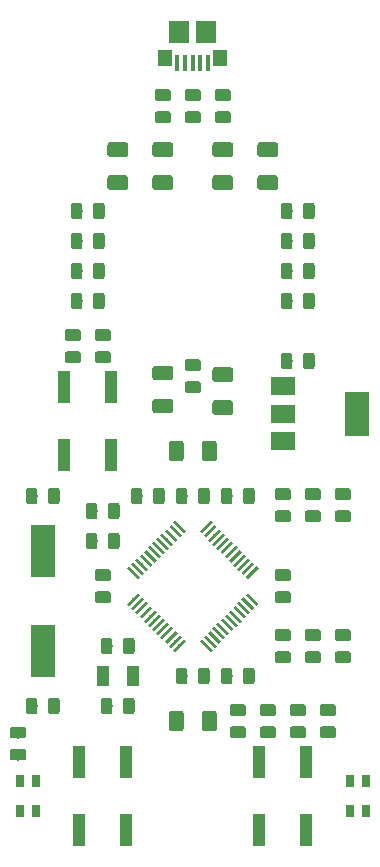
<source format=gbr>
G04 #@! TF.GenerationSoftware,KiCad,Pcbnew,5.0.2-bee76a0~70~ubuntu18.04.1*
G04 #@! TF.CreationDate,2019-11-16T15:20:31+01:00*
G04 #@! TF.ProjectId,Eierland,45696572-6c61-46e6-942e-6b696361645f,rev?*
G04 #@! TF.SameCoordinates,Original*
G04 #@! TF.FileFunction,Paste,Top*
G04 #@! TF.FilePolarity,Positive*
%FSLAX46Y46*%
G04 Gerber Fmt 4.6, Leading zero omitted, Abs format (unit mm)*
G04 Created by KiCad (PCBNEW 5.0.2-bee76a0~70~ubuntu18.04.1) date za 16 nov 2019 15:20:31 CET*
%MOMM*%
%LPD*%
G01*
G04 APERTURE LIST*
%ADD10C,0.250000*%
%ADD11C,0.100000*%
%ADD12C,0.975000*%
%ADD13C,1.250000*%
%ADD14R,0.800000X1.000000*%
%ADD15R,1.750000X1.900000*%
%ADD16R,0.400000X1.400000*%
%ADD17R,1.150000X1.450000*%
%ADD18R,1.000000X2.750000*%
%ADD19R,1.000000X1.800000*%
%ADD20R,2.000000X4.500000*%
%ADD21R,2.000000X3.800000*%
%ADD22R,2.000000X1.500000*%
G04 APERTURE END LIST*
D10*
G04 #@! TO.C,U2*
X127059542Y-116701371D03*
D11*
G36*
X126688311Y-117249379D02*
X126511534Y-117072602D01*
X127430773Y-116153363D01*
X127607550Y-116330140D01*
X126688311Y-117249379D01*
X126688311Y-117249379D01*
G37*
D10*
X127413095Y-117054924D03*
D11*
G36*
X127041864Y-117602932D02*
X126865087Y-117426155D01*
X127784326Y-116506916D01*
X127961103Y-116683693D01*
X127041864Y-117602932D01*
X127041864Y-117602932D01*
G37*
D10*
X127766649Y-117408478D03*
D11*
G36*
X127395418Y-117956486D02*
X127218641Y-117779709D01*
X128137880Y-116860470D01*
X128314657Y-117037247D01*
X127395418Y-117956486D01*
X127395418Y-117956486D01*
G37*
D10*
X128120202Y-117762031D03*
D11*
G36*
X127748971Y-118310039D02*
X127572194Y-118133262D01*
X128491433Y-117214023D01*
X128668210Y-117390800D01*
X127748971Y-118310039D01*
X127748971Y-118310039D01*
G37*
D10*
X128473755Y-118115584D03*
D11*
G36*
X128102524Y-118663592D02*
X127925747Y-118486815D01*
X128844986Y-117567576D01*
X129021763Y-117744353D01*
X128102524Y-118663592D01*
X128102524Y-118663592D01*
G37*
D10*
X128827309Y-118469138D03*
D11*
G36*
X128456078Y-119017146D02*
X128279301Y-118840369D01*
X129198540Y-117921130D01*
X129375317Y-118097907D01*
X128456078Y-119017146D01*
X128456078Y-119017146D01*
G37*
D10*
X129180862Y-118822691D03*
D11*
G36*
X128809631Y-119370699D02*
X128632854Y-119193922D01*
X129552093Y-118274683D01*
X129728870Y-118451460D01*
X128809631Y-119370699D01*
X128809631Y-119370699D01*
G37*
D10*
X129534416Y-119176245D03*
D11*
G36*
X129163185Y-119724253D02*
X128986408Y-119547476D01*
X129905647Y-118628237D01*
X130082424Y-118805014D01*
X129163185Y-119724253D01*
X129163185Y-119724253D01*
G37*
D10*
X129887969Y-119529798D03*
D11*
G36*
X129516738Y-120077806D02*
X129339961Y-119901029D01*
X130259200Y-118981790D01*
X130435977Y-119158567D01*
X129516738Y-120077806D01*
X129516738Y-120077806D01*
G37*
D10*
X130241522Y-119883351D03*
D11*
G36*
X129870291Y-120431359D02*
X129693514Y-120254582D01*
X130612753Y-119335343D01*
X130789530Y-119512120D01*
X129870291Y-120431359D01*
X129870291Y-120431359D01*
G37*
D10*
X130595076Y-120236905D03*
D11*
G36*
X130223845Y-120784913D02*
X130047068Y-120608136D01*
X130966307Y-119688897D01*
X131143084Y-119865674D01*
X130223845Y-120784913D01*
X130223845Y-120784913D01*
G37*
D10*
X130948629Y-120590458D03*
D11*
G36*
X130577398Y-121138466D02*
X130400621Y-120961689D01*
X131319860Y-120042450D01*
X131496637Y-120219227D01*
X130577398Y-121138466D01*
X130577398Y-121138466D01*
G37*
D10*
X133211371Y-120590458D03*
D11*
G36*
X133759379Y-120961689D02*
X133582602Y-121138466D01*
X132663363Y-120219227D01*
X132840140Y-120042450D01*
X133759379Y-120961689D01*
X133759379Y-120961689D01*
G37*
D10*
X133564924Y-120236905D03*
D11*
G36*
X134112932Y-120608136D02*
X133936155Y-120784913D01*
X133016916Y-119865674D01*
X133193693Y-119688897D01*
X134112932Y-120608136D01*
X134112932Y-120608136D01*
G37*
D10*
X133918478Y-119883351D03*
D11*
G36*
X134466486Y-120254582D02*
X134289709Y-120431359D01*
X133370470Y-119512120D01*
X133547247Y-119335343D01*
X134466486Y-120254582D01*
X134466486Y-120254582D01*
G37*
D10*
X134272031Y-119529798D03*
D11*
G36*
X134820039Y-119901029D02*
X134643262Y-120077806D01*
X133724023Y-119158567D01*
X133900800Y-118981790D01*
X134820039Y-119901029D01*
X134820039Y-119901029D01*
G37*
D10*
X134625584Y-119176245D03*
D11*
G36*
X135173592Y-119547476D02*
X134996815Y-119724253D01*
X134077576Y-118805014D01*
X134254353Y-118628237D01*
X135173592Y-119547476D01*
X135173592Y-119547476D01*
G37*
D10*
X134979138Y-118822691D03*
D11*
G36*
X135527146Y-119193922D02*
X135350369Y-119370699D01*
X134431130Y-118451460D01*
X134607907Y-118274683D01*
X135527146Y-119193922D01*
X135527146Y-119193922D01*
G37*
D10*
X135332691Y-118469138D03*
D11*
G36*
X135880699Y-118840369D02*
X135703922Y-119017146D01*
X134784683Y-118097907D01*
X134961460Y-117921130D01*
X135880699Y-118840369D01*
X135880699Y-118840369D01*
G37*
D10*
X135686245Y-118115584D03*
D11*
G36*
X136234253Y-118486815D02*
X136057476Y-118663592D01*
X135138237Y-117744353D01*
X135315014Y-117567576D01*
X136234253Y-118486815D01*
X136234253Y-118486815D01*
G37*
D10*
X136039798Y-117762031D03*
D11*
G36*
X136587806Y-118133262D02*
X136411029Y-118310039D01*
X135491790Y-117390800D01*
X135668567Y-117214023D01*
X136587806Y-118133262D01*
X136587806Y-118133262D01*
G37*
D10*
X136393351Y-117408478D03*
D11*
G36*
X136941359Y-117779709D02*
X136764582Y-117956486D01*
X135845343Y-117037247D01*
X136022120Y-116860470D01*
X136941359Y-117779709D01*
X136941359Y-117779709D01*
G37*
D10*
X136746905Y-117054924D03*
D11*
G36*
X137294913Y-117426155D02*
X137118136Y-117602932D01*
X136198897Y-116683693D01*
X136375674Y-116506916D01*
X137294913Y-117426155D01*
X137294913Y-117426155D01*
G37*
D10*
X137100458Y-116701371D03*
D11*
G36*
X137648466Y-117072602D02*
X137471689Y-117249379D01*
X136552450Y-116330140D01*
X136729227Y-116153363D01*
X137648466Y-117072602D01*
X137648466Y-117072602D01*
G37*
D10*
X137100458Y-114438629D03*
D11*
G36*
X136729227Y-114986637D02*
X136552450Y-114809860D01*
X137471689Y-113890621D01*
X137648466Y-114067398D01*
X136729227Y-114986637D01*
X136729227Y-114986637D01*
G37*
D10*
X136746905Y-114085076D03*
D11*
G36*
X136375674Y-114633084D02*
X136198897Y-114456307D01*
X137118136Y-113537068D01*
X137294913Y-113713845D01*
X136375674Y-114633084D01*
X136375674Y-114633084D01*
G37*
D10*
X136393351Y-113731522D03*
D11*
G36*
X136022120Y-114279530D02*
X135845343Y-114102753D01*
X136764582Y-113183514D01*
X136941359Y-113360291D01*
X136022120Y-114279530D01*
X136022120Y-114279530D01*
G37*
D10*
X136039798Y-113377969D03*
D11*
G36*
X135668567Y-113925977D02*
X135491790Y-113749200D01*
X136411029Y-112829961D01*
X136587806Y-113006738D01*
X135668567Y-113925977D01*
X135668567Y-113925977D01*
G37*
D10*
X135686245Y-113024416D03*
D11*
G36*
X135315014Y-113572424D02*
X135138237Y-113395647D01*
X136057476Y-112476408D01*
X136234253Y-112653185D01*
X135315014Y-113572424D01*
X135315014Y-113572424D01*
G37*
D10*
X135332691Y-112670862D03*
D11*
G36*
X134961460Y-113218870D02*
X134784683Y-113042093D01*
X135703922Y-112122854D01*
X135880699Y-112299631D01*
X134961460Y-113218870D01*
X134961460Y-113218870D01*
G37*
D10*
X134979138Y-112317309D03*
D11*
G36*
X134607907Y-112865317D02*
X134431130Y-112688540D01*
X135350369Y-111769301D01*
X135527146Y-111946078D01*
X134607907Y-112865317D01*
X134607907Y-112865317D01*
G37*
D10*
X134625584Y-111963755D03*
D11*
G36*
X134254353Y-112511763D02*
X134077576Y-112334986D01*
X134996815Y-111415747D01*
X135173592Y-111592524D01*
X134254353Y-112511763D01*
X134254353Y-112511763D01*
G37*
D10*
X134272031Y-111610202D03*
D11*
G36*
X133900800Y-112158210D02*
X133724023Y-111981433D01*
X134643262Y-111062194D01*
X134820039Y-111238971D01*
X133900800Y-112158210D01*
X133900800Y-112158210D01*
G37*
D10*
X133918478Y-111256649D03*
D11*
G36*
X133547247Y-111804657D02*
X133370470Y-111627880D01*
X134289709Y-110708641D01*
X134466486Y-110885418D01*
X133547247Y-111804657D01*
X133547247Y-111804657D01*
G37*
D10*
X133564924Y-110903095D03*
D11*
G36*
X133193693Y-111451103D02*
X133016916Y-111274326D01*
X133936155Y-110355087D01*
X134112932Y-110531864D01*
X133193693Y-111451103D01*
X133193693Y-111451103D01*
G37*
D10*
X133211371Y-110549542D03*
D11*
G36*
X132840140Y-111097550D02*
X132663363Y-110920773D01*
X133582602Y-110001534D01*
X133759379Y-110178311D01*
X132840140Y-111097550D01*
X132840140Y-111097550D01*
G37*
D10*
X130948629Y-110549542D03*
D11*
G36*
X131496637Y-110920773D02*
X131319860Y-111097550D01*
X130400621Y-110178311D01*
X130577398Y-110001534D01*
X131496637Y-110920773D01*
X131496637Y-110920773D01*
G37*
D10*
X130595076Y-110903095D03*
D11*
G36*
X131143084Y-111274326D02*
X130966307Y-111451103D01*
X130047068Y-110531864D01*
X130223845Y-110355087D01*
X131143084Y-111274326D01*
X131143084Y-111274326D01*
G37*
D10*
X130241522Y-111256649D03*
D11*
G36*
X130789530Y-111627880D02*
X130612753Y-111804657D01*
X129693514Y-110885418D01*
X129870291Y-110708641D01*
X130789530Y-111627880D01*
X130789530Y-111627880D01*
G37*
D10*
X129887969Y-111610202D03*
D11*
G36*
X130435977Y-111981433D02*
X130259200Y-112158210D01*
X129339961Y-111238971D01*
X129516738Y-111062194D01*
X130435977Y-111981433D01*
X130435977Y-111981433D01*
G37*
D10*
X129534416Y-111963755D03*
D11*
G36*
X130082424Y-112334986D02*
X129905647Y-112511763D01*
X128986408Y-111592524D01*
X129163185Y-111415747D01*
X130082424Y-112334986D01*
X130082424Y-112334986D01*
G37*
D10*
X129180862Y-112317309D03*
D11*
G36*
X129728870Y-112688540D02*
X129552093Y-112865317D01*
X128632854Y-111946078D01*
X128809631Y-111769301D01*
X129728870Y-112688540D01*
X129728870Y-112688540D01*
G37*
D10*
X128827309Y-112670862D03*
D11*
G36*
X129375317Y-113042093D02*
X129198540Y-113218870D01*
X128279301Y-112299631D01*
X128456078Y-112122854D01*
X129375317Y-113042093D01*
X129375317Y-113042093D01*
G37*
D10*
X128473755Y-113024416D03*
D11*
G36*
X129021763Y-113395647D02*
X128844986Y-113572424D01*
X127925747Y-112653185D01*
X128102524Y-112476408D01*
X129021763Y-113395647D01*
X129021763Y-113395647D01*
G37*
D10*
X128120202Y-113377969D03*
D11*
G36*
X128668210Y-113749200D02*
X128491433Y-113925977D01*
X127572194Y-113006738D01*
X127748971Y-112829961D01*
X128668210Y-113749200D01*
X128668210Y-113749200D01*
G37*
D10*
X127766649Y-113731522D03*
D11*
G36*
X128314657Y-114102753D02*
X128137880Y-114279530D01*
X127218641Y-113360291D01*
X127395418Y-113183514D01*
X128314657Y-114102753D01*
X128314657Y-114102753D01*
G37*
D10*
X127413095Y-114085076D03*
D11*
G36*
X127961103Y-114456307D02*
X127784326Y-114633084D01*
X126865087Y-113713845D01*
X127041864Y-113537068D01*
X127961103Y-114456307D01*
X127961103Y-114456307D01*
G37*
D10*
X127059542Y-114438629D03*
D11*
G36*
X127607550Y-114809860D02*
X127430773Y-114986637D01*
X126511534Y-114067398D01*
X126688311Y-113890621D01*
X127607550Y-114809860D01*
X127607550Y-114809860D01*
G37*
G04 #@! TD*
G04 #@! TO.C,C1*
G36*
X126935142Y-125031174D02*
X126958803Y-125034684D01*
X126982007Y-125040496D01*
X127004529Y-125048554D01*
X127026153Y-125058782D01*
X127046670Y-125071079D01*
X127065883Y-125085329D01*
X127083607Y-125101393D01*
X127099671Y-125119117D01*
X127113921Y-125138330D01*
X127126218Y-125158847D01*
X127136446Y-125180471D01*
X127144504Y-125202993D01*
X127150316Y-125226197D01*
X127153826Y-125249858D01*
X127155000Y-125273750D01*
X127155000Y-126186250D01*
X127153826Y-126210142D01*
X127150316Y-126233803D01*
X127144504Y-126257007D01*
X127136446Y-126279529D01*
X127126218Y-126301153D01*
X127113921Y-126321670D01*
X127099671Y-126340883D01*
X127083607Y-126358607D01*
X127065883Y-126374671D01*
X127046670Y-126388921D01*
X127026153Y-126401218D01*
X127004529Y-126411446D01*
X126982007Y-126419504D01*
X126958803Y-126425316D01*
X126935142Y-126428826D01*
X126911250Y-126430000D01*
X126423750Y-126430000D01*
X126399858Y-126428826D01*
X126376197Y-126425316D01*
X126352993Y-126419504D01*
X126330471Y-126411446D01*
X126308847Y-126401218D01*
X126288330Y-126388921D01*
X126269117Y-126374671D01*
X126251393Y-126358607D01*
X126235329Y-126340883D01*
X126221079Y-126321670D01*
X126208782Y-126301153D01*
X126198554Y-126279529D01*
X126190496Y-126257007D01*
X126184684Y-126233803D01*
X126181174Y-126210142D01*
X126180000Y-126186250D01*
X126180000Y-125273750D01*
X126181174Y-125249858D01*
X126184684Y-125226197D01*
X126190496Y-125202993D01*
X126198554Y-125180471D01*
X126208782Y-125158847D01*
X126221079Y-125138330D01*
X126235329Y-125119117D01*
X126251393Y-125101393D01*
X126269117Y-125085329D01*
X126288330Y-125071079D01*
X126308847Y-125058782D01*
X126330471Y-125048554D01*
X126352993Y-125040496D01*
X126376197Y-125034684D01*
X126399858Y-125031174D01*
X126423750Y-125030000D01*
X126911250Y-125030000D01*
X126935142Y-125031174D01*
X126935142Y-125031174D01*
G37*
D12*
X126667500Y-125730000D03*
D11*
G36*
X125060142Y-125031174D02*
X125083803Y-125034684D01*
X125107007Y-125040496D01*
X125129529Y-125048554D01*
X125151153Y-125058782D01*
X125171670Y-125071079D01*
X125190883Y-125085329D01*
X125208607Y-125101393D01*
X125224671Y-125119117D01*
X125238921Y-125138330D01*
X125251218Y-125158847D01*
X125261446Y-125180471D01*
X125269504Y-125202993D01*
X125275316Y-125226197D01*
X125278826Y-125249858D01*
X125280000Y-125273750D01*
X125280000Y-126186250D01*
X125278826Y-126210142D01*
X125275316Y-126233803D01*
X125269504Y-126257007D01*
X125261446Y-126279529D01*
X125251218Y-126301153D01*
X125238921Y-126321670D01*
X125224671Y-126340883D01*
X125208607Y-126358607D01*
X125190883Y-126374671D01*
X125171670Y-126388921D01*
X125151153Y-126401218D01*
X125129529Y-126411446D01*
X125107007Y-126419504D01*
X125083803Y-126425316D01*
X125060142Y-126428826D01*
X125036250Y-126430000D01*
X124548750Y-126430000D01*
X124524858Y-126428826D01*
X124501197Y-126425316D01*
X124477993Y-126419504D01*
X124455471Y-126411446D01*
X124433847Y-126401218D01*
X124413330Y-126388921D01*
X124394117Y-126374671D01*
X124376393Y-126358607D01*
X124360329Y-126340883D01*
X124346079Y-126321670D01*
X124333782Y-126301153D01*
X124323554Y-126279529D01*
X124315496Y-126257007D01*
X124309684Y-126233803D01*
X124306174Y-126210142D01*
X124305000Y-126186250D01*
X124305000Y-125273750D01*
X124306174Y-125249858D01*
X124309684Y-125226197D01*
X124315496Y-125202993D01*
X124323554Y-125180471D01*
X124333782Y-125158847D01*
X124346079Y-125138330D01*
X124360329Y-125119117D01*
X124376393Y-125101393D01*
X124394117Y-125085329D01*
X124413330Y-125071079D01*
X124433847Y-125058782D01*
X124455471Y-125048554D01*
X124477993Y-125040496D01*
X124501197Y-125034684D01*
X124524858Y-125031174D01*
X124548750Y-125030000D01*
X125036250Y-125030000D01*
X125060142Y-125031174D01*
X125060142Y-125031174D01*
G37*
D12*
X124792500Y-125730000D03*
G04 #@! TD*
D11*
G04 #@! TO.C,C2*
G36*
X120585142Y-125031174D02*
X120608803Y-125034684D01*
X120632007Y-125040496D01*
X120654529Y-125048554D01*
X120676153Y-125058782D01*
X120696670Y-125071079D01*
X120715883Y-125085329D01*
X120733607Y-125101393D01*
X120749671Y-125119117D01*
X120763921Y-125138330D01*
X120776218Y-125158847D01*
X120786446Y-125180471D01*
X120794504Y-125202993D01*
X120800316Y-125226197D01*
X120803826Y-125249858D01*
X120805000Y-125273750D01*
X120805000Y-126186250D01*
X120803826Y-126210142D01*
X120800316Y-126233803D01*
X120794504Y-126257007D01*
X120786446Y-126279529D01*
X120776218Y-126301153D01*
X120763921Y-126321670D01*
X120749671Y-126340883D01*
X120733607Y-126358607D01*
X120715883Y-126374671D01*
X120696670Y-126388921D01*
X120676153Y-126401218D01*
X120654529Y-126411446D01*
X120632007Y-126419504D01*
X120608803Y-126425316D01*
X120585142Y-126428826D01*
X120561250Y-126430000D01*
X120073750Y-126430000D01*
X120049858Y-126428826D01*
X120026197Y-126425316D01*
X120002993Y-126419504D01*
X119980471Y-126411446D01*
X119958847Y-126401218D01*
X119938330Y-126388921D01*
X119919117Y-126374671D01*
X119901393Y-126358607D01*
X119885329Y-126340883D01*
X119871079Y-126321670D01*
X119858782Y-126301153D01*
X119848554Y-126279529D01*
X119840496Y-126257007D01*
X119834684Y-126233803D01*
X119831174Y-126210142D01*
X119830000Y-126186250D01*
X119830000Y-125273750D01*
X119831174Y-125249858D01*
X119834684Y-125226197D01*
X119840496Y-125202993D01*
X119848554Y-125180471D01*
X119858782Y-125158847D01*
X119871079Y-125138330D01*
X119885329Y-125119117D01*
X119901393Y-125101393D01*
X119919117Y-125085329D01*
X119938330Y-125071079D01*
X119958847Y-125058782D01*
X119980471Y-125048554D01*
X120002993Y-125040496D01*
X120026197Y-125034684D01*
X120049858Y-125031174D01*
X120073750Y-125030000D01*
X120561250Y-125030000D01*
X120585142Y-125031174D01*
X120585142Y-125031174D01*
G37*
D12*
X120317500Y-125730000D03*
D11*
G36*
X118710142Y-125031174D02*
X118733803Y-125034684D01*
X118757007Y-125040496D01*
X118779529Y-125048554D01*
X118801153Y-125058782D01*
X118821670Y-125071079D01*
X118840883Y-125085329D01*
X118858607Y-125101393D01*
X118874671Y-125119117D01*
X118888921Y-125138330D01*
X118901218Y-125158847D01*
X118911446Y-125180471D01*
X118919504Y-125202993D01*
X118925316Y-125226197D01*
X118928826Y-125249858D01*
X118930000Y-125273750D01*
X118930000Y-126186250D01*
X118928826Y-126210142D01*
X118925316Y-126233803D01*
X118919504Y-126257007D01*
X118911446Y-126279529D01*
X118901218Y-126301153D01*
X118888921Y-126321670D01*
X118874671Y-126340883D01*
X118858607Y-126358607D01*
X118840883Y-126374671D01*
X118821670Y-126388921D01*
X118801153Y-126401218D01*
X118779529Y-126411446D01*
X118757007Y-126419504D01*
X118733803Y-126425316D01*
X118710142Y-126428826D01*
X118686250Y-126430000D01*
X118198750Y-126430000D01*
X118174858Y-126428826D01*
X118151197Y-126425316D01*
X118127993Y-126419504D01*
X118105471Y-126411446D01*
X118083847Y-126401218D01*
X118063330Y-126388921D01*
X118044117Y-126374671D01*
X118026393Y-126358607D01*
X118010329Y-126340883D01*
X117996079Y-126321670D01*
X117983782Y-126301153D01*
X117973554Y-126279529D01*
X117965496Y-126257007D01*
X117959684Y-126233803D01*
X117956174Y-126210142D01*
X117955000Y-126186250D01*
X117955000Y-125273750D01*
X117956174Y-125249858D01*
X117959684Y-125226197D01*
X117965496Y-125202993D01*
X117973554Y-125180471D01*
X117983782Y-125158847D01*
X117996079Y-125138330D01*
X118010329Y-125119117D01*
X118026393Y-125101393D01*
X118044117Y-125085329D01*
X118063330Y-125071079D01*
X118083847Y-125058782D01*
X118105471Y-125048554D01*
X118127993Y-125040496D01*
X118151197Y-125034684D01*
X118174858Y-125031174D01*
X118198750Y-125030000D01*
X118686250Y-125030000D01*
X118710142Y-125031174D01*
X118710142Y-125031174D01*
G37*
D12*
X118442500Y-125730000D03*
G04 #@! TD*
D11*
G04 #@! TO.C,C3*
G36*
X122400142Y-95701174D02*
X122423803Y-95704684D01*
X122447007Y-95710496D01*
X122469529Y-95718554D01*
X122491153Y-95728782D01*
X122511670Y-95741079D01*
X122530883Y-95755329D01*
X122548607Y-95771393D01*
X122564671Y-95789117D01*
X122578921Y-95808330D01*
X122591218Y-95828847D01*
X122601446Y-95850471D01*
X122609504Y-95872993D01*
X122615316Y-95896197D01*
X122618826Y-95919858D01*
X122620000Y-95943750D01*
X122620000Y-96431250D01*
X122618826Y-96455142D01*
X122615316Y-96478803D01*
X122609504Y-96502007D01*
X122601446Y-96524529D01*
X122591218Y-96546153D01*
X122578921Y-96566670D01*
X122564671Y-96585883D01*
X122548607Y-96603607D01*
X122530883Y-96619671D01*
X122511670Y-96633921D01*
X122491153Y-96646218D01*
X122469529Y-96656446D01*
X122447007Y-96664504D01*
X122423803Y-96670316D01*
X122400142Y-96673826D01*
X122376250Y-96675000D01*
X121463750Y-96675000D01*
X121439858Y-96673826D01*
X121416197Y-96670316D01*
X121392993Y-96664504D01*
X121370471Y-96656446D01*
X121348847Y-96646218D01*
X121328330Y-96633921D01*
X121309117Y-96619671D01*
X121291393Y-96603607D01*
X121275329Y-96585883D01*
X121261079Y-96566670D01*
X121248782Y-96546153D01*
X121238554Y-96524529D01*
X121230496Y-96502007D01*
X121224684Y-96478803D01*
X121221174Y-96455142D01*
X121220000Y-96431250D01*
X121220000Y-95943750D01*
X121221174Y-95919858D01*
X121224684Y-95896197D01*
X121230496Y-95872993D01*
X121238554Y-95850471D01*
X121248782Y-95828847D01*
X121261079Y-95808330D01*
X121275329Y-95789117D01*
X121291393Y-95771393D01*
X121309117Y-95755329D01*
X121328330Y-95741079D01*
X121348847Y-95728782D01*
X121370471Y-95718554D01*
X121392993Y-95710496D01*
X121416197Y-95704684D01*
X121439858Y-95701174D01*
X121463750Y-95700000D01*
X122376250Y-95700000D01*
X122400142Y-95701174D01*
X122400142Y-95701174D01*
G37*
D12*
X121920000Y-96187500D03*
D11*
G36*
X122400142Y-93826174D02*
X122423803Y-93829684D01*
X122447007Y-93835496D01*
X122469529Y-93843554D01*
X122491153Y-93853782D01*
X122511670Y-93866079D01*
X122530883Y-93880329D01*
X122548607Y-93896393D01*
X122564671Y-93914117D01*
X122578921Y-93933330D01*
X122591218Y-93953847D01*
X122601446Y-93975471D01*
X122609504Y-93997993D01*
X122615316Y-94021197D01*
X122618826Y-94044858D01*
X122620000Y-94068750D01*
X122620000Y-94556250D01*
X122618826Y-94580142D01*
X122615316Y-94603803D01*
X122609504Y-94627007D01*
X122601446Y-94649529D01*
X122591218Y-94671153D01*
X122578921Y-94691670D01*
X122564671Y-94710883D01*
X122548607Y-94728607D01*
X122530883Y-94744671D01*
X122511670Y-94758921D01*
X122491153Y-94771218D01*
X122469529Y-94781446D01*
X122447007Y-94789504D01*
X122423803Y-94795316D01*
X122400142Y-94798826D01*
X122376250Y-94800000D01*
X121463750Y-94800000D01*
X121439858Y-94798826D01*
X121416197Y-94795316D01*
X121392993Y-94789504D01*
X121370471Y-94781446D01*
X121348847Y-94771218D01*
X121328330Y-94758921D01*
X121309117Y-94744671D01*
X121291393Y-94728607D01*
X121275329Y-94710883D01*
X121261079Y-94691670D01*
X121248782Y-94671153D01*
X121238554Y-94649529D01*
X121230496Y-94627007D01*
X121224684Y-94603803D01*
X121221174Y-94580142D01*
X121220000Y-94556250D01*
X121220000Y-94068750D01*
X121221174Y-94044858D01*
X121224684Y-94021197D01*
X121230496Y-93997993D01*
X121238554Y-93975471D01*
X121248782Y-93953847D01*
X121261079Y-93933330D01*
X121275329Y-93914117D01*
X121291393Y-93896393D01*
X121309117Y-93880329D01*
X121328330Y-93866079D01*
X121348847Y-93853782D01*
X121370471Y-93843554D01*
X121392993Y-93835496D01*
X121416197Y-93829684D01*
X121439858Y-93826174D01*
X121463750Y-93825000D01*
X122376250Y-93825000D01*
X122400142Y-93826174D01*
X122400142Y-93826174D01*
G37*
D12*
X121920000Y-94312500D03*
G04 #@! TD*
D11*
G04 #@! TO.C,C4*
G36*
X125060142Y-119951174D02*
X125083803Y-119954684D01*
X125107007Y-119960496D01*
X125129529Y-119968554D01*
X125151153Y-119978782D01*
X125171670Y-119991079D01*
X125190883Y-120005329D01*
X125208607Y-120021393D01*
X125224671Y-120039117D01*
X125238921Y-120058330D01*
X125251218Y-120078847D01*
X125261446Y-120100471D01*
X125269504Y-120122993D01*
X125275316Y-120146197D01*
X125278826Y-120169858D01*
X125280000Y-120193750D01*
X125280000Y-121106250D01*
X125278826Y-121130142D01*
X125275316Y-121153803D01*
X125269504Y-121177007D01*
X125261446Y-121199529D01*
X125251218Y-121221153D01*
X125238921Y-121241670D01*
X125224671Y-121260883D01*
X125208607Y-121278607D01*
X125190883Y-121294671D01*
X125171670Y-121308921D01*
X125151153Y-121321218D01*
X125129529Y-121331446D01*
X125107007Y-121339504D01*
X125083803Y-121345316D01*
X125060142Y-121348826D01*
X125036250Y-121350000D01*
X124548750Y-121350000D01*
X124524858Y-121348826D01*
X124501197Y-121345316D01*
X124477993Y-121339504D01*
X124455471Y-121331446D01*
X124433847Y-121321218D01*
X124413330Y-121308921D01*
X124394117Y-121294671D01*
X124376393Y-121278607D01*
X124360329Y-121260883D01*
X124346079Y-121241670D01*
X124333782Y-121221153D01*
X124323554Y-121199529D01*
X124315496Y-121177007D01*
X124309684Y-121153803D01*
X124306174Y-121130142D01*
X124305000Y-121106250D01*
X124305000Y-120193750D01*
X124306174Y-120169858D01*
X124309684Y-120146197D01*
X124315496Y-120122993D01*
X124323554Y-120100471D01*
X124333782Y-120078847D01*
X124346079Y-120058330D01*
X124360329Y-120039117D01*
X124376393Y-120021393D01*
X124394117Y-120005329D01*
X124413330Y-119991079D01*
X124433847Y-119978782D01*
X124455471Y-119968554D01*
X124477993Y-119960496D01*
X124501197Y-119954684D01*
X124524858Y-119951174D01*
X124548750Y-119950000D01*
X125036250Y-119950000D01*
X125060142Y-119951174D01*
X125060142Y-119951174D01*
G37*
D12*
X124792500Y-120650000D03*
D11*
G36*
X126935142Y-119951174D02*
X126958803Y-119954684D01*
X126982007Y-119960496D01*
X127004529Y-119968554D01*
X127026153Y-119978782D01*
X127046670Y-119991079D01*
X127065883Y-120005329D01*
X127083607Y-120021393D01*
X127099671Y-120039117D01*
X127113921Y-120058330D01*
X127126218Y-120078847D01*
X127136446Y-120100471D01*
X127144504Y-120122993D01*
X127150316Y-120146197D01*
X127153826Y-120169858D01*
X127155000Y-120193750D01*
X127155000Y-121106250D01*
X127153826Y-121130142D01*
X127150316Y-121153803D01*
X127144504Y-121177007D01*
X127136446Y-121199529D01*
X127126218Y-121221153D01*
X127113921Y-121241670D01*
X127099671Y-121260883D01*
X127083607Y-121278607D01*
X127065883Y-121294671D01*
X127046670Y-121308921D01*
X127026153Y-121321218D01*
X127004529Y-121331446D01*
X126982007Y-121339504D01*
X126958803Y-121345316D01*
X126935142Y-121348826D01*
X126911250Y-121350000D01*
X126423750Y-121350000D01*
X126399858Y-121348826D01*
X126376197Y-121345316D01*
X126352993Y-121339504D01*
X126330471Y-121331446D01*
X126308847Y-121321218D01*
X126288330Y-121308921D01*
X126269117Y-121294671D01*
X126251393Y-121278607D01*
X126235329Y-121260883D01*
X126221079Y-121241670D01*
X126208782Y-121221153D01*
X126198554Y-121199529D01*
X126190496Y-121177007D01*
X126184684Y-121153803D01*
X126181174Y-121130142D01*
X126180000Y-121106250D01*
X126180000Y-120193750D01*
X126181174Y-120169858D01*
X126184684Y-120146197D01*
X126190496Y-120122993D01*
X126198554Y-120100471D01*
X126208782Y-120078847D01*
X126221079Y-120058330D01*
X126235329Y-120039117D01*
X126251393Y-120021393D01*
X126269117Y-120005329D01*
X126288330Y-119991079D01*
X126308847Y-119978782D01*
X126330471Y-119968554D01*
X126352993Y-119960496D01*
X126376197Y-119954684D01*
X126399858Y-119951174D01*
X126423750Y-119950000D01*
X126911250Y-119950000D01*
X126935142Y-119951174D01*
X126935142Y-119951174D01*
G37*
D12*
X126667500Y-120650000D03*
G04 #@! TD*
D11*
G04 #@! TO.C,C5*
G36*
X120585142Y-107251174D02*
X120608803Y-107254684D01*
X120632007Y-107260496D01*
X120654529Y-107268554D01*
X120676153Y-107278782D01*
X120696670Y-107291079D01*
X120715883Y-107305329D01*
X120733607Y-107321393D01*
X120749671Y-107339117D01*
X120763921Y-107358330D01*
X120776218Y-107378847D01*
X120786446Y-107400471D01*
X120794504Y-107422993D01*
X120800316Y-107446197D01*
X120803826Y-107469858D01*
X120805000Y-107493750D01*
X120805000Y-108406250D01*
X120803826Y-108430142D01*
X120800316Y-108453803D01*
X120794504Y-108477007D01*
X120786446Y-108499529D01*
X120776218Y-108521153D01*
X120763921Y-108541670D01*
X120749671Y-108560883D01*
X120733607Y-108578607D01*
X120715883Y-108594671D01*
X120696670Y-108608921D01*
X120676153Y-108621218D01*
X120654529Y-108631446D01*
X120632007Y-108639504D01*
X120608803Y-108645316D01*
X120585142Y-108648826D01*
X120561250Y-108650000D01*
X120073750Y-108650000D01*
X120049858Y-108648826D01*
X120026197Y-108645316D01*
X120002993Y-108639504D01*
X119980471Y-108631446D01*
X119958847Y-108621218D01*
X119938330Y-108608921D01*
X119919117Y-108594671D01*
X119901393Y-108578607D01*
X119885329Y-108560883D01*
X119871079Y-108541670D01*
X119858782Y-108521153D01*
X119848554Y-108499529D01*
X119840496Y-108477007D01*
X119834684Y-108453803D01*
X119831174Y-108430142D01*
X119830000Y-108406250D01*
X119830000Y-107493750D01*
X119831174Y-107469858D01*
X119834684Y-107446197D01*
X119840496Y-107422993D01*
X119848554Y-107400471D01*
X119858782Y-107378847D01*
X119871079Y-107358330D01*
X119885329Y-107339117D01*
X119901393Y-107321393D01*
X119919117Y-107305329D01*
X119938330Y-107291079D01*
X119958847Y-107278782D01*
X119980471Y-107268554D01*
X120002993Y-107260496D01*
X120026197Y-107254684D01*
X120049858Y-107251174D01*
X120073750Y-107250000D01*
X120561250Y-107250000D01*
X120585142Y-107251174D01*
X120585142Y-107251174D01*
G37*
D12*
X120317500Y-107950000D03*
D11*
G36*
X118710142Y-107251174D02*
X118733803Y-107254684D01*
X118757007Y-107260496D01*
X118779529Y-107268554D01*
X118801153Y-107278782D01*
X118821670Y-107291079D01*
X118840883Y-107305329D01*
X118858607Y-107321393D01*
X118874671Y-107339117D01*
X118888921Y-107358330D01*
X118901218Y-107378847D01*
X118911446Y-107400471D01*
X118919504Y-107422993D01*
X118925316Y-107446197D01*
X118928826Y-107469858D01*
X118930000Y-107493750D01*
X118930000Y-108406250D01*
X118928826Y-108430142D01*
X118925316Y-108453803D01*
X118919504Y-108477007D01*
X118911446Y-108499529D01*
X118901218Y-108521153D01*
X118888921Y-108541670D01*
X118874671Y-108560883D01*
X118858607Y-108578607D01*
X118840883Y-108594671D01*
X118821670Y-108608921D01*
X118801153Y-108621218D01*
X118779529Y-108631446D01*
X118757007Y-108639504D01*
X118733803Y-108645316D01*
X118710142Y-108648826D01*
X118686250Y-108650000D01*
X118198750Y-108650000D01*
X118174858Y-108648826D01*
X118151197Y-108645316D01*
X118127993Y-108639504D01*
X118105471Y-108631446D01*
X118083847Y-108621218D01*
X118063330Y-108608921D01*
X118044117Y-108594671D01*
X118026393Y-108578607D01*
X118010329Y-108560883D01*
X117996079Y-108541670D01*
X117983782Y-108521153D01*
X117973554Y-108499529D01*
X117965496Y-108477007D01*
X117959684Y-108453803D01*
X117956174Y-108430142D01*
X117955000Y-108406250D01*
X117955000Y-107493750D01*
X117956174Y-107469858D01*
X117959684Y-107446197D01*
X117965496Y-107422993D01*
X117973554Y-107400471D01*
X117983782Y-107378847D01*
X117996079Y-107358330D01*
X118010329Y-107339117D01*
X118026393Y-107321393D01*
X118044117Y-107305329D01*
X118063330Y-107291079D01*
X118083847Y-107278782D01*
X118105471Y-107268554D01*
X118127993Y-107260496D01*
X118151197Y-107254684D01*
X118174858Y-107251174D01*
X118198750Y-107250000D01*
X118686250Y-107250000D01*
X118710142Y-107251174D01*
X118710142Y-107251174D01*
G37*
D12*
X118442500Y-107950000D03*
G04 #@! TD*
D11*
G04 #@! TO.C,C6*
G36*
X124940142Y-116021174D02*
X124963803Y-116024684D01*
X124987007Y-116030496D01*
X125009529Y-116038554D01*
X125031153Y-116048782D01*
X125051670Y-116061079D01*
X125070883Y-116075329D01*
X125088607Y-116091393D01*
X125104671Y-116109117D01*
X125118921Y-116128330D01*
X125131218Y-116148847D01*
X125141446Y-116170471D01*
X125149504Y-116192993D01*
X125155316Y-116216197D01*
X125158826Y-116239858D01*
X125160000Y-116263750D01*
X125160000Y-116751250D01*
X125158826Y-116775142D01*
X125155316Y-116798803D01*
X125149504Y-116822007D01*
X125141446Y-116844529D01*
X125131218Y-116866153D01*
X125118921Y-116886670D01*
X125104671Y-116905883D01*
X125088607Y-116923607D01*
X125070883Y-116939671D01*
X125051670Y-116953921D01*
X125031153Y-116966218D01*
X125009529Y-116976446D01*
X124987007Y-116984504D01*
X124963803Y-116990316D01*
X124940142Y-116993826D01*
X124916250Y-116995000D01*
X124003750Y-116995000D01*
X123979858Y-116993826D01*
X123956197Y-116990316D01*
X123932993Y-116984504D01*
X123910471Y-116976446D01*
X123888847Y-116966218D01*
X123868330Y-116953921D01*
X123849117Y-116939671D01*
X123831393Y-116923607D01*
X123815329Y-116905883D01*
X123801079Y-116886670D01*
X123788782Y-116866153D01*
X123778554Y-116844529D01*
X123770496Y-116822007D01*
X123764684Y-116798803D01*
X123761174Y-116775142D01*
X123760000Y-116751250D01*
X123760000Y-116263750D01*
X123761174Y-116239858D01*
X123764684Y-116216197D01*
X123770496Y-116192993D01*
X123778554Y-116170471D01*
X123788782Y-116148847D01*
X123801079Y-116128330D01*
X123815329Y-116109117D01*
X123831393Y-116091393D01*
X123849117Y-116075329D01*
X123868330Y-116061079D01*
X123888847Y-116048782D01*
X123910471Y-116038554D01*
X123932993Y-116030496D01*
X123956197Y-116024684D01*
X123979858Y-116021174D01*
X124003750Y-116020000D01*
X124916250Y-116020000D01*
X124940142Y-116021174D01*
X124940142Y-116021174D01*
G37*
D12*
X124460000Y-116507500D03*
D11*
G36*
X124940142Y-114146174D02*
X124963803Y-114149684D01*
X124987007Y-114155496D01*
X125009529Y-114163554D01*
X125031153Y-114173782D01*
X125051670Y-114186079D01*
X125070883Y-114200329D01*
X125088607Y-114216393D01*
X125104671Y-114234117D01*
X125118921Y-114253330D01*
X125131218Y-114273847D01*
X125141446Y-114295471D01*
X125149504Y-114317993D01*
X125155316Y-114341197D01*
X125158826Y-114364858D01*
X125160000Y-114388750D01*
X125160000Y-114876250D01*
X125158826Y-114900142D01*
X125155316Y-114923803D01*
X125149504Y-114947007D01*
X125141446Y-114969529D01*
X125131218Y-114991153D01*
X125118921Y-115011670D01*
X125104671Y-115030883D01*
X125088607Y-115048607D01*
X125070883Y-115064671D01*
X125051670Y-115078921D01*
X125031153Y-115091218D01*
X125009529Y-115101446D01*
X124987007Y-115109504D01*
X124963803Y-115115316D01*
X124940142Y-115118826D01*
X124916250Y-115120000D01*
X124003750Y-115120000D01*
X123979858Y-115118826D01*
X123956197Y-115115316D01*
X123932993Y-115109504D01*
X123910471Y-115101446D01*
X123888847Y-115091218D01*
X123868330Y-115078921D01*
X123849117Y-115064671D01*
X123831393Y-115048607D01*
X123815329Y-115030883D01*
X123801079Y-115011670D01*
X123788782Y-114991153D01*
X123778554Y-114969529D01*
X123770496Y-114947007D01*
X123764684Y-114923803D01*
X123761174Y-114900142D01*
X123760000Y-114876250D01*
X123760000Y-114388750D01*
X123761174Y-114364858D01*
X123764684Y-114341197D01*
X123770496Y-114317993D01*
X123778554Y-114295471D01*
X123788782Y-114273847D01*
X123801079Y-114253330D01*
X123815329Y-114234117D01*
X123831393Y-114216393D01*
X123849117Y-114200329D01*
X123868330Y-114186079D01*
X123888847Y-114173782D01*
X123910471Y-114163554D01*
X123932993Y-114155496D01*
X123956197Y-114149684D01*
X123979858Y-114146174D01*
X124003750Y-114145000D01*
X124916250Y-114145000D01*
X124940142Y-114146174D01*
X124940142Y-114146174D01*
G37*
D12*
X124460000Y-114632500D03*
G04 #@! TD*
D11*
G04 #@! TO.C,C7*
G36*
X131410142Y-107251174D02*
X131433803Y-107254684D01*
X131457007Y-107260496D01*
X131479529Y-107268554D01*
X131501153Y-107278782D01*
X131521670Y-107291079D01*
X131540883Y-107305329D01*
X131558607Y-107321393D01*
X131574671Y-107339117D01*
X131588921Y-107358330D01*
X131601218Y-107378847D01*
X131611446Y-107400471D01*
X131619504Y-107422993D01*
X131625316Y-107446197D01*
X131628826Y-107469858D01*
X131630000Y-107493750D01*
X131630000Y-108406250D01*
X131628826Y-108430142D01*
X131625316Y-108453803D01*
X131619504Y-108477007D01*
X131611446Y-108499529D01*
X131601218Y-108521153D01*
X131588921Y-108541670D01*
X131574671Y-108560883D01*
X131558607Y-108578607D01*
X131540883Y-108594671D01*
X131521670Y-108608921D01*
X131501153Y-108621218D01*
X131479529Y-108631446D01*
X131457007Y-108639504D01*
X131433803Y-108645316D01*
X131410142Y-108648826D01*
X131386250Y-108650000D01*
X130898750Y-108650000D01*
X130874858Y-108648826D01*
X130851197Y-108645316D01*
X130827993Y-108639504D01*
X130805471Y-108631446D01*
X130783847Y-108621218D01*
X130763330Y-108608921D01*
X130744117Y-108594671D01*
X130726393Y-108578607D01*
X130710329Y-108560883D01*
X130696079Y-108541670D01*
X130683782Y-108521153D01*
X130673554Y-108499529D01*
X130665496Y-108477007D01*
X130659684Y-108453803D01*
X130656174Y-108430142D01*
X130655000Y-108406250D01*
X130655000Y-107493750D01*
X130656174Y-107469858D01*
X130659684Y-107446197D01*
X130665496Y-107422993D01*
X130673554Y-107400471D01*
X130683782Y-107378847D01*
X130696079Y-107358330D01*
X130710329Y-107339117D01*
X130726393Y-107321393D01*
X130744117Y-107305329D01*
X130763330Y-107291079D01*
X130783847Y-107278782D01*
X130805471Y-107268554D01*
X130827993Y-107260496D01*
X130851197Y-107254684D01*
X130874858Y-107251174D01*
X130898750Y-107250000D01*
X131386250Y-107250000D01*
X131410142Y-107251174D01*
X131410142Y-107251174D01*
G37*
D12*
X131142500Y-107950000D03*
D11*
G36*
X133285142Y-107251174D02*
X133308803Y-107254684D01*
X133332007Y-107260496D01*
X133354529Y-107268554D01*
X133376153Y-107278782D01*
X133396670Y-107291079D01*
X133415883Y-107305329D01*
X133433607Y-107321393D01*
X133449671Y-107339117D01*
X133463921Y-107358330D01*
X133476218Y-107378847D01*
X133486446Y-107400471D01*
X133494504Y-107422993D01*
X133500316Y-107446197D01*
X133503826Y-107469858D01*
X133505000Y-107493750D01*
X133505000Y-108406250D01*
X133503826Y-108430142D01*
X133500316Y-108453803D01*
X133494504Y-108477007D01*
X133486446Y-108499529D01*
X133476218Y-108521153D01*
X133463921Y-108541670D01*
X133449671Y-108560883D01*
X133433607Y-108578607D01*
X133415883Y-108594671D01*
X133396670Y-108608921D01*
X133376153Y-108621218D01*
X133354529Y-108631446D01*
X133332007Y-108639504D01*
X133308803Y-108645316D01*
X133285142Y-108648826D01*
X133261250Y-108650000D01*
X132773750Y-108650000D01*
X132749858Y-108648826D01*
X132726197Y-108645316D01*
X132702993Y-108639504D01*
X132680471Y-108631446D01*
X132658847Y-108621218D01*
X132638330Y-108608921D01*
X132619117Y-108594671D01*
X132601393Y-108578607D01*
X132585329Y-108560883D01*
X132571079Y-108541670D01*
X132558782Y-108521153D01*
X132548554Y-108499529D01*
X132540496Y-108477007D01*
X132534684Y-108453803D01*
X132531174Y-108430142D01*
X132530000Y-108406250D01*
X132530000Y-107493750D01*
X132531174Y-107469858D01*
X132534684Y-107446197D01*
X132540496Y-107422993D01*
X132548554Y-107400471D01*
X132558782Y-107378847D01*
X132571079Y-107358330D01*
X132585329Y-107339117D01*
X132601393Y-107321393D01*
X132619117Y-107305329D01*
X132638330Y-107291079D01*
X132658847Y-107278782D01*
X132680471Y-107268554D01*
X132702993Y-107260496D01*
X132726197Y-107254684D01*
X132749858Y-107251174D01*
X132773750Y-107250000D01*
X133261250Y-107250000D01*
X133285142Y-107251174D01*
X133285142Y-107251174D01*
G37*
D12*
X133017500Y-107950000D03*
G04 #@! TD*
D11*
G04 #@! TO.C,C8*
G36*
X142175142Y-95821174D02*
X142198803Y-95824684D01*
X142222007Y-95830496D01*
X142244529Y-95838554D01*
X142266153Y-95848782D01*
X142286670Y-95861079D01*
X142305883Y-95875329D01*
X142323607Y-95891393D01*
X142339671Y-95909117D01*
X142353921Y-95928330D01*
X142366218Y-95948847D01*
X142376446Y-95970471D01*
X142384504Y-95992993D01*
X142390316Y-96016197D01*
X142393826Y-96039858D01*
X142395000Y-96063750D01*
X142395000Y-96976250D01*
X142393826Y-97000142D01*
X142390316Y-97023803D01*
X142384504Y-97047007D01*
X142376446Y-97069529D01*
X142366218Y-97091153D01*
X142353921Y-97111670D01*
X142339671Y-97130883D01*
X142323607Y-97148607D01*
X142305883Y-97164671D01*
X142286670Y-97178921D01*
X142266153Y-97191218D01*
X142244529Y-97201446D01*
X142222007Y-97209504D01*
X142198803Y-97215316D01*
X142175142Y-97218826D01*
X142151250Y-97220000D01*
X141663750Y-97220000D01*
X141639858Y-97218826D01*
X141616197Y-97215316D01*
X141592993Y-97209504D01*
X141570471Y-97201446D01*
X141548847Y-97191218D01*
X141528330Y-97178921D01*
X141509117Y-97164671D01*
X141491393Y-97148607D01*
X141475329Y-97130883D01*
X141461079Y-97111670D01*
X141448782Y-97091153D01*
X141438554Y-97069529D01*
X141430496Y-97047007D01*
X141424684Y-97023803D01*
X141421174Y-97000142D01*
X141420000Y-96976250D01*
X141420000Y-96063750D01*
X141421174Y-96039858D01*
X141424684Y-96016197D01*
X141430496Y-95992993D01*
X141438554Y-95970471D01*
X141448782Y-95948847D01*
X141461079Y-95928330D01*
X141475329Y-95909117D01*
X141491393Y-95891393D01*
X141509117Y-95875329D01*
X141528330Y-95861079D01*
X141548847Y-95848782D01*
X141570471Y-95838554D01*
X141592993Y-95830496D01*
X141616197Y-95824684D01*
X141639858Y-95821174D01*
X141663750Y-95820000D01*
X142151250Y-95820000D01*
X142175142Y-95821174D01*
X142175142Y-95821174D01*
G37*
D12*
X141907500Y-96520000D03*
D11*
G36*
X140300142Y-95821174D02*
X140323803Y-95824684D01*
X140347007Y-95830496D01*
X140369529Y-95838554D01*
X140391153Y-95848782D01*
X140411670Y-95861079D01*
X140430883Y-95875329D01*
X140448607Y-95891393D01*
X140464671Y-95909117D01*
X140478921Y-95928330D01*
X140491218Y-95948847D01*
X140501446Y-95970471D01*
X140509504Y-95992993D01*
X140515316Y-96016197D01*
X140518826Y-96039858D01*
X140520000Y-96063750D01*
X140520000Y-96976250D01*
X140518826Y-97000142D01*
X140515316Y-97023803D01*
X140509504Y-97047007D01*
X140501446Y-97069529D01*
X140491218Y-97091153D01*
X140478921Y-97111670D01*
X140464671Y-97130883D01*
X140448607Y-97148607D01*
X140430883Y-97164671D01*
X140411670Y-97178921D01*
X140391153Y-97191218D01*
X140369529Y-97201446D01*
X140347007Y-97209504D01*
X140323803Y-97215316D01*
X140300142Y-97218826D01*
X140276250Y-97220000D01*
X139788750Y-97220000D01*
X139764858Y-97218826D01*
X139741197Y-97215316D01*
X139717993Y-97209504D01*
X139695471Y-97201446D01*
X139673847Y-97191218D01*
X139653330Y-97178921D01*
X139634117Y-97164671D01*
X139616393Y-97148607D01*
X139600329Y-97130883D01*
X139586079Y-97111670D01*
X139573782Y-97091153D01*
X139563554Y-97069529D01*
X139555496Y-97047007D01*
X139549684Y-97023803D01*
X139546174Y-97000142D01*
X139545000Y-96976250D01*
X139545000Y-96063750D01*
X139546174Y-96039858D01*
X139549684Y-96016197D01*
X139555496Y-95992993D01*
X139563554Y-95970471D01*
X139573782Y-95948847D01*
X139586079Y-95928330D01*
X139600329Y-95909117D01*
X139616393Y-95891393D01*
X139634117Y-95875329D01*
X139653330Y-95861079D01*
X139673847Y-95848782D01*
X139695471Y-95838554D01*
X139717993Y-95830496D01*
X139741197Y-95824684D01*
X139764858Y-95821174D01*
X139788750Y-95820000D01*
X140276250Y-95820000D01*
X140300142Y-95821174D01*
X140300142Y-95821174D01*
G37*
D12*
X140032500Y-96520000D03*
G04 #@! TD*
D11*
G04 #@! TO.C,C9*
G36*
X140180142Y-114146174D02*
X140203803Y-114149684D01*
X140227007Y-114155496D01*
X140249529Y-114163554D01*
X140271153Y-114173782D01*
X140291670Y-114186079D01*
X140310883Y-114200329D01*
X140328607Y-114216393D01*
X140344671Y-114234117D01*
X140358921Y-114253330D01*
X140371218Y-114273847D01*
X140381446Y-114295471D01*
X140389504Y-114317993D01*
X140395316Y-114341197D01*
X140398826Y-114364858D01*
X140400000Y-114388750D01*
X140400000Y-114876250D01*
X140398826Y-114900142D01*
X140395316Y-114923803D01*
X140389504Y-114947007D01*
X140381446Y-114969529D01*
X140371218Y-114991153D01*
X140358921Y-115011670D01*
X140344671Y-115030883D01*
X140328607Y-115048607D01*
X140310883Y-115064671D01*
X140291670Y-115078921D01*
X140271153Y-115091218D01*
X140249529Y-115101446D01*
X140227007Y-115109504D01*
X140203803Y-115115316D01*
X140180142Y-115118826D01*
X140156250Y-115120000D01*
X139243750Y-115120000D01*
X139219858Y-115118826D01*
X139196197Y-115115316D01*
X139172993Y-115109504D01*
X139150471Y-115101446D01*
X139128847Y-115091218D01*
X139108330Y-115078921D01*
X139089117Y-115064671D01*
X139071393Y-115048607D01*
X139055329Y-115030883D01*
X139041079Y-115011670D01*
X139028782Y-114991153D01*
X139018554Y-114969529D01*
X139010496Y-114947007D01*
X139004684Y-114923803D01*
X139001174Y-114900142D01*
X139000000Y-114876250D01*
X139000000Y-114388750D01*
X139001174Y-114364858D01*
X139004684Y-114341197D01*
X139010496Y-114317993D01*
X139018554Y-114295471D01*
X139028782Y-114273847D01*
X139041079Y-114253330D01*
X139055329Y-114234117D01*
X139071393Y-114216393D01*
X139089117Y-114200329D01*
X139108330Y-114186079D01*
X139128847Y-114173782D01*
X139150471Y-114163554D01*
X139172993Y-114155496D01*
X139196197Y-114149684D01*
X139219858Y-114146174D01*
X139243750Y-114145000D01*
X140156250Y-114145000D01*
X140180142Y-114146174D01*
X140180142Y-114146174D01*
G37*
D12*
X139700000Y-114632500D03*
D11*
G36*
X140180142Y-116021174D02*
X140203803Y-116024684D01*
X140227007Y-116030496D01*
X140249529Y-116038554D01*
X140271153Y-116048782D01*
X140291670Y-116061079D01*
X140310883Y-116075329D01*
X140328607Y-116091393D01*
X140344671Y-116109117D01*
X140358921Y-116128330D01*
X140371218Y-116148847D01*
X140381446Y-116170471D01*
X140389504Y-116192993D01*
X140395316Y-116216197D01*
X140398826Y-116239858D01*
X140400000Y-116263750D01*
X140400000Y-116751250D01*
X140398826Y-116775142D01*
X140395316Y-116798803D01*
X140389504Y-116822007D01*
X140381446Y-116844529D01*
X140371218Y-116866153D01*
X140358921Y-116886670D01*
X140344671Y-116905883D01*
X140328607Y-116923607D01*
X140310883Y-116939671D01*
X140291670Y-116953921D01*
X140271153Y-116966218D01*
X140249529Y-116976446D01*
X140227007Y-116984504D01*
X140203803Y-116990316D01*
X140180142Y-116993826D01*
X140156250Y-116995000D01*
X139243750Y-116995000D01*
X139219858Y-116993826D01*
X139196197Y-116990316D01*
X139172993Y-116984504D01*
X139150471Y-116976446D01*
X139128847Y-116966218D01*
X139108330Y-116953921D01*
X139089117Y-116939671D01*
X139071393Y-116923607D01*
X139055329Y-116905883D01*
X139041079Y-116886670D01*
X139028782Y-116866153D01*
X139018554Y-116844529D01*
X139010496Y-116822007D01*
X139004684Y-116798803D01*
X139001174Y-116775142D01*
X139000000Y-116751250D01*
X139000000Y-116263750D01*
X139001174Y-116239858D01*
X139004684Y-116216197D01*
X139010496Y-116192993D01*
X139018554Y-116170471D01*
X139028782Y-116148847D01*
X139041079Y-116128330D01*
X139055329Y-116109117D01*
X139071393Y-116091393D01*
X139089117Y-116075329D01*
X139108330Y-116061079D01*
X139128847Y-116048782D01*
X139150471Y-116038554D01*
X139172993Y-116030496D01*
X139196197Y-116024684D01*
X139219858Y-116021174D01*
X139243750Y-116020000D01*
X140156250Y-116020000D01*
X140180142Y-116021174D01*
X140180142Y-116021174D01*
G37*
D12*
X139700000Y-116507500D03*
G04 #@! TD*
D11*
G04 #@! TO.C,C10*
G36*
X131410142Y-122491174D02*
X131433803Y-122494684D01*
X131457007Y-122500496D01*
X131479529Y-122508554D01*
X131501153Y-122518782D01*
X131521670Y-122531079D01*
X131540883Y-122545329D01*
X131558607Y-122561393D01*
X131574671Y-122579117D01*
X131588921Y-122598330D01*
X131601218Y-122618847D01*
X131611446Y-122640471D01*
X131619504Y-122662993D01*
X131625316Y-122686197D01*
X131628826Y-122709858D01*
X131630000Y-122733750D01*
X131630000Y-123646250D01*
X131628826Y-123670142D01*
X131625316Y-123693803D01*
X131619504Y-123717007D01*
X131611446Y-123739529D01*
X131601218Y-123761153D01*
X131588921Y-123781670D01*
X131574671Y-123800883D01*
X131558607Y-123818607D01*
X131540883Y-123834671D01*
X131521670Y-123848921D01*
X131501153Y-123861218D01*
X131479529Y-123871446D01*
X131457007Y-123879504D01*
X131433803Y-123885316D01*
X131410142Y-123888826D01*
X131386250Y-123890000D01*
X130898750Y-123890000D01*
X130874858Y-123888826D01*
X130851197Y-123885316D01*
X130827993Y-123879504D01*
X130805471Y-123871446D01*
X130783847Y-123861218D01*
X130763330Y-123848921D01*
X130744117Y-123834671D01*
X130726393Y-123818607D01*
X130710329Y-123800883D01*
X130696079Y-123781670D01*
X130683782Y-123761153D01*
X130673554Y-123739529D01*
X130665496Y-123717007D01*
X130659684Y-123693803D01*
X130656174Y-123670142D01*
X130655000Y-123646250D01*
X130655000Y-122733750D01*
X130656174Y-122709858D01*
X130659684Y-122686197D01*
X130665496Y-122662993D01*
X130673554Y-122640471D01*
X130683782Y-122618847D01*
X130696079Y-122598330D01*
X130710329Y-122579117D01*
X130726393Y-122561393D01*
X130744117Y-122545329D01*
X130763330Y-122531079D01*
X130783847Y-122518782D01*
X130805471Y-122508554D01*
X130827993Y-122500496D01*
X130851197Y-122494684D01*
X130874858Y-122491174D01*
X130898750Y-122490000D01*
X131386250Y-122490000D01*
X131410142Y-122491174D01*
X131410142Y-122491174D01*
G37*
D12*
X131142500Y-123190000D03*
D11*
G36*
X133285142Y-122491174D02*
X133308803Y-122494684D01*
X133332007Y-122500496D01*
X133354529Y-122508554D01*
X133376153Y-122518782D01*
X133396670Y-122531079D01*
X133415883Y-122545329D01*
X133433607Y-122561393D01*
X133449671Y-122579117D01*
X133463921Y-122598330D01*
X133476218Y-122618847D01*
X133486446Y-122640471D01*
X133494504Y-122662993D01*
X133500316Y-122686197D01*
X133503826Y-122709858D01*
X133505000Y-122733750D01*
X133505000Y-123646250D01*
X133503826Y-123670142D01*
X133500316Y-123693803D01*
X133494504Y-123717007D01*
X133486446Y-123739529D01*
X133476218Y-123761153D01*
X133463921Y-123781670D01*
X133449671Y-123800883D01*
X133433607Y-123818607D01*
X133415883Y-123834671D01*
X133396670Y-123848921D01*
X133376153Y-123861218D01*
X133354529Y-123871446D01*
X133332007Y-123879504D01*
X133308803Y-123885316D01*
X133285142Y-123888826D01*
X133261250Y-123890000D01*
X132773750Y-123890000D01*
X132749858Y-123888826D01*
X132726197Y-123885316D01*
X132702993Y-123879504D01*
X132680471Y-123871446D01*
X132658847Y-123861218D01*
X132638330Y-123848921D01*
X132619117Y-123834671D01*
X132601393Y-123818607D01*
X132585329Y-123800883D01*
X132571079Y-123781670D01*
X132558782Y-123761153D01*
X132548554Y-123739529D01*
X132540496Y-123717007D01*
X132534684Y-123693803D01*
X132531174Y-123670142D01*
X132530000Y-123646250D01*
X132530000Y-122733750D01*
X132531174Y-122709858D01*
X132534684Y-122686197D01*
X132540496Y-122662993D01*
X132548554Y-122640471D01*
X132558782Y-122618847D01*
X132571079Y-122598330D01*
X132585329Y-122579117D01*
X132601393Y-122561393D01*
X132619117Y-122545329D01*
X132638330Y-122531079D01*
X132658847Y-122518782D01*
X132680471Y-122508554D01*
X132702993Y-122500496D01*
X132726197Y-122494684D01*
X132749858Y-122491174D01*
X132773750Y-122490000D01*
X133261250Y-122490000D01*
X133285142Y-122491174D01*
X133285142Y-122491174D01*
G37*
D12*
X133017500Y-123190000D03*
G04 #@! TD*
D11*
G04 #@! TO.C,C11*
G36*
X138910142Y-125576174D02*
X138933803Y-125579684D01*
X138957007Y-125585496D01*
X138979529Y-125593554D01*
X139001153Y-125603782D01*
X139021670Y-125616079D01*
X139040883Y-125630329D01*
X139058607Y-125646393D01*
X139074671Y-125664117D01*
X139088921Y-125683330D01*
X139101218Y-125703847D01*
X139111446Y-125725471D01*
X139119504Y-125747993D01*
X139125316Y-125771197D01*
X139128826Y-125794858D01*
X139130000Y-125818750D01*
X139130000Y-126306250D01*
X139128826Y-126330142D01*
X139125316Y-126353803D01*
X139119504Y-126377007D01*
X139111446Y-126399529D01*
X139101218Y-126421153D01*
X139088921Y-126441670D01*
X139074671Y-126460883D01*
X139058607Y-126478607D01*
X139040883Y-126494671D01*
X139021670Y-126508921D01*
X139001153Y-126521218D01*
X138979529Y-126531446D01*
X138957007Y-126539504D01*
X138933803Y-126545316D01*
X138910142Y-126548826D01*
X138886250Y-126550000D01*
X137973750Y-126550000D01*
X137949858Y-126548826D01*
X137926197Y-126545316D01*
X137902993Y-126539504D01*
X137880471Y-126531446D01*
X137858847Y-126521218D01*
X137838330Y-126508921D01*
X137819117Y-126494671D01*
X137801393Y-126478607D01*
X137785329Y-126460883D01*
X137771079Y-126441670D01*
X137758782Y-126421153D01*
X137748554Y-126399529D01*
X137740496Y-126377007D01*
X137734684Y-126353803D01*
X137731174Y-126330142D01*
X137730000Y-126306250D01*
X137730000Y-125818750D01*
X137731174Y-125794858D01*
X137734684Y-125771197D01*
X137740496Y-125747993D01*
X137748554Y-125725471D01*
X137758782Y-125703847D01*
X137771079Y-125683330D01*
X137785329Y-125664117D01*
X137801393Y-125646393D01*
X137819117Y-125630329D01*
X137838330Y-125616079D01*
X137858847Y-125603782D01*
X137880471Y-125593554D01*
X137902993Y-125585496D01*
X137926197Y-125579684D01*
X137949858Y-125576174D01*
X137973750Y-125575000D01*
X138886250Y-125575000D01*
X138910142Y-125576174D01*
X138910142Y-125576174D01*
G37*
D12*
X138430000Y-126062500D03*
D11*
G36*
X138910142Y-127451174D02*
X138933803Y-127454684D01*
X138957007Y-127460496D01*
X138979529Y-127468554D01*
X139001153Y-127478782D01*
X139021670Y-127491079D01*
X139040883Y-127505329D01*
X139058607Y-127521393D01*
X139074671Y-127539117D01*
X139088921Y-127558330D01*
X139101218Y-127578847D01*
X139111446Y-127600471D01*
X139119504Y-127622993D01*
X139125316Y-127646197D01*
X139128826Y-127669858D01*
X139130000Y-127693750D01*
X139130000Y-128181250D01*
X139128826Y-128205142D01*
X139125316Y-128228803D01*
X139119504Y-128252007D01*
X139111446Y-128274529D01*
X139101218Y-128296153D01*
X139088921Y-128316670D01*
X139074671Y-128335883D01*
X139058607Y-128353607D01*
X139040883Y-128369671D01*
X139021670Y-128383921D01*
X139001153Y-128396218D01*
X138979529Y-128406446D01*
X138957007Y-128414504D01*
X138933803Y-128420316D01*
X138910142Y-128423826D01*
X138886250Y-128425000D01*
X137973750Y-128425000D01*
X137949858Y-128423826D01*
X137926197Y-128420316D01*
X137902993Y-128414504D01*
X137880471Y-128406446D01*
X137858847Y-128396218D01*
X137838330Y-128383921D01*
X137819117Y-128369671D01*
X137801393Y-128353607D01*
X137785329Y-128335883D01*
X137771079Y-128316670D01*
X137758782Y-128296153D01*
X137748554Y-128274529D01*
X137740496Y-128252007D01*
X137734684Y-128228803D01*
X137731174Y-128205142D01*
X137730000Y-128181250D01*
X137730000Y-127693750D01*
X137731174Y-127669858D01*
X137734684Y-127646197D01*
X137740496Y-127622993D01*
X137748554Y-127600471D01*
X137758782Y-127578847D01*
X137771079Y-127558330D01*
X137785329Y-127539117D01*
X137801393Y-127521393D01*
X137819117Y-127505329D01*
X137838330Y-127491079D01*
X137858847Y-127478782D01*
X137880471Y-127468554D01*
X137902993Y-127460496D01*
X137926197Y-127454684D01*
X137949858Y-127451174D01*
X137973750Y-127450000D01*
X138886250Y-127450000D01*
X138910142Y-127451174D01*
X138910142Y-127451174D01*
G37*
D12*
X138430000Y-127937500D03*
G04 #@! TD*
D11*
G04 #@! TO.C,C12*
G36*
X143990142Y-127451174D02*
X144013803Y-127454684D01*
X144037007Y-127460496D01*
X144059529Y-127468554D01*
X144081153Y-127478782D01*
X144101670Y-127491079D01*
X144120883Y-127505329D01*
X144138607Y-127521393D01*
X144154671Y-127539117D01*
X144168921Y-127558330D01*
X144181218Y-127578847D01*
X144191446Y-127600471D01*
X144199504Y-127622993D01*
X144205316Y-127646197D01*
X144208826Y-127669858D01*
X144210000Y-127693750D01*
X144210000Y-128181250D01*
X144208826Y-128205142D01*
X144205316Y-128228803D01*
X144199504Y-128252007D01*
X144191446Y-128274529D01*
X144181218Y-128296153D01*
X144168921Y-128316670D01*
X144154671Y-128335883D01*
X144138607Y-128353607D01*
X144120883Y-128369671D01*
X144101670Y-128383921D01*
X144081153Y-128396218D01*
X144059529Y-128406446D01*
X144037007Y-128414504D01*
X144013803Y-128420316D01*
X143990142Y-128423826D01*
X143966250Y-128425000D01*
X143053750Y-128425000D01*
X143029858Y-128423826D01*
X143006197Y-128420316D01*
X142982993Y-128414504D01*
X142960471Y-128406446D01*
X142938847Y-128396218D01*
X142918330Y-128383921D01*
X142899117Y-128369671D01*
X142881393Y-128353607D01*
X142865329Y-128335883D01*
X142851079Y-128316670D01*
X142838782Y-128296153D01*
X142828554Y-128274529D01*
X142820496Y-128252007D01*
X142814684Y-128228803D01*
X142811174Y-128205142D01*
X142810000Y-128181250D01*
X142810000Y-127693750D01*
X142811174Y-127669858D01*
X142814684Y-127646197D01*
X142820496Y-127622993D01*
X142828554Y-127600471D01*
X142838782Y-127578847D01*
X142851079Y-127558330D01*
X142865329Y-127539117D01*
X142881393Y-127521393D01*
X142899117Y-127505329D01*
X142918330Y-127491079D01*
X142938847Y-127478782D01*
X142960471Y-127468554D01*
X142982993Y-127460496D01*
X143006197Y-127454684D01*
X143029858Y-127451174D01*
X143053750Y-127450000D01*
X143966250Y-127450000D01*
X143990142Y-127451174D01*
X143990142Y-127451174D01*
G37*
D12*
X143510000Y-127937500D03*
D11*
G36*
X143990142Y-125576174D02*
X144013803Y-125579684D01*
X144037007Y-125585496D01*
X144059529Y-125593554D01*
X144081153Y-125603782D01*
X144101670Y-125616079D01*
X144120883Y-125630329D01*
X144138607Y-125646393D01*
X144154671Y-125664117D01*
X144168921Y-125683330D01*
X144181218Y-125703847D01*
X144191446Y-125725471D01*
X144199504Y-125747993D01*
X144205316Y-125771197D01*
X144208826Y-125794858D01*
X144210000Y-125818750D01*
X144210000Y-126306250D01*
X144208826Y-126330142D01*
X144205316Y-126353803D01*
X144199504Y-126377007D01*
X144191446Y-126399529D01*
X144181218Y-126421153D01*
X144168921Y-126441670D01*
X144154671Y-126460883D01*
X144138607Y-126478607D01*
X144120883Y-126494671D01*
X144101670Y-126508921D01*
X144081153Y-126521218D01*
X144059529Y-126531446D01*
X144037007Y-126539504D01*
X144013803Y-126545316D01*
X143990142Y-126548826D01*
X143966250Y-126550000D01*
X143053750Y-126550000D01*
X143029858Y-126548826D01*
X143006197Y-126545316D01*
X142982993Y-126539504D01*
X142960471Y-126531446D01*
X142938847Y-126521218D01*
X142918330Y-126508921D01*
X142899117Y-126494671D01*
X142881393Y-126478607D01*
X142865329Y-126460883D01*
X142851079Y-126441670D01*
X142838782Y-126421153D01*
X142828554Y-126399529D01*
X142820496Y-126377007D01*
X142814684Y-126353803D01*
X142811174Y-126330142D01*
X142810000Y-126306250D01*
X142810000Y-125818750D01*
X142811174Y-125794858D01*
X142814684Y-125771197D01*
X142820496Y-125747993D01*
X142828554Y-125725471D01*
X142838782Y-125703847D01*
X142851079Y-125683330D01*
X142865329Y-125664117D01*
X142881393Y-125646393D01*
X142899117Y-125630329D01*
X142918330Y-125616079D01*
X142938847Y-125603782D01*
X142960471Y-125593554D01*
X142982993Y-125585496D01*
X143006197Y-125579684D01*
X143029858Y-125576174D01*
X143053750Y-125575000D01*
X143966250Y-125575000D01*
X143990142Y-125576174D01*
X143990142Y-125576174D01*
G37*
D12*
X143510000Y-126062500D03*
G04 #@! TD*
D11*
G04 #@! TO.C,D1*
G36*
X130189504Y-99706204D02*
X130213773Y-99709804D01*
X130237571Y-99715765D01*
X130260671Y-99724030D01*
X130282849Y-99734520D01*
X130303893Y-99747133D01*
X130323598Y-99761747D01*
X130341777Y-99778223D01*
X130358253Y-99796402D01*
X130372867Y-99816107D01*
X130385480Y-99837151D01*
X130395970Y-99859329D01*
X130404235Y-99882429D01*
X130410196Y-99906227D01*
X130413796Y-99930496D01*
X130415000Y-99955000D01*
X130415000Y-100705000D01*
X130413796Y-100729504D01*
X130410196Y-100753773D01*
X130404235Y-100777571D01*
X130395970Y-100800671D01*
X130385480Y-100822849D01*
X130372867Y-100843893D01*
X130358253Y-100863598D01*
X130341777Y-100881777D01*
X130323598Y-100898253D01*
X130303893Y-100912867D01*
X130282849Y-100925480D01*
X130260671Y-100935970D01*
X130237571Y-100944235D01*
X130213773Y-100950196D01*
X130189504Y-100953796D01*
X130165000Y-100955000D01*
X128915000Y-100955000D01*
X128890496Y-100953796D01*
X128866227Y-100950196D01*
X128842429Y-100944235D01*
X128819329Y-100935970D01*
X128797151Y-100925480D01*
X128776107Y-100912867D01*
X128756402Y-100898253D01*
X128738223Y-100881777D01*
X128721747Y-100863598D01*
X128707133Y-100843893D01*
X128694520Y-100822849D01*
X128684030Y-100800671D01*
X128675765Y-100777571D01*
X128669804Y-100753773D01*
X128666204Y-100729504D01*
X128665000Y-100705000D01*
X128665000Y-99955000D01*
X128666204Y-99930496D01*
X128669804Y-99906227D01*
X128675765Y-99882429D01*
X128684030Y-99859329D01*
X128694520Y-99837151D01*
X128707133Y-99816107D01*
X128721747Y-99796402D01*
X128738223Y-99778223D01*
X128756402Y-99761747D01*
X128776107Y-99747133D01*
X128797151Y-99734520D01*
X128819329Y-99724030D01*
X128842429Y-99715765D01*
X128866227Y-99709804D01*
X128890496Y-99706204D01*
X128915000Y-99705000D01*
X130165000Y-99705000D01*
X130189504Y-99706204D01*
X130189504Y-99706204D01*
G37*
D13*
X129540000Y-100330000D03*
D11*
G36*
X130189504Y-96906204D02*
X130213773Y-96909804D01*
X130237571Y-96915765D01*
X130260671Y-96924030D01*
X130282849Y-96934520D01*
X130303893Y-96947133D01*
X130323598Y-96961747D01*
X130341777Y-96978223D01*
X130358253Y-96996402D01*
X130372867Y-97016107D01*
X130385480Y-97037151D01*
X130395970Y-97059329D01*
X130404235Y-97082429D01*
X130410196Y-97106227D01*
X130413796Y-97130496D01*
X130415000Y-97155000D01*
X130415000Y-97905000D01*
X130413796Y-97929504D01*
X130410196Y-97953773D01*
X130404235Y-97977571D01*
X130395970Y-98000671D01*
X130385480Y-98022849D01*
X130372867Y-98043893D01*
X130358253Y-98063598D01*
X130341777Y-98081777D01*
X130323598Y-98098253D01*
X130303893Y-98112867D01*
X130282849Y-98125480D01*
X130260671Y-98135970D01*
X130237571Y-98144235D01*
X130213773Y-98150196D01*
X130189504Y-98153796D01*
X130165000Y-98155000D01*
X128915000Y-98155000D01*
X128890496Y-98153796D01*
X128866227Y-98150196D01*
X128842429Y-98144235D01*
X128819329Y-98135970D01*
X128797151Y-98125480D01*
X128776107Y-98112867D01*
X128756402Y-98098253D01*
X128738223Y-98081777D01*
X128721747Y-98063598D01*
X128707133Y-98043893D01*
X128694520Y-98022849D01*
X128684030Y-98000671D01*
X128675765Y-97977571D01*
X128669804Y-97953773D01*
X128666204Y-97929504D01*
X128665000Y-97905000D01*
X128665000Y-97155000D01*
X128666204Y-97130496D01*
X128669804Y-97106227D01*
X128675765Y-97082429D01*
X128684030Y-97059329D01*
X128694520Y-97037151D01*
X128707133Y-97016107D01*
X128721747Y-96996402D01*
X128738223Y-96978223D01*
X128756402Y-96961747D01*
X128776107Y-96947133D01*
X128797151Y-96934520D01*
X128819329Y-96924030D01*
X128842429Y-96915765D01*
X128866227Y-96909804D01*
X128890496Y-96906204D01*
X128915000Y-96905000D01*
X130165000Y-96905000D01*
X130189504Y-96906204D01*
X130189504Y-96906204D01*
G37*
D13*
X129540000Y-97530000D03*
G04 #@! TD*
D11*
G04 #@! TO.C,D2*
G36*
X135269504Y-97036204D02*
X135293773Y-97039804D01*
X135317571Y-97045765D01*
X135340671Y-97054030D01*
X135362849Y-97064520D01*
X135383893Y-97077133D01*
X135403598Y-97091747D01*
X135421777Y-97108223D01*
X135438253Y-97126402D01*
X135452867Y-97146107D01*
X135465480Y-97167151D01*
X135475970Y-97189329D01*
X135484235Y-97212429D01*
X135490196Y-97236227D01*
X135493796Y-97260496D01*
X135495000Y-97285000D01*
X135495000Y-98035000D01*
X135493796Y-98059504D01*
X135490196Y-98083773D01*
X135484235Y-98107571D01*
X135475970Y-98130671D01*
X135465480Y-98152849D01*
X135452867Y-98173893D01*
X135438253Y-98193598D01*
X135421777Y-98211777D01*
X135403598Y-98228253D01*
X135383893Y-98242867D01*
X135362849Y-98255480D01*
X135340671Y-98265970D01*
X135317571Y-98274235D01*
X135293773Y-98280196D01*
X135269504Y-98283796D01*
X135245000Y-98285000D01*
X133995000Y-98285000D01*
X133970496Y-98283796D01*
X133946227Y-98280196D01*
X133922429Y-98274235D01*
X133899329Y-98265970D01*
X133877151Y-98255480D01*
X133856107Y-98242867D01*
X133836402Y-98228253D01*
X133818223Y-98211777D01*
X133801747Y-98193598D01*
X133787133Y-98173893D01*
X133774520Y-98152849D01*
X133764030Y-98130671D01*
X133755765Y-98107571D01*
X133749804Y-98083773D01*
X133746204Y-98059504D01*
X133745000Y-98035000D01*
X133745000Y-97285000D01*
X133746204Y-97260496D01*
X133749804Y-97236227D01*
X133755765Y-97212429D01*
X133764030Y-97189329D01*
X133774520Y-97167151D01*
X133787133Y-97146107D01*
X133801747Y-97126402D01*
X133818223Y-97108223D01*
X133836402Y-97091747D01*
X133856107Y-97077133D01*
X133877151Y-97064520D01*
X133899329Y-97054030D01*
X133922429Y-97045765D01*
X133946227Y-97039804D01*
X133970496Y-97036204D01*
X133995000Y-97035000D01*
X135245000Y-97035000D01*
X135269504Y-97036204D01*
X135269504Y-97036204D01*
G37*
D13*
X134620000Y-97660000D03*
D11*
G36*
X135269504Y-99836204D02*
X135293773Y-99839804D01*
X135317571Y-99845765D01*
X135340671Y-99854030D01*
X135362849Y-99864520D01*
X135383893Y-99877133D01*
X135403598Y-99891747D01*
X135421777Y-99908223D01*
X135438253Y-99926402D01*
X135452867Y-99946107D01*
X135465480Y-99967151D01*
X135475970Y-99989329D01*
X135484235Y-100012429D01*
X135490196Y-100036227D01*
X135493796Y-100060496D01*
X135495000Y-100085000D01*
X135495000Y-100835000D01*
X135493796Y-100859504D01*
X135490196Y-100883773D01*
X135484235Y-100907571D01*
X135475970Y-100930671D01*
X135465480Y-100952849D01*
X135452867Y-100973893D01*
X135438253Y-100993598D01*
X135421777Y-101011777D01*
X135403598Y-101028253D01*
X135383893Y-101042867D01*
X135362849Y-101055480D01*
X135340671Y-101065970D01*
X135317571Y-101074235D01*
X135293773Y-101080196D01*
X135269504Y-101083796D01*
X135245000Y-101085000D01*
X133995000Y-101085000D01*
X133970496Y-101083796D01*
X133946227Y-101080196D01*
X133922429Y-101074235D01*
X133899329Y-101065970D01*
X133877151Y-101055480D01*
X133856107Y-101042867D01*
X133836402Y-101028253D01*
X133818223Y-101011777D01*
X133801747Y-100993598D01*
X133787133Y-100973893D01*
X133774520Y-100952849D01*
X133764030Y-100930671D01*
X133755765Y-100907571D01*
X133749804Y-100883773D01*
X133746204Y-100859504D01*
X133745000Y-100835000D01*
X133745000Y-100085000D01*
X133746204Y-100060496D01*
X133749804Y-100036227D01*
X133755765Y-100012429D01*
X133764030Y-99989329D01*
X133774520Y-99967151D01*
X133787133Y-99946107D01*
X133801747Y-99926402D01*
X133818223Y-99908223D01*
X133836402Y-99891747D01*
X133856107Y-99877133D01*
X133877151Y-99864520D01*
X133899329Y-99854030D01*
X133922429Y-99845765D01*
X133946227Y-99839804D01*
X133970496Y-99836204D01*
X133995000Y-99835000D01*
X135245000Y-99835000D01*
X135269504Y-99836204D01*
X135269504Y-99836204D01*
G37*
D13*
X134620000Y-100460000D03*
G04 #@! TD*
D11*
G04 #@! TO.C,D3*
G36*
X126379504Y-80786204D02*
X126403773Y-80789804D01*
X126427571Y-80795765D01*
X126450671Y-80804030D01*
X126472849Y-80814520D01*
X126493893Y-80827133D01*
X126513598Y-80841747D01*
X126531777Y-80858223D01*
X126548253Y-80876402D01*
X126562867Y-80896107D01*
X126575480Y-80917151D01*
X126585970Y-80939329D01*
X126594235Y-80962429D01*
X126600196Y-80986227D01*
X126603796Y-81010496D01*
X126605000Y-81035000D01*
X126605000Y-81785000D01*
X126603796Y-81809504D01*
X126600196Y-81833773D01*
X126594235Y-81857571D01*
X126585970Y-81880671D01*
X126575480Y-81902849D01*
X126562867Y-81923893D01*
X126548253Y-81943598D01*
X126531777Y-81961777D01*
X126513598Y-81978253D01*
X126493893Y-81992867D01*
X126472849Y-82005480D01*
X126450671Y-82015970D01*
X126427571Y-82024235D01*
X126403773Y-82030196D01*
X126379504Y-82033796D01*
X126355000Y-82035000D01*
X125105000Y-82035000D01*
X125080496Y-82033796D01*
X125056227Y-82030196D01*
X125032429Y-82024235D01*
X125009329Y-82015970D01*
X124987151Y-82005480D01*
X124966107Y-81992867D01*
X124946402Y-81978253D01*
X124928223Y-81961777D01*
X124911747Y-81943598D01*
X124897133Y-81923893D01*
X124884520Y-81902849D01*
X124874030Y-81880671D01*
X124865765Y-81857571D01*
X124859804Y-81833773D01*
X124856204Y-81809504D01*
X124855000Y-81785000D01*
X124855000Y-81035000D01*
X124856204Y-81010496D01*
X124859804Y-80986227D01*
X124865765Y-80962429D01*
X124874030Y-80939329D01*
X124884520Y-80917151D01*
X124897133Y-80896107D01*
X124911747Y-80876402D01*
X124928223Y-80858223D01*
X124946402Y-80841747D01*
X124966107Y-80827133D01*
X124987151Y-80814520D01*
X125009329Y-80804030D01*
X125032429Y-80795765D01*
X125056227Y-80789804D01*
X125080496Y-80786204D01*
X125105000Y-80785000D01*
X126355000Y-80785000D01*
X126379504Y-80786204D01*
X126379504Y-80786204D01*
G37*
D13*
X125730000Y-81410000D03*
D11*
G36*
X126379504Y-77986204D02*
X126403773Y-77989804D01*
X126427571Y-77995765D01*
X126450671Y-78004030D01*
X126472849Y-78014520D01*
X126493893Y-78027133D01*
X126513598Y-78041747D01*
X126531777Y-78058223D01*
X126548253Y-78076402D01*
X126562867Y-78096107D01*
X126575480Y-78117151D01*
X126585970Y-78139329D01*
X126594235Y-78162429D01*
X126600196Y-78186227D01*
X126603796Y-78210496D01*
X126605000Y-78235000D01*
X126605000Y-78985000D01*
X126603796Y-79009504D01*
X126600196Y-79033773D01*
X126594235Y-79057571D01*
X126585970Y-79080671D01*
X126575480Y-79102849D01*
X126562867Y-79123893D01*
X126548253Y-79143598D01*
X126531777Y-79161777D01*
X126513598Y-79178253D01*
X126493893Y-79192867D01*
X126472849Y-79205480D01*
X126450671Y-79215970D01*
X126427571Y-79224235D01*
X126403773Y-79230196D01*
X126379504Y-79233796D01*
X126355000Y-79235000D01*
X125105000Y-79235000D01*
X125080496Y-79233796D01*
X125056227Y-79230196D01*
X125032429Y-79224235D01*
X125009329Y-79215970D01*
X124987151Y-79205480D01*
X124966107Y-79192867D01*
X124946402Y-79178253D01*
X124928223Y-79161777D01*
X124911747Y-79143598D01*
X124897133Y-79123893D01*
X124884520Y-79102849D01*
X124874030Y-79080671D01*
X124865765Y-79057571D01*
X124859804Y-79033773D01*
X124856204Y-79009504D01*
X124855000Y-78985000D01*
X124855000Y-78235000D01*
X124856204Y-78210496D01*
X124859804Y-78186227D01*
X124865765Y-78162429D01*
X124874030Y-78139329D01*
X124884520Y-78117151D01*
X124897133Y-78096107D01*
X124911747Y-78076402D01*
X124928223Y-78058223D01*
X124946402Y-78041747D01*
X124966107Y-78027133D01*
X124987151Y-78014520D01*
X125009329Y-78004030D01*
X125032429Y-77995765D01*
X125056227Y-77989804D01*
X125080496Y-77986204D01*
X125105000Y-77985000D01*
X126355000Y-77985000D01*
X126379504Y-77986204D01*
X126379504Y-77986204D01*
G37*
D13*
X125730000Y-78610000D03*
G04 #@! TD*
D11*
G04 #@! TO.C,D4*
G36*
X130189504Y-77986204D02*
X130213773Y-77989804D01*
X130237571Y-77995765D01*
X130260671Y-78004030D01*
X130282849Y-78014520D01*
X130303893Y-78027133D01*
X130323598Y-78041747D01*
X130341777Y-78058223D01*
X130358253Y-78076402D01*
X130372867Y-78096107D01*
X130385480Y-78117151D01*
X130395970Y-78139329D01*
X130404235Y-78162429D01*
X130410196Y-78186227D01*
X130413796Y-78210496D01*
X130415000Y-78235000D01*
X130415000Y-78985000D01*
X130413796Y-79009504D01*
X130410196Y-79033773D01*
X130404235Y-79057571D01*
X130395970Y-79080671D01*
X130385480Y-79102849D01*
X130372867Y-79123893D01*
X130358253Y-79143598D01*
X130341777Y-79161777D01*
X130323598Y-79178253D01*
X130303893Y-79192867D01*
X130282849Y-79205480D01*
X130260671Y-79215970D01*
X130237571Y-79224235D01*
X130213773Y-79230196D01*
X130189504Y-79233796D01*
X130165000Y-79235000D01*
X128915000Y-79235000D01*
X128890496Y-79233796D01*
X128866227Y-79230196D01*
X128842429Y-79224235D01*
X128819329Y-79215970D01*
X128797151Y-79205480D01*
X128776107Y-79192867D01*
X128756402Y-79178253D01*
X128738223Y-79161777D01*
X128721747Y-79143598D01*
X128707133Y-79123893D01*
X128694520Y-79102849D01*
X128684030Y-79080671D01*
X128675765Y-79057571D01*
X128669804Y-79033773D01*
X128666204Y-79009504D01*
X128665000Y-78985000D01*
X128665000Y-78235000D01*
X128666204Y-78210496D01*
X128669804Y-78186227D01*
X128675765Y-78162429D01*
X128684030Y-78139329D01*
X128694520Y-78117151D01*
X128707133Y-78096107D01*
X128721747Y-78076402D01*
X128738223Y-78058223D01*
X128756402Y-78041747D01*
X128776107Y-78027133D01*
X128797151Y-78014520D01*
X128819329Y-78004030D01*
X128842429Y-77995765D01*
X128866227Y-77989804D01*
X128890496Y-77986204D01*
X128915000Y-77985000D01*
X130165000Y-77985000D01*
X130189504Y-77986204D01*
X130189504Y-77986204D01*
G37*
D13*
X129540000Y-78610000D03*
D11*
G36*
X130189504Y-80786204D02*
X130213773Y-80789804D01*
X130237571Y-80795765D01*
X130260671Y-80804030D01*
X130282849Y-80814520D01*
X130303893Y-80827133D01*
X130323598Y-80841747D01*
X130341777Y-80858223D01*
X130358253Y-80876402D01*
X130372867Y-80896107D01*
X130385480Y-80917151D01*
X130395970Y-80939329D01*
X130404235Y-80962429D01*
X130410196Y-80986227D01*
X130413796Y-81010496D01*
X130415000Y-81035000D01*
X130415000Y-81785000D01*
X130413796Y-81809504D01*
X130410196Y-81833773D01*
X130404235Y-81857571D01*
X130395970Y-81880671D01*
X130385480Y-81902849D01*
X130372867Y-81923893D01*
X130358253Y-81943598D01*
X130341777Y-81961777D01*
X130323598Y-81978253D01*
X130303893Y-81992867D01*
X130282849Y-82005480D01*
X130260671Y-82015970D01*
X130237571Y-82024235D01*
X130213773Y-82030196D01*
X130189504Y-82033796D01*
X130165000Y-82035000D01*
X128915000Y-82035000D01*
X128890496Y-82033796D01*
X128866227Y-82030196D01*
X128842429Y-82024235D01*
X128819329Y-82015970D01*
X128797151Y-82005480D01*
X128776107Y-81992867D01*
X128756402Y-81978253D01*
X128738223Y-81961777D01*
X128721747Y-81943598D01*
X128707133Y-81923893D01*
X128694520Y-81902849D01*
X128684030Y-81880671D01*
X128675765Y-81857571D01*
X128669804Y-81833773D01*
X128666204Y-81809504D01*
X128665000Y-81785000D01*
X128665000Y-81035000D01*
X128666204Y-81010496D01*
X128669804Y-80986227D01*
X128675765Y-80962429D01*
X128684030Y-80939329D01*
X128694520Y-80917151D01*
X128707133Y-80896107D01*
X128721747Y-80876402D01*
X128738223Y-80858223D01*
X128756402Y-80841747D01*
X128776107Y-80827133D01*
X128797151Y-80814520D01*
X128819329Y-80804030D01*
X128842429Y-80795765D01*
X128866227Y-80789804D01*
X128890496Y-80786204D01*
X128915000Y-80785000D01*
X130165000Y-80785000D01*
X130189504Y-80786204D01*
X130189504Y-80786204D01*
G37*
D13*
X129540000Y-81410000D03*
G04 #@! TD*
D11*
G04 #@! TO.C,D5*
G36*
X135269504Y-77986204D02*
X135293773Y-77989804D01*
X135317571Y-77995765D01*
X135340671Y-78004030D01*
X135362849Y-78014520D01*
X135383893Y-78027133D01*
X135403598Y-78041747D01*
X135421777Y-78058223D01*
X135438253Y-78076402D01*
X135452867Y-78096107D01*
X135465480Y-78117151D01*
X135475970Y-78139329D01*
X135484235Y-78162429D01*
X135490196Y-78186227D01*
X135493796Y-78210496D01*
X135495000Y-78235000D01*
X135495000Y-78985000D01*
X135493796Y-79009504D01*
X135490196Y-79033773D01*
X135484235Y-79057571D01*
X135475970Y-79080671D01*
X135465480Y-79102849D01*
X135452867Y-79123893D01*
X135438253Y-79143598D01*
X135421777Y-79161777D01*
X135403598Y-79178253D01*
X135383893Y-79192867D01*
X135362849Y-79205480D01*
X135340671Y-79215970D01*
X135317571Y-79224235D01*
X135293773Y-79230196D01*
X135269504Y-79233796D01*
X135245000Y-79235000D01*
X133995000Y-79235000D01*
X133970496Y-79233796D01*
X133946227Y-79230196D01*
X133922429Y-79224235D01*
X133899329Y-79215970D01*
X133877151Y-79205480D01*
X133856107Y-79192867D01*
X133836402Y-79178253D01*
X133818223Y-79161777D01*
X133801747Y-79143598D01*
X133787133Y-79123893D01*
X133774520Y-79102849D01*
X133764030Y-79080671D01*
X133755765Y-79057571D01*
X133749804Y-79033773D01*
X133746204Y-79009504D01*
X133745000Y-78985000D01*
X133745000Y-78235000D01*
X133746204Y-78210496D01*
X133749804Y-78186227D01*
X133755765Y-78162429D01*
X133764030Y-78139329D01*
X133774520Y-78117151D01*
X133787133Y-78096107D01*
X133801747Y-78076402D01*
X133818223Y-78058223D01*
X133836402Y-78041747D01*
X133856107Y-78027133D01*
X133877151Y-78014520D01*
X133899329Y-78004030D01*
X133922429Y-77995765D01*
X133946227Y-77989804D01*
X133970496Y-77986204D01*
X133995000Y-77985000D01*
X135245000Y-77985000D01*
X135269504Y-77986204D01*
X135269504Y-77986204D01*
G37*
D13*
X134620000Y-78610000D03*
D11*
G36*
X135269504Y-80786204D02*
X135293773Y-80789804D01*
X135317571Y-80795765D01*
X135340671Y-80804030D01*
X135362849Y-80814520D01*
X135383893Y-80827133D01*
X135403598Y-80841747D01*
X135421777Y-80858223D01*
X135438253Y-80876402D01*
X135452867Y-80896107D01*
X135465480Y-80917151D01*
X135475970Y-80939329D01*
X135484235Y-80962429D01*
X135490196Y-80986227D01*
X135493796Y-81010496D01*
X135495000Y-81035000D01*
X135495000Y-81785000D01*
X135493796Y-81809504D01*
X135490196Y-81833773D01*
X135484235Y-81857571D01*
X135475970Y-81880671D01*
X135465480Y-81902849D01*
X135452867Y-81923893D01*
X135438253Y-81943598D01*
X135421777Y-81961777D01*
X135403598Y-81978253D01*
X135383893Y-81992867D01*
X135362849Y-82005480D01*
X135340671Y-82015970D01*
X135317571Y-82024235D01*
X135293773Y-82030196D01*
X135269504Y-82033796D01*
X135245000Y-82035000D01*
X133995000Y-82035000D01*
X133970496Y-82033796D01*
X133946227Y-82030196D01*
X133922429Y-82024235D01*
X133899329Y-82015970D01*
X133877151Y-82005480D01*
X133856107Y-81992867D01*
X133836402Y-81978253D01*
X133818223Y-81961777D01*
X133801747Y-81943598D01*
X133787133Y-81923893D01*
X133774520Y-81902849D01*
X133764030Y-81880671D01*
X133755765Y-81857571D01*
X133749804Y-81833773D01*
X133746204Y-81809504D01*
X133745000Y-81785000D01*
X133745000Y-81035000D01*
X133746204Y-81010496D01*
X133749804Y-80986227D01*
X133755765Y-80962429D01*
X133764030Y-80939329D01*
X133774520Y-80917151D01*
X133787133Y-80896107D01*
X133801747Y-80876402D01*
X133818223Y-80858223D01*
X133836402Y-80841747D01*
X133856107Y-80827133D01*
X133877151Y-80814520D01*
X133899329Y-80804030D01*
X133922429Y-80795765D01*
X133946227Y-80789804D01*
X133970496Y-80786204D01*
X133995000Y-80785000D01*
X135245000Y-80785000D01*
X135269504Y-80786204D01*
X135269504Y-80786204D01*
G37*
D13*
X134620000Y-81410000D03*
G04 #@! TD*
D11*
G04 #@! TO.C,D6*
G36*
X139079504Y-80786204D02*
X139103773Y-80789804D01*
X139127571Y-80795765D01*
X139150671Y-80804030D01*
X139172849Y-80814520D01*
X139193893Y-80827133D01*
X139213598Y-80841747D01*
X139231777Y-80858223D01*
X139248253Y-80876402D01*
X139262867Y-80896107D01*
X139275480Y-80917151D01*
X139285970Y-80939329D01*
X139294235Y-80962429D01*
X139300196Y-80986227D01*
X139303796Y-81010496D01*
X139305000Y-81035000D01*
X139305000Y-81785000D01*
X139303796Y-81809504D01*
X139300196Y-81833773D01*
X139294235Y-81857571D01*
X139285970Y-81880671D01*
X139275480Y-81902849D01*
X139262867Y-81923893D01*
X139248253Y-81943598D01*
X139231777Y-81961777D01*
X139213598Y-81978253D01*
X139193893Y-81992867D01*
X139172849Y-82005480D01*
X139150671Y-82015970D01*
X139127571Y-82024235D01*
X139103773Y-82030196D01*
X139079504Y-82033796D01*
X139055000Y-82035000D01*
X137805000Y-82035000D01*
X137780496Y-82033796D01*
X137756227Y-82030196D01*
X137732429Y-82024235D01*
X137709329Y-82015970D01*
X137687151Y-82005480D01*
X137666107Y-81992867D01*
X137646402Y-81978253D01*
X137628223Y-81961777D01*
X137611747Y-81943598D01*
X137597133Y-81923893D01*
X137584520Y-81902849D01*
X137574030Y-81880671D01*
X137565765Y-81857571D01*
X137559804Y-81833773D01*
X137556204Y-81809504D01*
X137555000Y-81785000D01*
X137555000Y-81035000D01*
X137556204Y-81010496D01*
X137559804Y-80986227D01*
X137565765Y-80962429D01*
X137574030Y-80939329D01*
X137584520Y-80917151D01*
X137597133Y-80896107D01*
X137611747Y-80876402D01*
X137628223Y-80858223D01*
X137646402Y-80841747D01*
X137666107Y-80827133D01*
X137687151Y-80814520D01*
X137709329Y-80804030D01*
X137732429Y-80795765D01*
X137756227Y-80789804D01*
X137780496Y-80786204D01*
X137805000Y-80785000D01*
X139055000Y-80785000D01*
X139079504Y-80786204D01*
X139079504Y-80786204D01*
G37*
D13*
X138430000Y-81410000D03*
D11*
G36*
X139079504Y-77986204D02*
X139103773Y-77989804D01*
X139127571Y-77995765D01*
X139150671Y-78004030D01*
X139172849Y-78014520D01*
X139193893Y-78027133D01*
X139213598Y-78041747D01*
X139231777Y-78058223D01*
X139248253Y-78076402D01*
X139262867Y-78096107D01*
X139275480Y-78117151D01*
X139285970Y-78139329D01*
X139294235Y-78162429D01*
X139300196Y-78186227D01*
X139303796Y-78210496D01*
X139305000Y-78235000D01*
X139305000Y-78985000D01*
X139303796Y-79009504D01*
X139300196Y-79033773D01*
X139294235Y-79057571D01*
X139285970Y-79080671D01*
X139275480Y-79102849D01*
X139262867Y-79123893D01*
X139248253Y-79143598D01*
X139231777Y-79161777D01*
X139213598Y-79178253D01*
X139193893Y-79192867D01*
X139172849Y-79205480D01*
X139150671Y-79215970D01*
X139127571Y-79224235D01*
X139103773Y-79230196D01*
X139079504Y-79233796D01*
X139055000Y-79235000D01*
X137805000Y-79235000D01*
X137780496Y-79233796D01*
X137756227Y-79230196D01*
X137732429Y-79224235D01*
X137709329Y-79215970D01*
X137687151Y-79205480D01*
X137666107Y-79192867D01*
X137646402Y-79178253D01*
X137628223Y-79161777D01*
X137611747Y-79143598D01*
X137597133Y-79123893D01*
X137584520Y-79102849D01*
X137574030Y-79080671D01*
X137565765Y-79057571D01*
X137559804Y-79033773D01*
X137556204Y-79009504D01*
X137555000Y-78985000D01*
X137555000Y-78235000D01*
X137556204Y-78210496D01*
X137559804Y-78186227D01*
X137565765Y-78162429D01*
X137574030Y-78139329D01*
X137584520Y-78117151D01*
X137597133Y-78096107D01*
X137611747Y-78076402D01*
X137628223Y-78058223D01*
X137646402Y-78041747D01*
X137666107Y-78027133D01*
X137687151Y-78014520D01*
X137709329Y-78004030D01*
X137732429Y-77995765D01*
X137756227Y-77989804D01*
X137780496Y-77986204D01*
X137805000Y-77985000D01*
X139055000Y-77985000D01*
X139079504Y-77986204D01*
X139079504Y-77986204D01*
G37*
D13*
X138430000Y-78610000D03*
G04 #@! TD*
D11*
G04 #@! TO.C,D11*
G36*
X131079504Y-126126204D02*
X131103773Y-126129804D01*
X131127571Y-126135765D01*
X131150671Y-126144030D01*
X131172849Y-126154520D01*
X131193893Y-126167133D01*
X131213598Y-126181747D01*
X131231777Y-126198223D01*
X131248253Y-126216402D01*
X131262867Y-126236107D01*
X131275480Y-126257151D01*
X131285970Y-126279329D01*
X131294235Y-126302429D01*
X131300196Y-126326227D01*
X131303796Y-126350496D01*
X131305000Y-126375000D01*
X131305000Y-127625000D01*
X131303796Y-127649504D01*
X131300196Y-127673773D01*
X131294235Y-127697571D01*
X131285970Y-127720671D01*
X131275480Y-127742849D01*
X131262867Y-127763893D01*
X131248253Y-127783598D01*
X131231777Y-127801777D01*
X131213598Y-127818253D01*
X131193893Y-127832867D01*
X131172849Y-127845480D01*
X131150671Y-127855970D01*
X131127571Y-127864235D01*
X131103773Y-127870196D01*
X131079504Y-127873796D01*
X131055000Y-127875000D01*
X130305000Y-127875000D01*
X130280496Y-127873796D01*
X130256227Y-127870196D01*
X130232429Y-127864235D01*
X130209329Y-127855970D01*
X130187151Y-127845480D01*
X130166107Y-127832867D01*
X130146402Y-127818253D01*
X130128223Y-127801777D01*
X130111747Y-127783598D01*
X130097133Y-127763893D01*
X130084520Y-127742849D01*
X130074030Y-127720671D01*
X130065765Y-127697571D01*
X130059804Y-127673773D01*
X130056204Y-127649504D01*
X130055000Y-127625000D01*
X130055000Y-126375000D01*
X130056204Y-126350496D01*
X130059804Y-126326227D01*
X130065765Y-126302429D01*
X130074030Y-126279329D01*
X130084520Y-126257151D01*
X130097133Y-126236107D01*
X130111747Y-126216402D01*
X130128223Y-126198223D01*
X130146402Y-126181747D01*
X130166107Y-126167133D01*
X130187151Y-126154520D01*
X130209329Y-126144030D01*
X130232429Y-126135765D01*
X130256227Y-126129804D01*
X130280496Y-126126204D01*
X130305000Y-126125000D01*
X131055000Y-126125000D01*
X131079504Y-126126204D01*
X131079504Y-126126204D01*
G37*
D13*
X130680000Y-127000000D03*
D11*
G36*
X133879504Y-126126204D02*
X133903773Y-126129804D01*
X133927571Y-126135765D01*
X133950671Y-126144030D01*
X133972849Y-126154520D01*
X133993893Y-126167133D01*
X134013598Y-126181747D01*
X134031777Y-126198223D01*
X134048253Y-126216402D01*
X134062867Y-126236107D01*
X134075480Y-126257151D01*
X134085970Y-126279329D01*
X134094235Y-126302429D01*
X134100196Y-126326227D01*
X134103796Y-126350496D01*
X134105000Y-126375000D01*
X134105000Y-127625000D01*
X134103796Y-127649504D01*
X134100196Y-127673773D01*
X134094235Y-127697571D01*
X134085970Y-127720671D01*
X134075480Y-127742849D01*
X134062867Y-127763893D01*
X134048253Y-127783598D01*
X134031777Y-127801777D01*
X134013598Y-127818253D01*
X133993893Y-127832867D01*
X133972849Y-127845480D01*
X133950671Y-127855970D01*
X133927571Y-127864235D01*
X133903773Y-127870196D01*
X133879504Y-127873796D01*
X133855000Y-127875000D01*
X133105000Y-127875000D01*
X133080496Y-127873796D01*
X133056227Y-127870196D01*
X133032429Y-127864235D01*
X133009329Y-127855970D01*
X132987151Y-127845480D01*
X132966107Y-127832867D01*
X132946402Y-127818253D01*
X132928223Y-127801777D01*
X132911747Y-127783598D01*
X132897133Y-127763893D01*
X132884520Y-127742849D01*
X132874030Y-127720671D01*
X132865765Y-127697571D01*
X132859804Y-127673773D01*
X132856204Y-127649504D01*
X132855000Y-127625000D01*
X132855000Y-126375000D01*
X132856204Y-126350496D01*
X132859804Y-126326227D01*
X132865765Y-126302429D01*
X132874030Y-126279329D01*
X132884520Y-126257151D01*
X132897133Y-126236107D01*
X132911747Y-126216402D01*
X132928223Y-126198223D01*
X132946402Y-126181747D01*
X132966107Y-126167133D01*
X132987151Y-126154520D01*
X133009329Y-126144030D01*
X133032429Y-126135765D01*
X133056227Y-126129804D01*
X133080496Y-126126204D01*
X133105000Y-126125000D01*
X133855000Y-126125000D01*
X133879504Y-126126204D01*
X133879504Y-126126204D01*
G37*
D13*
X133480000Y-127000000D03*
G04 #@! TD*
D11*
G04 #@! TO.C,D12*
G36*
X133879504Y-103266204D02*
X133903773Y-103269804D01*
X133927571Y-103275765D01*
X133950671Y-103284030D01*
X133972849Y-103294520D01*
X133993893Y-103307133D01*
X134013598Y-103321747D01*
X134031777Y-103338223D01*
X134048253Y-103356402D01*
X134062867Y-103376107D01*
X134075480Y-103397151D01*
X134085970Y-103419329D01*
X134094235Y-103442429D01*
X134100196Y-103466227D01*
X134103796Y-103490496D01*
X134105000Y-103515000D01*
X134105000Y-104765000D01*
X134103796Y-104789504D01*
X134100196Y-104813773D01*
X134094235Y-104837571D01*
X134085970Y-104860671D01*
X134075480Y-104882849D01*
X134062867Y-104903893D01*
X134048253Y-104923598D01*
X134031777Y-104941777D01*
X134013598Y-104958253D01*
X133993893Y-104972867D01*
X133972849Y-104985480D01*
X133950671Y-104995970D01*
X133927571Y-105004235D01*
X133903773Y-105010196D01*
X133879504Y-105013796D01*
X133855000Y-105015000D01*
X133105000Y-105015000D01*
X133080496Y-105013796D01*
X133056227Y-105010196D01*
X133032429Y-105004235D01*
X133009329Y-104995970D01*
X132987151Y-104985480D01*
X132966107Y-104972867D01*
X132946402Y-104958253D01*
X132928223Y-104941777D01*
X132911747Y-104923598D01*
X132897133Y-104903893D01*
X132884520Y-104882849D01*
X132874030Y-104860671D01*
X132865765Y-104837571D01*
X132859804Y-104813773D01*
X132856204Y-104789504D01*
X132855000Y-104765000D01*
X132855000Y-103515000D01*
X132856204Y-103490496D01*
X132859804Y-103466227D01*
X132865765Y-103442429D01*
X132874030Y-103419329D01*
X132884520Y-103397151D01*
X132897133Y-103376107D01*
X132911747Y-103356402D01*
X132928223Y-103338223D01*
X132946402Y-103321747D01*
X132966107Y-103307133D01*
X132987151Y-103294520D01*
X133009329Y-103284030D01*
X133032429Y-103275765D01*
X133056227Y-103269804D01*
X133080496Y-103266204D01*
X133105000Y-103265000D01*
X133855000Y-103265000D01*
X133879504Y-103266204D01*
X133879504Y-103266204D01*
G37*
D13*
X133480000Y-104140000D03*
D11*
G36*
X131079504Y-103266204D02*
X131103773Y-103269804D01*
X131127571Y-103275765D01*
X131150671Y-103284030D01*
X131172849Y-103294520D01*
X131193893Y-103307133D01*
X131213598Y-103321747D01*
X131231777Y-103338223D01*
X131248253Y-103356402D01*
X131262867Y-103376107D01*
X131275480Y-103397151D01*
X131285970Y-103419329D01*
X131294235Y-103442429D01*
X131300196Y-103466227D01*
X131303796Y-103490496D01*
X131305000Y-103515000D01*
X131305000Y-104765000D01*
X131303796Y-104789504D01*
X131300196Y-104813773D01*
X131294235Y-104837571D01*
X131285970Y-104860671D01*
X131275480Y-104882849D01*
X131262867Y-104903893D01*
X131248253Y-104923598D01*
X131231777Y-104941777D01*
X131213598Y-104958253D01*
X131193893Y-104972867D01*
X131172849Y-104985480D01*
X131150671Y-104995970D01*
X131127571Y-105004235D01*
X131103773Y-105010196D01*
X131079504Y-105013796D01*
X131055000Y-105015000D01*
X130305000Y-105015000D01*
X130280496Y-105013796D01*
X130256227Y-105010196D01*
X130232429Y-105004235D01*
X130209329Y-104995970D01*
X130187151Y-104985480D01*
X130166107Y-104972867D01*
X130146402Y-104958253D01*
X130128223Y-104941777D01*
X130111747Y-104923598D01*
X130097133Y-104903893D01*
X130084520Y-104882849D01*
X130074030Y-104860671D01*
X130065765Y-104837571D01*
X130059804Y-104813773D01*
X130056204Y-104789504D01*
X130055000Y-104765000D01*
X130055000Y-103515000D01*
X130056204Y-103490496D01*
X130059804Y-103466227D01*
X130065765Y-103442429D01*
X130074030Y-103419329D01*
X130084520Y-103397151D01*
X130097133Y-103376107D01*
X130111747Y-103356402D01*
X130128223Y-103338223D01*
X130146402Y-103321747D01*
X130166107Y-103307133D01*
X130187151Y-103294520D01*
X130209329Y-103284030D01*
X130232429Y-103275765D01*
X130256227Y-103269804D01*
X130280496Y-103266204D01*
X130305000Y-103265000D01*
X131055000Y-103265000D01*
X131079504Y-103266204D01*
X131079504Y-103266204D01*
G37*
D13*
X130680000Y-104140000D03*
G04 #@! TD*
D14*
G04 #@! TO.C,D13*
X117410000Y-134600000D03*
X117410000Y-132100000D03*
X118810000Y-132100000D03*
X118810000Y-134600000D03*
G04 #@! TD*
G04 #@! TO.C,D14*
X146750000Y-134600000D03*
X146750000Y-132100000D03*
X145350000Y-132100000D03*
X145350000Y-134600000D03*
G04 #@! TD*
D15*
G04 #@! TO.C,J2*
X130955000Y-68650000D03*
D16*
X132730000Y-71300000D03*
X133380000Y-71300000D03*
X130780000Y-71300000D03*
X131430000Y-71300000D03*
X132080000Y-71300000D03*
D15*
X133205000Y-68650000D03*
D17*
X129760000Y-70880000D03*
X134400000Y-70880000D03*
G04 #@! TD*
D11*
G04 #@! TO.C,R1*
G36*
X125665142Y-111061174D02*
X125688803Y-111064684D01*
X125712007Y-111070496D01*
X125734529Y-111078554D01*
X125756153Y-111088782D01*
X125776670Y-111101079D01*
X125795883Y-111115329D01*
X125813607Y-111131393D01*
X125829671Y-111149117D01*
X125843921Y-111168330D01*
X125856218Y-111188847D01*
X125866446Y-111210471D01*
X125874504Y-111232993D01*
X125880316Y-111256197D01*
X125883826Y-111279858D01*
X125885000Y-111303750D01*
X125885000Y-112216250D01*
X125883826Y-112240142D01*
X125880316Y-112263803D01*
X125874504Y-112287007D01*
X125866446Y-112309529D01*
X125856218Y-112331153D01*
X125843921Y-112351670D01*
X125829671Y-112370883D01*
X125813607Y-112388607D01*
X125795883Y-112404671D01*
X125776670Y-112418921D01*
X125756153Y-112431218D01*
X125734529Y-112441446D01*
X125712007Y-112449504D01*
X125688803Y-112455316D01*
X125665142Y-112458826D01*
X125641250Y-112460000D01*
X125153750Y-112460000D01*
X125129858Y-112458826D01*
X125106197Y-112455316D01*
X125082993Y-112449504D01*
X125060471Y-112441446D01*
X125038847Y-112431218D01*
X125018330Y-112418921D01*
X124999117Y-112404671D01*
X124981393Y-112388607D01*
X124965329Y-112370883D01*
X124951079Y-112351670D01*
X124938782Y-112331153D01*
X124928554Y-112309529D01*
X124920496Y-112287007D01*
X124914684Y-112263803D01*
X124911174Y-112240142D01*
X124910000Y-112216250D01*
X124910000Y-111303750D01*
X124911174Y-111279858D01*
X124914684Y-111256197D01*
X124920496Y-111232993D01*
X124928554Y-111210471D01*
X124938782Y-111188847D01*
X124951079Y-111168330D01*
X124965329Y-111149117D01*
X124981393Y-111131393D01*
X124999117Y-111115329D01*
X125018330Y-111101079D01*
X125038847Y-111088782D01*
X125060471Y-111078554D01*
X125082993Y-111070496D01*
X125106197Y-111064684D01*
X125129858Y-111061174D01*
X125153750Y-111060000D01*
X125641250Y-111060000D01*
X125665142Y-111061174D01*
X125665142Y-111061174D01*
G37*
D12*
X125397500Y-111760000D03*
D11*
G36*
X123790142Y-111061174D02*
X123813803Y-111064684D01*
X123837007Y-111070496D01*
X123859529Y-111078554D01*
X123881153Y-111088782D01*
X123901670Y-111101079D01*
X123920883Y-111115329D01*
X123938607Y-111131393D01*
X123954671Y-111149117D01*
X123968921Y-111168330D01*
X123981218Y-111188847D01*
X123991446Y-111210471D01*
X123999504Y-111232993D01*
X124005316Y-111256197D01*
X124008826Y-111279858D01*
X124010000Y-111303750D01*
X124010000Y-112216250D01*
X124008826Y-112240142D01*
X124005316Y-112263803D01*
X123999504Y-112287007D01*
X123991446Y-112309529D01*
X123981218Y-112331153D01*
X123968921Y-112351670D01*
X123954671Y-112370883D01*
X123938607Y-112388607D01*
X123920883Y-112404671D01*
X123901670Y-112418921D01*
X123881153Y-112431218D01*
X123859529Y-112441446D01*
X123837007Y-112449504D01*
X123813803Y-112455316D01*
X123790142Y-112458826D01*
X123766250Y-112460000D01*
X123278750Y-112460000D01*
X123254858Y-112458826D01*
X123231197Y-112455316D01*
X123207993Y-112449504D01*
X123185471Y-112441446D01*
X123163847Y-112431218D01*
X123143330Y-112418921D01*
X123124117Y-112404671D01*
X123106393Y-112388607D01*
X123090329Y-112370883D01*
X123076079Y-112351670D01*
X123063782Y-112331153D01*
X123053554Y-112309529D01*
X123045496Y-112287007D01*
X123039684Y-112263803D01*
X123036174Y-112240142D01*
X123035000Y-112216250D01*
X123035000Y-111303750D01*
X123036174Y-111279858D01*
X123039684Y-111256197D01*
X123045496Y-111232993D01*
X123053554Y-111210471D01*
X123063782Y-111188847D01*
X123076079Y-111168330D01*
X123090329Y-111149117D01*
X123106393Y-111131393D01*
X123124117Y-111115329D01*
X123143330Y-111101079D01*
X123163847Y-111088782D01*
X123185471Y-111078554D01*
X123207993Y-111070496D01*
X123231197Y-111064684D01*
X123254858Y-111061174D01*
X123278750Y-111060000D01*
X123766250Y-111060000D01*
X123790142Y-111061174D01*
X123790142Y-111061174D01*
G37*
D12*
X123522500Y-111760000D03*
G04 #@! TD*
D11*
G04 #@! TO.C,R2*
G36*
X124940142Y-95701174D02*
X124963803Y-95704684D01*
X124987007Y-95710496D01*
X125009529Y-95718554D01*
X125031153Y-95728782D01*
X125051670Y-95741079D01*
X125070883Y-95755329D01*
X125088607Y-95771393D01*
X125104671Y-95789117D01*
X125118921Y-95808330D01*
X125131218Y-95828847D01*
X125141446Y-95850471D01*
X125149504Y-95872993D01*
X125155316Y-95896197D01*
X125158826Y-95919858D01*
X125160000Y-95943750D01*
X125160000Y-96431250D01*
X125158826Y-96455142D01*
X125155316Y-96478803D01*
X125149504Y-96502007D01*
X125141446Y-96524529D01*
X125131218Y-96546153D01*
X125118921Y-96566670D01*
X125104671Y-96585883D01*
X125088607Y-96603607D01*
X125070883Y-96619671D01*
X125051670Y-96633921D01*
X125031153Y-96646218D01*
X125009529Y-96656446D01*
X124987007Y-96664504D01*
X124963803Y-96670316D01*
X124940142Y-96673826D01*
X124916250Y-96675000D01*
X124003750Y-96675000D01*
X123979858Y-96673826D01*
X123956197Y-96670316D01*
X123932993Y-96664504D01*
X123910471Y-96656446D01*
X123888847Y-96646218D01*
X123868330Y-96633921D01*
X123849117Y-96619671D01*
X123831393Y-96603607D01*
X123815329Y-96585883D01*
X123801079Y-96566670D01*
X123788782Y-96546153D01*
X123778554Y-96524529D01*
X123770496Y-96502007D01*
X123764684Y-96478803D01*
X123761174Y-96455142D01*
X123760000Y-96431250D01*
X123760000Y-95943750D01*
X123761174Y-95919858D01*
X123764684Y-95896197D01*
X123770496Y-95872993D01*
X123778554Y-95850471D01*
X123788782Y-95828847D01*
X123801079Y-95808330D01*
X123815329Y-95789117D01*
X123831393Y-95771393D01*
X123849117Y-95755329D01*
X123868330Y-95741079D01*
X123888847Y-95728782D01*
X123910471Y-95718554D01*
X123932993Y-95710496D01*
X123956197Y-95704684D01*
X123979858Y-95701174D01*
X124003750Y-95700000D01*
X124916250Y-95700000D01*
X124940142Y-95701174D01*
X124940142Y-95701174D01*
G37*
D12*
X124460000Y-96187500D03*
D11*
G36*
X124940142Y-93826174D02*
X124963803Y-93829684D01*
X124987007Y-93835496D01*
X125009529Y-93843554D01*
X125031153Y-93853782D01*
X125051670Y-93866079D01*
X125070883Y-93880329D01*
X125088607Y-93896393D01*
X125104671Y-93914117D01*
X125118921Y-93933330D01*
X125131218Y-93953847D01*
X125141446Y-93975471D01*
X125149504Y-93997993D01*
X125155316Y-94021197D01*
X125158826Y-94044858D01*
X125160000Y-94068750D01*
X125160000Y-94556250D01*
X125158826Y-94580142D01*
X125155316Y-94603803D01*
X125149504Y-94627007D01*
X125141446Y-94649529D01*
X125131218Y-94671153D01*
X125118921Y-94691670D01*
X125104671Y-94710883D01*
X125088607Y-94728607D01*
X125070883Y-94744671D01*
X125051670Y-94758921D01*
X125031153Y-94771218D01*
X125009529Y-94781446D01*
X124987007Y-94789504D01*
X124963803Y-94795316D01*
X124940142Y-94798826D01*
X124916250Y-94800000D01*
X124003750Y-94800000D01*
X123979858Y-94798826D01*
X123956197Y-94795316D01*
X123932993Y-94789504D01*
X123910471Y-94781446D01*
X123888847Y-94771218D01*
X123868330Y-94758921D01*
X123849117Y-94744671D01*
X123831393Y-94728607D01*
X123815329Y-94710883D01*
X123801079Y-94691670D01*
X123788782Y-94671153D01*
X123778554Y-94649529D01*
X123770496Y-94627007D01*
X123764684Y-94603803D01*
X123761174Y-94580142D01*
X123760000Y-94556250D01*
X123760000Y-94068750D01*
X123761174Y-94044858D01*
X123764684Y-94021197D01*
X123770496Y-93997993D01*
X123778554Y-93975471D01*
X123788782Y-93953847D01*
X123801079Y-93933330D01*
X123815329Y-93914117D01*
X123831393Y-93896393D01*
X123849117Y-93880329D01*
X123868330Y-93866079D01*
X123888847Y-93853782D01*
X123910471Y-93843554D01*
X123932993Y-93835496D01*
X123956197Y-93829684D01*
X123979858Y-93826174D01*
X124003750Y-93825000D01*
X124916250Y-93825000D01*
X124940142Y-93826174D01*
X124940142Y-93826174D01*
G37*
D12*
X124460000Y-94312500D03*
G04 #@! TD*
D11*
G04 #@! TO.C,R3*
G36*
X130020142Y-73506174D02*
X130043803Y-73509684D01*
X130067007Y-73515496D01*
X130089529Y-73523554D01*
X130111153Y-73533782D01*
X130131670Y-73546079D01*
X130150883Y-73560329D01*
X130168607Y-73576393D01*
X130184671Y-73594117D01*
X130198921Y-73613330D01*
X130211218Y-73633847D01*
X130221446Y-73655471D01*
X130229504Y-73677993D01*
X130235316Y-73701197D01*
X130238826Y-73724858D01*
X130240000Y-73748750D01*
X130240000Y-74236250D01*
X130238826Y-74260142D01*
X130235316Y-74283803D01*
X130229504Y-74307007D01*
X130221446Y-74329529D01*
X130211218Y-74351153D01*
X130198921Y-74371670D01*
X130184671Y-74390883D01*
X130168607Y-74408607D01*
X130150883Y-74424671D01*
X130131670Y-74438921D01*
X130111153Y-74451218D01*
X130089529Y-74461446D01*
X130067007Y-74469504D01*
X130043803Y-74475316D01*
X130020142Y-74478826D01*
X129996250Y-74480000D01*
X129083750Y-74480000D01*
X129059858Y-74478826D01*
X129036197Y-74475316D01*
X129012993Y-74469504D01*
X128990471Y-74461446D01*
X128968847Y-74451218D01*
X128948330Y-74438921D01*
X128929117Y-74424671D01*
X128911393Y-74408607D01*
X128895329Y-74390883D01*
X128881079Y-74371670D01*
X128868782Y-74351153D01*
X128858554Y-74329529D01*
X128850496Y-74307007D01*
X128844684Y-74283803D01*
X128841174Y-74260142D01*
X128840000Y-74236250D01*
X128840000Y-73748750D01*
X128841174Y-73724858D01*
X128844684Y-73701197D01*
X128850496Y-73677993D01*
X128858554Y-73655471D01*
X128868782Y-73633847D01*
X128881079Y-73613330D01*
X128895329Y-73594117D01*
X128911393Y-73576393D01*
X128929117Y-73560329D01*
X128948330Y-73546079D01*
X128968847Y-73533782D01*
X128990471Y-73523554D01*
X129012993Y-73515496D01*
X129036197Y-73509684D01*
X129059858Y-73506174D01*
X129083750Y-73505000D01*
X129996250Y-73505000D01*
X130020142Y-73506174D01*
X130020142Y-73506174D01*
G37*
D12*
X129540000Y-73992500D03*
D11*
G36*
X130020142Y-75381174D02*
X130043803Y-75384684D01*
X130067007Y-75390496D01*
X130089529Y-75398554D01*
X130111153Y-75408782D01*
X130131670Y-75421079D01*
X130150883Y-75435329D01*
X130168607Y-75451393D01*
X130184671Y-75469117D01*
X130198921Y-75488330D01*
X130211218Y-75508847D01*
X130221446Y-75530471D01*
X130229504Y-75552993D01*
X130235316Y-75576197D01*
X130238826Y-75599858D01*
X130240000Y-75623750D01*
X130240000Y-76111250D01*
X130238826Y-76135142D01*
X130235316Y-76158803D01*
X130229504Y-76182007D01*
X130221446Y-76204529D01*
X130211218Y-76226153D01*
X130198921Y-76246670D01*
X130184671Y-76265883D01*
X130168607Y-76283607D01*
X130150883Y-76299671D01*
X130131670Y-76313921D01*
X130111153Y-76326218D01*
X130089529Y-76336446D01*
X130067007Y-76344504D01*
X130043803Y-76350316D01*
X130020142Y-76353826D01*
X129996250Y-76355000D01*
X129083750Y-76355000D01*
X129059858Y-76353826D01*
X129036197Y-76350316D01*
X129012993Y-76344504D01*
X128990471Y-76336446D01*
X128968847Y-76326218D01*
X128948330Y-76313921D01*
X128929117Y-76299671D01*
X128911393Y-76283607D01*
X128895329Y-76265883D01*
X128881079Y-76246670D01*
X128868782Y-76226153D01*
X128858554Y-76204529D01*
X128850496Y-76182007D01*
X128844684Y-76158803D01*
X128841174Y-76135142D01*
X128840000Y-76111250D01*
X128840000Y-75623750D01*
X128841174Y-75599858D01*
X128844684Y-75576197D01*
X128850496Y-75552993D01*
X128858554Y-75530471D01*
X128868782Y-75508847D01*
X128881079Y-75488330D01*
X128895329Y-75469117D01*
X128911393Y-75451393D01*
X128929117Y-75435329D01*
X128948330Y-75421079D01*
X128968847Y-75408782D01*
X128990471Y-75398554D01*
X129012993Y-75390496D01*
X129036197Y-75384684D01*
X129059858Y-75381174D01*
X129083750Y-75380000D01*
X129996250Y-75380000D01*
X130020142Y-75381174D01*
X130020142Y-75381174D01*
G37*
D12*
X129540000Y-75867500D03*
G04 #@! TD*
D11*
G04 #@! TO.C,R4*
G36*
X132560142Y-75381174D02*
X132583803Y-75384684D01*
X132607007Y-75390496D01*
X132629529Y-75398554D01*
X132651153Y-75408782D01*
X132671670Y-75421079D01*
X132690883Y-75435329D01*
X132708607Y-75451393D01*
X132724671Y-75469117D01*
X132738921Y-75488330D01*
X132751218Y-75508847D01*
X132761446Y-75530471D01*
X132769504Y-75552993D01*
X132775316Y-75576197D01*
X132778826Y-75599858D01*
X132780000Y-75623750D01*
X132780000Y-76111250D01*
X132778826Y-76135142D01*
X132775316Y-76158803D01*
X132769504Y-76182007D01*
X132761446Y-76204529D01*
X132751218Y-76226153D01*
X132738921Y-76246670D01*
X132724671Y-76265883D01*
X132708607Y-76283607D01*
X132690883Y-76299671D01*
X132671670Y-76313921D01*
X132651153Y-76326218D01*
X132629529Y-76336446D01*
X132607007Y-76344504D01*
X132583803Y-76350316D01*
X132560142Y-76353826D01*
X132536250Y-76355000D01*
X131623750Y-76355000D01*
X131599858Y-76353826D01*
X131576197Y-76350316D01*
X131552993Y-76344504D01*
X131530471Y-76336446D01*
X131508847Y-76326218D01*
X131488330Y-76313921D01*
X131469117Y-76299671D01*
X131451393Y-76283607D01*
X131435329Y-76265883D01*
X131421079Y-76246670D01*
X131408782Y-76226153D01*
X131398554Y-76204529D01*
X131390496Y-76182007D01*
X131384684Y-76158803D01*
X131381174Y-76135142D01*
X131380000Y-76111250D01*
X131380000Y-75623750D01*
X131381174Y-75599858D01*
X131384684Y-75576197D01*
X131390496Y-75552993D01*
X131398554Y-75530471D01*
X131408782Y-75508847D01*
X131421079Y-75488330D01*
X131435329Y-75469117D01*
X131451393Y-75451393D01*
X131469117Y-75435329D01*
X131488330Y-75421079D01*
X131508847Y-75408782D01*
X131530471Y-75398554D01*
X131552993Y-75390496D01*
X131576197Y-75384684D01*
X131599858Y-75381174D01*
X131623750Y-75380000D01*
X132536250Y-75380000D01*
X132560142Y-75381174D01*
X132560142Y-75381174D01*
G37*
D12*
X132080000Y-75867500D03*
D11*
G36*
X132560142Y-73506174D02*
X132583803Y-73509684D01*
X132607007Y-73515496D01*
X132629529Y-73523554D01*
X132651153Y-73533782D01*
X132671670Y-73546079D01*
X132690883Y-73560329D01*
X132708607Y-73576393D01*
X132724671Y-73594117D01*
X132738921Y-73613330D01*
X132751218Y-73633847D01*
X132761446Y-73655471D01*
X132769504Y-73677993D01*
X132775316Y-73701197D01*
X132778826Y-73724858D01*
X132780000Y-73748750D01*
X132780000Y-74236250D01*
X132778826Y-74260142D01*
X132775316Y-74283803D01*
X132769504Y-74307007D01*
X132761446Y-74329529D01*
X132751218Y-74351153D01*
X132738921Y-74371670D01*
X132724671Y-74390883D01*
X132708607Y-74408607D01*
X132690883Y-74424671D01*
X132671670Y-74438921D01*
X132651153Y-74451218D01*
X132629529Y-74461446D01*
X132607007Y-74469504D01*
X132583803Y-74475316D01*
X132560142Y-74478826D01*
X132536250Y-74480000D01*
X131623750Y-74480000D01*
X131599858Y-74478826D01*
X131576197Y-74475316D01*
X131552993Y-74469504D01*
X131530471Y-74461446D01*
X131508847Y-74451218D01*
X131488330Y-74438921D01*
X131469117Y-74424671D01*
X131451393Y-74408607D01*
X131435329Y-74390883D01*
X131421079Y-74371670D01*
X131408782Y-74351153D01*
X131398554Y-74329529D01*
X131390496Y-74307007D01*
X131384684Y-74283803D01*
X131381174Y-74260142D01*
X131380000Y-74236250D01*
X131380000Y-73748750D01*
X131381174Y-73724858D01*
X131384684Y-73701197D01*
X131390496Y-73677993D01*
X131398554Y-73655471D01*
X131408782Y-73633847D01*
X131421079Y-73613330D01*
X131435329Y-73594117D01*
X131451393Y-73576393D01*
X131469117Y-73560329D01*
X131488330Y-73546079D01*
X131508847Y-73533782D01*
X131530471Y-73523554D01*
X131552993Y-73515496D01*
X131576197Y-73509684D01*
X131599858Y-73506174D01*
X131623750Y-73505000D01*
X132536250Y-73505000D01*
X132560142Y-73506174D01*
X132560142Y-73506174D01*
G37*
D12*
X132080000Y-73992500D03*
G04 #@! TD*
D11*
G04 #@! TO.C,R5*
G36*
X125665142Y-108521174D02*
X125688803Y-108524684D01*
X125712007Y-108530496D01*
X125734529Y-108538554D01*
X125756153Y-108548782D01*
X125776670Y-108561079D01*
X125795883Y-108575329D01*
X125813607Y-108591393D01*
X125829671Y-108609117D01*
X125843921Y-108628330D01*
X125856218Y-108648847D01*
X125866446Y-108670471D01*
X125874504Y-108692993D01*
X125880316Y-108716197D01*
X125883826Y-108739858D01*
X125885000Y-108763750D01*
X125885000Y-109676250D01*
X125883826Y-109700142D01*
X125880316Y-109723803D01*
X125874504Y-109747007D01*
X125866446Y-109769529D01*
X125856218Y-109791153D01*
X125843921Y-109811670D01*
X125829671Y-109830883D01*
X125813607Y-109848607D01*
X125795883Y-109864671D01*
X125776670Y-109878921D01*
X125756153Y-109891218D01*
X125734529Y-109901446D01*
X125712007Y-109909504D01*
X125688803Y-109915316D01*
X125665142Y-109918826D01*
X125641250Y-109920000D01*
X125153750Y-109920000D01*
X125129858Y-109918826D01*
X125106197Y-109915316D01*
X125082993Y-109909504D01*
X125060471Y-109901446D01*
X125038847Y-109891218D01*
X125018330Y-109878921D01*
X124999117Y-109864671D01*
X124981393Y-109848607D01*
X124965329Y-109830883D01*
X124951079Y-109811670D01*
X124938782Y-109791153D01*
X124928554Y-109769529D01*
X124920496Y-109747007D01*
X124914684Y-109723803D01*
X124911174Y-109700142D01*
X124910000Y-109676250D01*
X124910000Y-108763750D01*
X124911174Y-108739858D01*
X124914684Y-108716197D01*
X124920496Y-108692993D01*
X124928554Y-108670471D01*
X124938782Y-108648847D01*
X124951079Y-108628330D01*
X124965329Y-108609117D01*
X124981393Y-108591393D01*
X124999117Y-108575329D01*
X125018330Y-108561079D01*
X125038847Y-108548782D01*
X125060471Y-108538554D01*
X125082993Y-108530496D01*
X125106197Y-108524684D01*
X125129858Y-108521174D01*
X125153750Y-108520000D01*
X125641250Y-108520000D01*
X125665142Y-108521174D01*
X125665142Y-108521174D01*
G37*
D12*
X125397500Y-109220000D03*
D11*
G36*
X123790142Y-108521174D02*
X123813803Y-108524684D01*
X123837007Y-108530496D01*
X123859529Y-108538554D01*
X123881153Y-108548782D01*
X123901670Y-108561079D01*
X123920883Y-108575329D01*
X123938607Y-108591393D01*
X123954671Y-108609117D01*
X123968921Y-108628330D01*
X123981218Y-108648847D01*
X123991446Y-108670471D01*
X123999504Y-108692993D01*
X124005316Y-108716197D01*
X124008826Y-108739858D01*
X124010000Y-108763750D01*
X124010000Y-109676250D01*
X124008826Y-109700142D01*
X124005316Y-109723803D01*
X123999504Y-109747007D01*
X123991446Y-109769529D01*
X123981218Y-109791153D01*
X123968921Y-109811670D01*
X123954671Y-109830883D01*
X123938607Y-109848607D01*
X123920883Y-109864671D01*
X123901670Y-109878921D01*
X123881153Y-109891218D01*
X123859529Y-109901446D01*
X123837007Y-109909504D01*
X123813803Y-109915316D01*
X123790142Y-109918826D01*
X123766250Y-109920000D01*
X123278750Y-109920000D01*
X123254858Y-109918826D01*
X123231197Y-109915316D01*
X123207993Y-109909504D01*
X123185471Y-109901446D01*
X123163847Y-109891218D01*
X123143330Y-109878921D01*
X123124117Y-109864671D01*
X123106393Y-109848607D01*
X123090329Y-109830883D01*
X123076079Y-109811670D01*
X123063782Y-109791153D01*
X123053554Y-109769529D01*
X123045496Y-109747007D01*
X123039684Y-109723803D01*
X123036174Y-109700142D01*
X123035000Y-109676250D01*
X123035000Y-108763750D01*
X123036174Y-108739858D01*
X123039684Y-108716197D01*
X123045496Y-108692993D01*
X123053554Y-108670471D01*
X123063782Y-108648847D01*
X123076079Y-108628330D01*
X123090329Y-108609117D01*
X123106393Y-108591393D01*
X123124117Y-108575329D01*
X123143330Y-108561079D01*
X123163847Y-108548782D01*
X123185471Y-108538554D01*
X123207993Y-108530496D01*
X123231197Y-108524684D01*
X123254858Y-108521174D01*
X123278750Y-108520000D01*
X123766250Y-108520000D01*
X123790142Y-108521174D01*
X123790142Y-108521174D01*
G37*
D12*
X123522500Y-109220000D03*
G04 #@! TD*
D11*
G04 #@! TO.C,R6*
G36*
X135100142Y-75381174D02*
X135123803Y-75384684D01*
X135147007Y-75390496D01*
X135169529Y-75398554D01*
X135191153Y-75408782D01*
X135211670Y-75421079D01*
X135230883Y-75435329D01*
X135248607Y-75451393D01*
X135264671Y-75469117D01*
X135278921Y-75488330D01*
X135291218Y-75508847D01*
X135301446Y-75530471D01*
X135309504Y-75552993D01*
X135315316Y-75576197D01*
X135318826Y-75599858D01*
X135320000Y-75623750D01*
X135320000Y-76111250D01*
X135318826Y-76135142D01*
X135315316Y-76158803D01*
X135309504Y-76182007D01*
X135301446Y-76204529D01*
X135291218Y-76226153D01*
X135278921Y-76246670D01*
X135264671Y-76265883D01*
X135248607Y-76283607D01*
X135230883Y-76299671D01*
X135211670Y-76313921D01*
X135191153Y-76326218D01*
X135169529Y-76336446D01*
X135147007Y-76344504D01*
X135123803Y-76350316D01*
X135100142Y-76353826D01*
X135076250Y-76355000D01*
X134163750Y-76355000D01*
X134139858Y-76353826D01*
X134116197Y-76350316D01*
X134092993Y-76344504D01*
X134070471Y-76336446D01*
X134048847Y-76326218D01*
X134028330Y-76313921D01*
X134009117Y-76299671D01*
X133991393Y-76283607D01*
X133975329Y-76265883D01*
X133961079Y-76246670D01*
X133948782Y-76226153D01*
X133938554Y-76204529D01*
X133930496Y-76182007D01*
X133924684Y-76158803D01*
X133921174Y-76135142D01*
X133920000Y-76111250D01*
X133920000Y-75623750D01*
X133921174Y-75599858D01*
X133924684Y-75576197D01*
X133930496Y-75552993D01*
X133938554Y-75530471D01*
X133948782Y-75508847D01*
X133961079Y-75488330D01*
X133975329Y-75469117D01*
X133991393Y-75451393D01*
X134009117Y-75435329D01*
X134028330Y-75421079D01*
X134048847Y-75408782D01*
X134070471Y-75398554D01*
X134092993Y-75390496D01*
X134116197Y-75384684D01*
X134139858Y-75381174D01*
X134163750Y-75380000D01*
X135076250Y-75380000D01*
X135100142Y-75381174D01*
X135100142Y-75381174D01*
G37*
D12*
X134620000Y-75867500D03*
D11*
G36*
X135100142Y-73506174D02*
X135123803Y-73509684D01*
X135147007Y-73515496D01*
X135169529Y-73523554D01*
X135191153Y-73533782D01*
X135211670Y-73546079D01*
X135230883Y-73560329D01*
X135248607Y-73576393D01*
X135264671Y-73594117D01*
X135278921Y-73613330D01*
X135291218Y-73633847D01*
X135301446Y-73655471D01*
X135309504Y-73677993D01*
X135315316Y-73701197D01*
X135318826Y-73724858D01*
X135320000Y-73748750D01*
X135320000Y-74236250D01*
X135318826Y-74260142D01*
X135315316Y-74283803D01*
X135309504Y-74307007D01*
X135301446Y-74329529D01*
X135291218Y-74351153D01*
X135278921Y-74371670D01*
X135264671Y-74390883D01*
X135248607Y-74408607D01*
X135230883Y-74424671D01*
X135211670Y-74438921D01*
X135191153Y-74451218D01*
X135169529Y-74461446D01*
X135147007Y-74469504D01*
X135123803Y-74475316D01*
X135100142Y-74478826D01*
X135076250Y-74480000D01*
X134163750Y-74480000D01*
X134139858Y-74478826D01*
X134116197Y-74475316D01*
X134092993Y-74469504D01*
X134070471Y-74461446D01*
X134048847Y-74451218D01*
X134028330Y-74438921D01*
X134009117Y-74424671D01*
X133991393Y-74408607D01*
X133975329Y-74390883D01*
X133961079Y-74371670D01*
X133948782Y-74351153D01*
X133938554Y-74329529D01*
X133930496Y-74307007D01*
X133924684Y-74283803D01*
X133921174Y-74260142D01*
X133920000Y-74236250D01*
X133920000Y-73748750D01*
X133921174Y-73724858D01*
X133924684Y-73701197D01*
X133930496Y-73677993D01*
X133938554Y-73655471D01*
X133948782Y-73633847D01*
X133961079Y-73613330D01*
X133975329Y-73594117D01*
X133991393Y-73576393D01*
X134009117Y-73560329D01*
X134028330Y-73546079D01*
X134048847Y-73533782D01*
X134070471Y-73523554D01*
X134092993Y-73515496D01*
X134116197Y-73509684D01*
X134139858Y-73506174D01*
X134163750Y-73505000D01*
X135076250Y-73505000D01*
X135100142Y-73506174D01*
X135100142Y-73506174D01*
G37*
D12*
X134620000Y-73992500D03*
G04 #@! TD*
D11*
G04 #@! TO.C,R7*
G36*
X132560142Y-98241174D02*
X132583803Y-98244684D01*
X132607007Y-98250496D01*
X132629529Y-98258554D01*
X132651153Y-98268782D01*
X132671670Y-98281079D01*
X132690883Y-98295329D01*
X132708607Y-98311393D01*
X132724671Y-98329117D01*
X132738921Y-98348330D01*
X132751218Y-98368847D01*
X132761446Y-98390471D01*
X132769504Y-98412993D01*
X132775316Y-98436197D01*
X132778826Y-98459858D01*
X132780000Y-98483750D01*
X132780000Y-98971250D01*
X132778826Y-98995142D01*
X132775316Y-99018803D01*
X132769504Y-99042007D01*
X132761446Y-99064529D01*
X132751218Y-99086153D01*
X132738921Y-99106670D01*
X132724671Y-99125883D01*
X132708607Y-99143607D01*
X132690883Y-99159671D01*
X132671670Y-99173921D01*
X132651153Y-99186218D01*
X132629529Y-99196446D01*
X132607007Y-99204504D01*
X132583803Y-99210316D01*
X132560142Y-99213826D01*
X132536250Y-99215000D01*
X131623750Y-99215000D01*
X131599858Y-99213826D01*
X131576197Y-99210316D01*
X131552993Y-99204504D01*
X131530471Y-99196446D01*
X131508847Y-99186218D01*
X131488330Y-99173921D01*
X131469117Y-99159671D01*
X131451393Y-99143607D01*
X131435329Y-99125883D01*
X131421079Y-99106670D01*
X131408782Y-99086153D01*
X131398554Y-99064529D01*
X131390496Y-99042007D01*
X131384684Y-99018803D01*
X131381174Y-98995142D01*
X131380000Y-98971250D01*
X131380000Y-98483750D01*
X131381174Y-98459858D01*
X131384684Y-98436197D01*
X131390496Y-98412993D01*
X131398554Y-98390471D01*
X131408782Y-98368847D01*
X131421079Y-98348330D01*
X131435329Y-98329117D01*
X131451393Y-98311393D01*
X131469117Y-98295329D01*
X131488330Y-98281079D01*
X131508847Y-98268782D01*
X131530471Y-98258554D01*
X131552993Y-98250496D01*
X131576197Y-98244684D01*
X131599858Y-98241174D01*
X131623750Y-98240000D01*
X132536250Y-98240000D01*
X132560142Y-98241174D01*
X132560142Y-98241174D01*
G37*
D12*
X132080000Y-98727500D03*
D11*
G36*
X132560142Y-96366174D02*
X132583803Y-96369684D01*
X132607007Y-96375496D01*
X132629529Y-96383554D01*
X132651153Y-96393782D01*
X132671670Y-96406079D01*
X132690883Y-96420329D01*
X132708607Y-96436393D01*
X132724671Y-96454117D01*
X132738921Y-96473330D01*
X132751218Y-96493847D01*
X132761446Y-96515471D01*
X132769504Y-96537993D01*
X132775316Y-96561197D01*
X132778826Y-96584858D01*
X132780000Y-96608750D01*
X132780000Y-97096250D01*
X132778826Y-97120142D01*
X132775316Y-97143803D01*
X132769504Y-97167007D01*
X132761446Y-97189529D01*
X132751218Y-97211153D01*
X132738921Y-97231670D01*
X132724671Y-97250883D01*
X132708607Y-97268607D01*
X132690883Y-97284671D01*
X132671670Y-97298921D01*
X132651153Y-97311218D01*
X132629529Y-97321446D01*
X132607007Y-97329504D01*
X132583803Y-97335316D01*
X132560142Y-97338826D01*
X132536250Y-97340000D01*
X131623750Y-97340000D01*
X131599858Y-97338826D01*
X131576197Y-97335316D01*
X131552993Y-97329504D01*
X131530471Y-97321446D01*
X131508847Y-97311218D01*
X131488330Y-97298921D01*
X131469117Y-97284671D01*
X131451393Y-97268607D01*
X131435329Y-97250883D01*
X131421079Y-97231670D01*
X131408782Y-97211153D01*
X131398554Y-97189529D01*
X131390496Y-97167007D01*
X131384684Y-97143803D01*
X131381174Y-97120142D01*
X131380000Y-97096250D01*
X131380000Y-96608750D01*
X131381174Y-96584858D01*
X131384684Y-96561197D01*
X131390496Y-96537993D01*
X131398554Y-96515471D01*
X131408782Y-96493847D01*
X131421079Y-96473330D01*
X131435329Y-96454117D01*
X131451393Y-96436393D01*
X131469117Y-96420329D01*
X131488330Y-96406079D01*
X131508847Y-96393782D01*
X131530471Y-96383554D01*
X131552993Y-96375496D01*
X131576197Y-96369684D01*
X131599858Y-96366174D01*
X131623750Y-96365000D01*
X132536250Y-96365000D01*
X132560142Y-96366174D01*
X132560142Y-96366174D01*
G37*
D12*
X132080000Y-96852500D03*
G04 #@! TD*
D11*
G04 #@! TO.C,R8*
G36*
X137095142Y-107251174D02*
X137118803Y-107254684D01*
X137142007Y-107260496D01*
X137164529Y-107268554D01*
X137186153Y-107278782D01*
X137206670Y-107291079D01*
X137225883Y-107305329D01*
X137243607Y-107321393D01*
X137259671Y-107339117D01*
X137273921Y-107358330D01*
X137286218Y-107378847D01*
X137296446Y-107400471D01*
X137304504Y-107422993D01*
X137310316Y-107446197D01*
X137313826Y-107469858D01*
X137315000Y-107493750D01*
X137315000Y-108406250D01*
X137313826Y-108430142D01*
X137310316Y-108453803D01*
X137304504Y-108477007D01*
X137296446Y-108499529D01*
X137286218Y-108521153D01*
X137273921Y-108541670D01*
X137259671Y-108560883D01*
X137243607Y-108578607D01*
X137225883Y-108594671D01*
X137206670Y-108608921D01*
X137186153Y-108621218D01*
X137164529Y-108631446D01*
X137142007Y-108639504D01*
X137118803Y-108645316D01*
X137095142Y-108648826D01*
X137071250Y-108650000D01*
X136583750Y-108650000D01*
X136559858Y-108648826D01*
X136536197Y-108645316D01*
X136512993Y-108639504D01*
X136490471Y-108631446D01*
X136468847Y-108621218D01*
X136448330Y-108608921D01*
X136429117Y-108594671D01*
X136411393Y-108578607D01*
X136395329Y-108560883D01*
X136381079Y-108541670D01*
X136368782Y-108521153D01*
X136358554Y-108499529D01*
X136350496Y-108477007D01*
X136344684Y-108453803D01*
X136341174Y-108430142D01*
X136340000Y-108406250D01*
X136340000Y-107493750D01*
X136341174Y-107469858D01*
X136344684Y-107446197D01*
X136350496Y-107422993D01*
X136358554Y-107400471D01*
X136368782Y-107378847D01*
X136381079Y-107358330D01*
X136395329Y-107339117D01*
X136411393Y-107321393D01*
X136429117Y-107305329D01*
X136448330Y-107291079D01*
X136468847Y-107278782D01*
X136490471Y-107268554D01*
X136512993Y-107260496D01*
X136536197Y-107254684D01*
X136559858Y-107251174D01*
X136583750Y-107250000D01*
X137071250Y-107250000D01*
X137095142Y-107251174D01*
X137095142Y-107251174D01*
G37*
D12*
X136827500Y-107950000D03*
D11*
G36*
X135220142Y-107251174D02*
X135243803Y-107254684D01*
X135267007Y-107260496D01*
X135289529Y-107268554D01*
X135311153Y-107278782D01*
X135331670Y-107291079D01*
X135350883Y-107305329D01*
X135368607Y-107321393D01*
X135384671Y-107339117D01*
X135398921Y-107358330D01*
X135411218Y-107378847D01*
X135421446Y-107400471D01*
X135429504Y-107422993D01*
X135435316Y-107446197D01*
X135438826Y-107469858D01*
X135440000Y-107493750D01*
X135440000Y-108406250D01*
X135438826Y-108430142D01*
X135435316Y-108453803D01*
X135429504Y-108477007D01*
X135421446Y-108499529D01*
X135411218Y-108521153D01*
X135398921Y-108541670D01*
X135384671Y-108560883D01*
X135368607Y-108578607D01*
X135350883Y-108594671D01*
X135331670Y-108608921D01*
X135311153Y-108621218D01*
X135289529Y-108631446D01*
X135267007Y-108639504D01*
X135243803Y-108645316D01*
X135220142Y-108648826D01*
X135196250Y-108650000D01*
X134708750Y-108650000D01*
X134684858Y-108648826D01*
X134661197Y-108645316D01*
X134637993Y-108639504D01*
X134615471Y-108631446D01*
X134593847Y-108621218D01*
X134573330Y-108608921D01*
X134554117Y-108594671D01*
X134536393Y-108578607D01*
X134520329Y-108560883D01*
X134506079Y-108541670D01*
X134493782Y-108521153D01*
X134483554Y-108499529D01*
X134475496Y-108477007D01*
X134469684Y-108453803D01*
X134466174Y-108430142D01*
X134465000Y-108406250D01*
X134465000Y-107493750D01*
X134466174Y-107469858D01*
X134469684Y-107446197D01*
X134475496Y-107422993D01*
X134483554Y-107400471D01*
X134493782Y-107378847D01*
X134506079Y-107358330D01*
X134520329Y-107339117D01*
X134536393Y-107321393D01*
X134554117Y-107305329D01*
X134573330Y-107291079D01*
X134593847Y-107278782D01*
X134615471Y-107268554D01*
X134637993Y-107260496D01*
X134661197Y-107254684D01*
X134684858Y-107251174D01*
X134708750Y-107250000D01*
X135196250Y-107250000D01*
X135220142Y-107251174D01*
X135220142Y-107251174D01*
G37*
D12*
X134952500Y-107950000D03*
G04 #@! TD*
D11*
G04 #@! TO.C,R9*
G36*
X136370142Y-127451174D02*
X136393803Y-127454684D01*
X136417007Y-127460496D01*
X136439529Y-127468554D01*
X136461153Y-127478782D01*
X136481670Y-127491079D01*
X136500883Y-127505329D01*
X136518607Y-127521393D01*
X136534671Y-127539117D01*
X136548921Y-127558330D01*
X136561218Y-127578847D01*
X136571446Y-127600471D01*
X136579504Y-127622993D01*
X136585316Y-127646197D01*
X136588826Y-127669858D01*
X136590000Y-127693750D01*
X136590000Y-128181250D01*
X136588826Y-128205142D01*
X136585316Y-128228803D01*
X136579504Y-128252007D01*
X136571446Y-128274529D01*
X136561218Y-128296153D01*
X136548921Y-128316670D01*
X136534671Y-128335883D01*
X136518607Y-128353607D01*
X136500883Y-128369671D01*
X136481670Y-128383921D01*
X136461153Y-128396218D01*
X136439529Y-128406446D01*
X136417007Y-128414504D01*
X136393803Y-128420316D01*
X136370142Y-128423826D01*
X136346250Y-128425000D01*
X135433750Y-128425000D01*
X135409858Y-128423826D01*
X135386197Y-128420316D01*
X135362993Y-128414504D01*
X135340471Y-128406446D01*
X135318847Y-128396218D01*
X135298330Y-128383921D01*
X135279117Y-128369671D01*
X135261393Y-128353607D01*
X135245329Y-128335883D01*
X135231079Y-128316670D01*
X135218782Y-128296153D01*
X135208554Y-128274529D01*
X135200496Y-128252007D01*
X135194684Y-128228803D01*
X135191174Y-128205142D01*
X135190000Y-128181250D01*
X135190000Y-127693750D01*
X135191174Y-127669858D01*
X135194684Y-127646197D01*
X135200496Y-127622993D01*
X135208554Y-127600471D01*
X135218782Y-127578847D01*
X135231079Y-127558330D01*
X135245329Y-127539117D01*
X135261393Y-127521393D01*
X135279117Y-127505329D01*
X135298330Y-127491079D01*
X135318847Y-127478782D01*
X135340471Y-127468554D01*
X135362993Y-127460496D01*
X135386197Y-127454684D01*
X135409858Y-127451174D01*
X135433750Y-127450000D01*
X136346250Y-127450000D01*
X136370142Y-127451174D01*
X136370142Y-127451174D01*
G37*
D12*
X135890000Y-127937500D03*
D11*
G36*
X136370142Y-125576174D02*
X136393803Y-125579684D01*
X136417007Y-125585496D01*
X136439529Y-125593554D01*
X136461153Y-125603782D01*
X136481670Y-125616079D01*
X136500883Y-125630329D01*
X136518607Y-125646393D01*
X136534671Y-125664117D01*
X136548921Y-125683330D01*
X136561218Y-125703847D01*
X136571446Y-125725471D01*
X136579504Y-125747993D01*
X136585316Y-125771197D01*
X136588826Y-125794858D01*
X136590000Y-125818750D01*
X136590000Y-126306250D01*
X136588826Y-126330142D01*
X136585316Y-126353803D01*
X136579504Y-126377007D01*
X136571446Y-126399529D01*
X136561218Y-126421153D01*
X136548921Y-126441670D01*
X136534671Y-126460883D01*
X136518607Y-126478607D01*
X136500883Y-126494671D01*
X136481670Y-126508921D01*
X136461153Y-126521218D01*
X136439529Y-126531446D01*
X136417007Y-126539504D01*
X136393803Y-126545316D01*
X136370142Y-126548826D01*
X136346250Y-126550000D01*
X135433750Y-126550000D01*
X135409858Y-126548826D01*
X135386197Y-126545316D01*
X135362993Y-126539504D01*
X135340471Y-126531446D01*
X135318847Y-126521218D01*
X135298330Y-126508921D01*
X135279117Y-126494671D01*
X135261393Y-126478607D01*
X135245329Y-126460883D01*
X135231079Y-126441670D01*
X135218782Y-126421153D01*
X135208554Y-126399529D01*
X135200496Y-126377007D01*
X135194684Y-126353803D01*
X135191174Y-126330142D01*
X135190000Y-126306250D01*
X135190000Y-125818750D01*
X135191174Y-125794858D01*
X135194684Y-125771197D01*
X135200496Y-125747993D01*
X135208554Y-125725471D01*
X135218782Y-125703847D01*
X135231079Y-125683330D01*
X135245329Y-125664117D01*
X135261393Y-125646393D01*
X135279117Y-125630329D01*
X135298330Y-125616079D01*
X135318847Y-125603782D01*
X135340471Y-125593554D01*
X135362993Y-125585496D01*
X135386197Y-125579684D01*
X135409858Y-125576174D01*
X135433750Y-125575000D01*
X136346250Y-125575000D01*
X136370142Y-125576174D01*
X136370142Y-125576174D01*
G37*
D12*
X135890000Y-126062500D03*
G04 #@! TD*
D11*
G04 #@! TO.C,R10*
G36*
X122520142Y-83121174D02*
X122543803Y-83124684D01*
X122567007Y-83130496D01*
X122589529Y-83138554D01*
X122611153Y-83148782D01*
X122631670Y-83161079D01*
X122650883Y-83175329D01*
X122668607Y-83191393D01*
X122684671Y-83209117D01*
X122698921Y-83228330D01*
X122711218Y-83248847D01*
X122721446Y-83270471D01*
X122729504Y-83292993D01*
X122735316Y-83316197D01*
X122738826Y-83339858D01*
X122740000Y-83363750D01*
X122740000Y-84276250D01*
X122738826Y-84300142D01*
X122735316Y-84323803D01*
X122729504Y-84347007D01*
X122721446Y-84369529D01*
X122711218Y-84391153D01*
X122698921Y-84411670D01*
X122684671Y-84430883D01*
X122668607Y-84448607D01*
X122650883Y-84464671D01*
X122631670Y-84478921D01*
X122611153Y-84491218D01*
X122589529Y-84501446D01*
X122567007Y-84509504D01*
X122543803Y-84515316D01*
X122520142Y-84518826D01*
X122496250Y-84520000D01*
X122008750Y-84520000D01*
X121984858Y-84518826D01*
X121961197Y-84515316D01*
X121937993Y-84509504D01*
X121915471Y-84501446D01*
X121893847Y-84491218D01*
X121873330Y-84478921D01*
X121854117Y-84464671D01*
X121836393Y-84448607D01*
X121820329Y-84430883D01*
X121806079Y-84411670D01*
X121793782Y-84391153D01*
X121783554Y-84369529D01*
X121775496Y-84347007D01*
X121769684Y-84323803D01*
X121766174Y-84300142D01*
X121765000Y-84276250D01*
X121765000Y-83363750D01*
X121766174Y-83339858D01*
X121769684Y-83316197D01*
X121775496Y-83292993D01*
X121783554Y-83270471D01*
X121793782Y-83248847D01*
X121806079Y-83228330D01*
X121820329Y-83209117D01*
X121836393Y-83191393D01*
X121854117Y-83175329D01*
X121873330Y-83161079D01*
X121893847Y-83148782D01*
X121915471Y-83138554D01*
X121937993Y-83130496D01*
X121961197Y-83124684D01*
X121984858Y-83121174D01*
X122008750Y-83120000D01*
X122496250Y-83120000D01*
X122520142Y-83121174D01*
X122520142Y-83121174D01*
G37*
D12*
X122252500Y-83820000D03*
D11*
G36*
X124395142Y-83121174D02*
X124418803Y-83124684D01*
X124442007Y-83130496D01*
X124464529Y-83138554D01*
X124486153Y-83148782D01*
X124506670Y-83161079D01*
X124525883Y-83175329D01*
X124543607Y-83191393D01*
X124559671Y-83209117D01*
X124573921Y-83228330D01*
X124586218Y-83248847D01*
X124596446Y-83270471D01*
X124604504Y-83292993D01*
X124610316Y-83316197D01*
X124613826Y-83339858D01*
X124615000Y-83363750D01*
X124615000Y-84276250D01*
X124613826Y-84300142D01*
X124610316Y-84323803D01*
X124604504Y-84347007D01*
X124596446Y-84369529D01*
X124586218Y-84391153D01*
X124573921Y-84411670D01*
X124559671Y-84430883D01*
X124543607Y-84448607D01*
X124525883Y-84464671D01*
X124506670Y-84478921D01*
X124486153Y-84491218D01*
X124464529Y-84501446D01*
X124442007Y-84509504D01*
X124418803Y-84515316D01*
X124395142Y-84518826D01*
X124371250Y-84520000D01*
X123883750Y-84520000D01*
X123859858Y-84518826D01*
X123836197Y-84515316D01*
X123812993Y-84509504D01*
X123790471Y-84501446D01*
X123768847Y-84491218D01*
X123748330Y-84478921D01*
X123729117Y-84464671D01*
X123711393Y-84448607D01*
X123695329Y-84430883D01*
X123681079Y-84411670D01*
X123668782Y-84391153D01*
X123658554Y-84369529D01*
X123650496Y-84347007D01*
X123644684Y-84323803D01*
X123641174Y-84300142D01*
X123640000Y-84276250D01*
X123640000Y-83363750D01*
X123641174Y-83339858D01*
X123644684Y-83316197D01*
X123650496Y-83292993D01*
X123658554Y-83270471D01*
X123668782Y-83248847D01*
X123681079Y-83228330D01*
X123695329Y-83209117D01*
X123711393Y-83191393D01*
X123729117Y-83175329D01*
X123748330Y-83161079D01*
X123768847Y-83148782D01*
X123790471Y-83138554D01*
X123812993Y-83130496D01*
X123836197Y-83124684D01*
X123859858Y-83121174D01*
X123883750Y-83120000D01*
X124371250Y-83120000D01*
X124395142Y-83121174D01*
X124395142Y-83121174D01*
G37*
D12*
X124127500Y-83820000D03*
G04 #@! TD*
D11*
G04 #@! TO.C,R11*
G36*
X124395142Y-85661174D02*
X124418803Y-85664684D01*
X124442007Y-85670496D01*
X124464529Y-85678554D01*
X124486153Y-85688782D01*
X124506670Y-85701079D01*
X124525883Y-85715329D01*
X124543607Y-85731393D01*
X124559671Y-85749117D01*
X124573921Y-85768330D01*
X124586218Y-85788847D01*
X124596446Y-85810471D01*
X124604504Y-85832993D01*
X124610316Y-85856197D01*
X124613826Y-85879858D01*
X124615000Y-85903750D01*
X124615000Y-86816250D01*
X124613826Y-86840142D01*
X124610316Y-86863803D01*
X124604504Y-86887007D01*
X124596446Y-86909529D01*
X124586218Y-86931153D01*
X124573921Y-86951670D01*
X124559671Y-86970883D01*
X124543607Y-86988607D01*
X124525883Y-87004671D01*
X124506670Y-87018921D01*
X124486153Y-87031218D01*
X124464529Y-87041446D01*
X124442007Y-87049504D01*
X124418803Y-87055316D01*
X124395142Y-87058826D01*
X124371250Y-87060000D01*
X123883750Y-87060000D01*
X123859858Y-87058826D01*
X123836197Y-87055316D01*
X123812993Y-87049504D01*
X123790471Y-87041446D01*
X123768847Y-87031218D01*
X123748330Y-87018921D01*
X123729117Y-87004671D01*
X123711393Y-86988607D01*
X123695329Y-86970883D01*
X123681079Y-86951670D01*
X123668782Y-86931153D01*
X123658554Y-86909529D01*
X123650496Y-86887007D01*
X123644684Y-86863803D01*
X123641174Y-86840142D01*
X123640000Y-86816250D01*
X123640000Y-85903750D01*
X123641174Y-85879858D01*
X123644684Y-85856197D01*
X123650496Y-85832993D01*
X123658554Y-85810471D01*
X123668782Y-85788847D01*
X123681079Y-85768330D01*
X123695329Y-85749117D01*
X123711393Y-85731393D01*
X123729117Y-85715329D01*
X123748330Y-85701079D01*
X123768847Y-85688782D01*
X123790471Y-85678554D01*
X123812993Y-85670496D01*
X123836197Y-85664684D01*
X123859858Y-85661174D01*
X123883750Y-85660000D01*
X124371250Y-85660000D01*
X124395142Y-85661174D01*
X124395142Y-85661174D01*
G37*
D12*
X124127500Y-86360000D03*
D11*
G36*
X122520142Y-85661174D02*
X122543803Y-85664684D01*
X122567007Y-85670496D01*
X122589529Y-85678554D01*
X122611153Y-85688782D01*
X122631670Y-85701079D01*
X122650883Y-85715329D01*
X122668607Y-85731393D01*
X122684671Y-85749117D01*
X122698921Y-85768330D01*
X122711218Y-85788847D01*
X122721446Y-85810471D01*
X122729504Y-85832993D01*
X122735316Y-85856197D01*
X122738826Y-85879858D01*
X122740000Y-85903750D01*
X122740000Y-86816250D01*
X122738826Y-86840142D01*
X122735316Y-86863803D01*
X122729504Y-86887007D01*
X122721446Y-86909529D01*
X122711218Y-86931153D01*
X122698921Y-86951670D01*
X122684671Y-86970883D01*
X122668607Y-86988607D01*
X122650883Y-87004671D01*
X122631670Y-87018921D01*
X122611153Y-87031218D01*
X122589529Y-87041446D01*
X122567007Y-87049504D01*
X122543803Y-87055316D01*
X122520142Y-87058826D01*
X122496250Y-87060000D01*
X122008750Y-87060000D01*
X121984858Y-87058826D01*
X121961197Y-87055316D01*
X121937993Y-87049504D01*
X121915471Y-87041446D01*
X121893847Y-87031218D01*
X121873330Y-87018921D01*
X121854117Y-87004671D01*
X121836393Y-86988607D01*
X121820329Y-86970883D01*
X121806079Y-86951670D01*
X121793782Y-86931153D01*
X121783554Y-86909529D01*
X121775496Y-86887007D01*
X121769684Y-86863803D01*
X121766174Y-86840142D01*
X121765000Y-86816250D01*
X121765000Y-85903750D01*
X121766174Y-85879858D01*
X121769684Y-85856197D01*
X121775496Y-85832993D01*
X121783554Y-85810471D01*
X121793782Y-85788847D01*
X121806079Y-85768330D01*
X121820329Y-85749117D01*
X121836393Y-85731393D01*
X121854117Y-85715329D01*
X121873330Y-85701079D01*
X121893847Y-85688782D01*
X121915471Y-85678554D01*
X121937993Y-85670496D01*
X121961197Y-85664684D01*
X121984858Y-85661174D01*
X122008750Y-85660000D01*
X122496250Y-85660000D01*
X122520142Y-85661174D01*
X122520142Y-85661174D01*
G37*
D12*
X122252500Y-86360000D03*
G04 #@! TD*
D11*
G04 #@! TO.C,R12*
G36*
X122520142Y-88201174D02*
X122543803Y-88204684D01*
X122567007Y-88210496D01*
X122589529Y-88218554D01*
X122611153Y-88228782D01*
X122631670Y-88241079D01*
X122650883Y-88255329D01*
X122668607Y-88271393D01*
X122684671Y-88289117D01*
X122698921Y-88308330D01*
X122711218Y-88328847D01*
X122721446Y-88350471D01*
X122729504Y-88372993D01*
X122735316Y-88396197D01*
X122738826Y-88419858D01*
X122740000Y-88443750D01*
X122740000Y-89356250D01*
X122738826Y-89380142D01*
X122735316Y-89403803D01*
X122729504Y-89427007D01*
X122721446Y-89449529D01*
X122711218Y-89471153D01*
X122698921Y-89491670D01*
X122684671Y-89510883D01*
X122668607Y-89528607D01*
X122650883Y-89544671D01*
X122631670Y-89558921D01*
X122611153Y-89571218D01*
X122589529Y-89581446D01*
X122567007Y-89589504D01*
X122543803Y-89595316D01*
X122520142Y-89598826D01*
X122496250Y-89600000D01*
X122008750Y-89600000D01*
X121984858Y-89598826D01*
X121961197Y-89595316D01*
X121937993Y-89589504D01*
X121915471Y-89581446D01*
X121893847Y-89571218D01*
X121873330Y-89558921D01*
X121854117Y-89544671D01*
X121836393Y-89528607D01*
X121820329Y-89510883D01*
X121806079Y-89491670D01*
X121793782Y-89471153D01*
X121783554Y-89449529D01*
X121775496Y-89427007D01*
X121769684Y-89403803D01*
X121766174Y-89380142D01*
X121765000Y-89356250D01*
X121765000Y-88443750D01*
X121766174Y-88419858D01*
X121769684Y-88396197D01*
X121775496Y-88372993D01*
X121783554Y-88350471D01*
X121793782Y-88328847D01*
X121806079Y-88308330D01*
X121820329Y-88289117D01*
X121836393Y-88271393D01*
X121854117Y-88255329D01*
X121873330Y-88241079D01*
X121893847Y-88228782D01*
X121915471Y-88218554D01*
X121937993Y-88210496D01*
X121961197Y-88204684D01*
X121984858Y-88201174D01*
X122008750Y-88200000D01*
X122496250Y-88200000D01*
X122520142Y-88201174D01*
X122520142Y-88201174D01*
G37*
D12*
X122252500Y-88900000D03*
D11*
G36*
X124395142Y-88201174D02*
X124418803Y-88204684D01*
X124442007Y-88210496D01*
X124464529Y-88218554D01*
X124486153Y-88228782D01*
X124506670Y-88241079D01*
X124525883Y-88255329D01*
X124543607Y-88271393D01*
X124559671Y-88289117D01*
X124573921Y-88308330D01*
X124586218Y-88328847D01*
X124596446Y-88350471D01*
X124604504Y-88372993D01*
X124610316Y-88396197D01*
X124613826Y-88419858D01*
X124615000Y-88443750D01*
X124615000Y-89356250D01*
X124613826Y-89380142D01*
X124610316Y-89403803D01*
X124604504Y-89427007D01*
X124596446Y-89449529D01*
X124586218Y-89471153D01*
X124573921Y-89491670D01*
X124559671Y-89510883D01*
X124543607Y-89528607D01*
X124525883Y-89544671D01*
X124506670Y-89558921D01*
X124486153Y-89571218D01*
X124464529Y-89581446D01*
X124442007Y-89589504D01*
X124418803Y-89595316D01*
X124395142Y-89598826D01*
X124371250Y-89600000D01*
X123883750Y-89600000D01*
X123859858Y-89598826D01*
X123836197Y-89595316D01*
X123812993Y-89589504D01*
X123790471Y-89581446D01*
X123768847Y-89571218D01*
X123748330Y-89558921D01*
X123729117Y-89544671D01*
X123711393Y-89528607D01*
X123695329Y-89510883D01*
X123681079Y-89491670D01*
X123668782Y-89471153D01*
X123658554Y-89449529D01*
X123650496Y-89427007D01*
X123644684Y-89403803D01*
X123641174Y-89380142D01*
X123640000Y-89356250D01*
X123640000Y-88443750D01*
X123641174Y-88419858D01*
X123644684Y-88396197D01*
X123650496Y-88372993D01*
X123658554Y-88350471D01*
X123668782Y-88328847D01*
X123681079Y-88308330D01*
X123695329Y-88289117D01*
X123711393Y-88271393D01*
X123729117Y-88255329D01*
X123748330Y-88241079D01*
X123768847Y-88228782D01*
X123790471Y-88218554D01*
X123812993Y-88210496D01*
X123836197Y-88204684D01*
X123859858Y-88201174D01*
X123883750Y-88200000D01*
X124371250Y-88200000D01*
X124395142Y-88201174D01*
X124395142Y-88201174D01*
G37*
D12*
X124127500Y-88900000D03*
G04 #@! TD*
D11*
G04 #@! TO.C,R13*
G36*
X124395142Y-90741174D02*
X124418803Y-90744684D01*
X124442007Y-90750496D01*
X124464529Y-90758554D01*
X124486153Y-90768782D01*
X124506670Y-90781079D01*
X124525883Y-90795329D01*
X124543607Y-90811393D01*
X124559671Y-90829117D01*
X124573921Y-90848330D01*
X124586218Y-90868847D01*
X124596446Y-90890471D01*
X124604504Y-90912993D01*
X124610316Y-90936197D01*
X124613826Y-90959858D01*
X124615000Y-90983750D01*
X124615000Y-91896250D01*
X124613826Y-91920142D01*
X124610316Y-91943803D01*
X124604504Y-91967007D01*
X124596446Y-91989529D01*
X124586218Y-92011153D01*
X124573921Y-92031670D01*
X124559671Y-92050883D01*
X124543607Y-92068607D01*
X124525883Y-92084671D01*
X124506670Y-92098921D01*
X124486153Y-92111218D01*
X124464529Y-92121446D01*
X124442007Y-92129504D01*
X124418803Y-92135316D01*
X124395142Y-92138826D01*
X124371250Y-92140000D01*
X123883750Y-92140000D01*
X123859858Y-92138826D01*
X123836197Y-92135316D01*
X123812993Y-92129504D01*
X123790471Y-92121446D01*
X123768847Y-92111218D01*
X123748330Y-92098921D01*
X123729117Y-92084671D01*
X123711393Y-92068607D01*
X123695329Y-92050883D01*
X123681079Y-92031670D01*
X123668782Y-92011153D01*
X123658554Y-91989529D01*
X123650496Y-91967007D01*
X123644684Y-91943803D01*
X123641174Y-91920142D01*
X123640000Y-91896250D01*
X123640000Y-90983750D01*
X123641174Y-90959858D01*
X123644684Y-90936197D01*
X123650496Y-90912993D01*
X123658554Y-90890471D01*
X123668782Y-90868847D01*
X123681079Y-90848330D01*
X123695329Y-90829117D01*
X123711393Y-90811393D01*
X123729117Y-90795329D01*
X123748330Y-90781079D01*
X123768847Y-90768782D01*
X123790471Y-90758554D01*
X123812993Y-90750496D01*
X123836197Y-90744684D01*
X123859858Y-90741174D01*
X123883750Y-90740000D01*
X124371250Y-90740000D01*
X124395142Y-90741174D01*
X124395142Y-90741174D01*
G37*
D12*
X124127500Y-91440000D03*
D11*
G36*
X122520142Y-90741174D02*
X122543803Y-90744684D01*
X122567007Y-90750496D01*
X122589529Y-90758554D01*
X122611153Y-90768782D01*
X122631670Y-90781079D01*
X122650883Y-90795329D01*
X122668607Y-90811393D01*
X122684671Y-90829117D01*
X122698921Y-90848330D01*
X122711218Y-90868847D01*
X122721446Y-90890471D01*
X122729504Y-90912993D01*
X122735316Y-90936197D01*
X122738826Y-90959858D01*
X122740000Y-90983750D01*
X122740000Y-91896250D01*
X122738826Y-91920142D01*
X122735316Y-91943803D01*
X122729504Y-91967007D01*
X122721446Y-91989529D01*
X122711218Y-92011153D01*
X122698921Y-92031670D01*
X122684671Y-92050883D01*
X122668607Y-92068607D01*
X122650883Y-92084671D01*
X122631670Y-92098921D01*
X122611153Y-92111218D01*
X122589529Y-92121446D01*
X122567007Y-92129504D01*
X122543803Y-92135316D01*
X122520142Y-92138826D01*
X122496250Y-92140000D01*
X122008750Y-92140000D01*
X121984858Y-92138826D01*
X121961197Y-92135316D01*
X121937993Y-92129504D01*
X121915471Y-92121446D01*
X121893847Y-92111218D01*
X121873330Y-92098921D01*
X121854117Y-92084671D01*
X121836393Y-92068607D01*
X121820329Y-92050883D01*
X121806079Y-92031670D01*
X121793782Y-92011153D01*
X121783554Y-91989529D01*
X121775496Y-91967007D01*
X121769684Y-91943803D01*
X121766174Y-91920142D01*
X121765000Y-91896250D01*
X121765000Y-90983750D01*
X121766174Y-90959858D01*
X121769684Y-90936197D01*
X121775496Y-90912993D01*
X121783554Y-90890471D01*
X121793782Y-90868847D01*
X121806079Y-90848330D01*
X121820329Y-90829117D01*
X121836393Y-90811393D01*
X121854117Y-90795329D01*
X121873330Y-90781079D01*
X121893847Y-90768782D01*
X121915471Y-90758554D01*
X121937993Y-90750496D01*
X121961197Y-90744684D01*
X121984858Y-90741174D01*
X122008750Y-90740000D01*
X122496250Y-90740000D01*
X122520142Y-90741174D01*
X122520142Y-90741174D01*
G37*
D12*
X122252500Y-91440000D03*
G04 #@! TD*
D11*
G04 #@! TO.C,R14*
G36*
X142175142Y-90741174D02*
X142198803Y-90744684D01*
X142222007Y-90750496D01*
X142244529Y-90758554D01*
X142266153Y-90768782D01*
X142286670Y-90781079D01*
X142305883Y-90795329D01*
X142323607Y-90811393D01*
X142339671Y-90829117D01*
X142353921Y-90848330D01*
X142366218Y-90868847D01*
X142376446Y-90890471D01*
X142384504Y-90912993D01*
X142390316Y-90936197D01*
X142393826Y-90959858D01*
X142395000Y-90983750D01*
X142395000Y-91896250D01*
X142393826Y-91920142D01*
X142390316Y-91943803D01*
X142384504Y-91967007D01*
X142376446Y-91989529D01*
X142366218Y-92011153D01*
X142353921Y-92031670D01*
X142339671Y-92050883D01*
X142323607Y-92068607D01*
X142305883Y-92084671D01*
X142286670Y-92098921D01*
X142266153Y-92111218D01*
X142244529Y-92121446D01*
X142222007Y-92129504D01*
X142198803Y-92135316D01*
X142175142Y-92138826D01*
X142151250Y-92140000D01*
X141663750Y-92140000D01*
X141639858Y-92138826D01*
X141616197Y-92135316D01*
X141592993Y-92129504D01*
X141570471Y-92121446D01*
X141548847Y-92111218D01*
X141528330Y-92098921D01*
X141509117Y-92084671D01*
X141491393Y-92068607D01*
X141475329Y-92050883D01*
X141461079Y-92031670D01*
X141448782Y-92011153D01*
X141438554Y-91989529D01*
X141430496Y-91967007D01*
X141424684Y-91943803D01*
X141421174Y-91920142D01*
X141420000Y-91896250D01*
X141420000Y-90983750D01*
X141421174Y-90959858D01*
X141424684Y-90936197D01*
X141430496Y-90912993D01*
X141438554Y-90890471D01*
X141448782Y-90868847D01*
X141461079Y-90848330D01*
X141475329Y-90829117D01*
X141491393Y-90811393D01*
X141509117Y-90795329D01*
X141528330Y-90781079D01*
X141548847Y-90768782D01*
X141570471Y-90758554D01*
X141592993Y-90750496D01*
X141616197Y-90744684D01*
X141639858Y-90741174D01*
X141663750Y-90740000D01*
X142151250Y-90740000D01*
X142175142Y-90741174D01*
X142175142Y-90741174D01*
G37*
D12*
X141907500Y-91440000D03*
D11*
G36*
X140300142Y-90741174D02*
X140323803Y-90744684D01*
X140347007Y-90750496D01*
X140369529Y-90758554D01*
X140391153Y-90768782D01*
X140411670Y-90781079D01*
X140430883Y-90795329D01*
X140448607Y-90811393D01*
X140464671Y-90829117D01*
X140478921Y-90848330D01*
X140491218Y-90868847D01*
X140501446Y-90890471D01*
X140509504Y-90912993D01*
X140515316Y-90936197D01*
X140518826Y-90959858D01*
X140520000Y-90983750D01*
X140520000Y-91896250D01*
X140518826Y-91920142D01*
X140515316Y-91943803D01*
X140509504Y-91967007D01*
X140501446Y-91989529D01*
X140491218Y-92011153D01*
X140478921Y-92031670D01*
X140464671Y-92050883D01*
X140448607Y-92068607D01*
X140430883Y-92084671D01*
X140411670Y-92098921D01*
X140391153Y-92111218D01*
X140369529Y-92121446D01*
X140347007Y-92129504D01*
X140323803Y-92135316D01*
X140300142Y-92138826D01*
X140276250Y-92140000D01*
X139788750Y-92140000D01*
X139764858Y-92138826D01*
X139741197Y-92135316D01*
X139717993Y-92129504D01*
X139695471Y-92121446D01*
X139673847Y-92111218D01*
X139653330Y-92098921D01*
X139634117Y-92084671D01*
X139616393Y-92068607D01*
X139600329Y-92050883D01*
X139586079Y-92031670D01*
X139573782Y-92011153D01*
X139563554Y-91989529D01*
X139555496Y-91967007D01*
X139549684Y-91943803D01*
X139546174Y-91920142D01*
X139545000Y-91896250D01*
X139545000Y-90983750D01*
X139546174Y-90959858D01*
X139549684Y-90936197D01*
X139555496Y-90912993D01*
X139563554Y-90890471D01*
X139573782Y-90868847D01*
X139586079Y-90848330D01*
X139600329Y-90829117D01*
X139616393Y-90811393D01*
X139634117Y-90795329D01*
X139653330Y-90781079D01*
X139673847Y-90768782D01*
X139695471Y-90758554D01*
X139717993Y-90750496D01*
X139741197Y-90744684D01*
X139764858Y-90741174D01*
X139788750Y-90740000D01*
X140276250Y-90740000D01*
X140300142Y-90741174D01*
X140300142Y-90741174D01*
G37*
D12*
X140032500Y-91440000D03*
G04 #@! TD*
D11*
G04 #@! TO.C,R15*
G36*
X140300142Y-88201174D02*
X140323803Y-88204684D01*
X140347007Y-88210496D01*
X140369529Y-88218554D01*
X140391153Y-88228782D01*
X140411670Y-88241079D01*
X140430883Y-88255329D01*
X140448607Y-88271393D01*
X140464671Y-88289117D01*
X140478921Y-88308330D01*
X140491218Y-88328847D01*
X140501446Y-88350471D01*
X140509504Y-88372993D01*
X140515316Y-88396197D01*
X140518826Y-88419858D01*
X140520000Y-88443750D01*
X140520000Y-89356250D01*
X140518826Y-89380142D01*
X140515316Y-89403803D01*
X140509504Y-89427007D01*
X140501446Y-89449529D01*
X140491218Y-89471153D01*
X140478921Y-89491670D01*
X140464671Y-89510883D01*
X140448607Y-89528607D01*
X140430883Y-89544671D01*
X140411670Y-89558921D01*
X140391153Y-89571218D01*
X140369529Y-89581446D01*
X140347007Y-89589504D01*
X140323803Y-89595316D01*
X140300142Y-89598826D01*
X140276250Y-89600000D01*
X139788750Y-89600000D01*
X139764858Y-89598826D01*
X139741197Y-89595316D01*
X139717993Y-89589504D01*
X139695471Y-89581446D01*
X139673847Y-89571218D01*
X139653330Y-89558921D01*
X139634117Y-89544671D01*
X139616393Y-89528607D01*
X139600329Y-89510883D01*
X139586079Y-89491670D01*
X139573782Y-89471153D01*
X139563554Y-89449529D01*
X139555496Y-89427007D01*
X139549684Y-89403803D01*
X139546174Y-89380142D01*
X139545000Y-89356250D01*
X139545000Y-88443750D01*
X139546174Y-88419858D01*
X139549684Y-88396197D01*
X139555496Y-88372993D01*
X139563554Y-88350471D01*
X139573782Y-88328847D01*
X139586079Y-88308330D01*
X139600329Y-88289117D01*
X139616393Y-88271393D01*
X139634117Y-88255329D01*
X139653330Y-88241079D01*
X139673847Y-88228782D01*
X139695471Y-88218554D01*
X139717993Y-88210496D01*
X139741197Y-88204684D01*
X139764858Y-88201174D01*
X139788750Y-88200000D01*
X140276250Y-88200000D01*
X140300142Y-88201174D01*
X140300142Y-88201174D01*
G37*
D12*
X140032500Y-88900000D03*
D11*
G36*
X142175142Y-88201174D02*
X142198803Y-88204684D01*
X142222007Y-88210496D01*
X142244529Y-88218554D01*
X142266153Y-88228782D01*
X142286670Y-88241079D01*
X142305883Y-88255329D01*
X142323607Y-88271393D01*
X142339671Y-88289117D01*
X142353921Y-88308330D01*
X142366218Y-88328847D01*
X142376446Y-88350471D01*
X142384504Y-88372993D01*
X142390316Y-88396197D01*
X142393826Y-88419858D01*
X142395000Y-88443750D01*
X142395000Y-89356250D01*
X142393826Y-89380142D01*
X142390316Y-89403803D01*
X142384504Y-89427007D01*
X142376446Y-89449529D01*
X142366218Y-89471153D01*
X142353921Y-89491670D01*
X142339671Y-89510883D01*
X142323607Y-89528607D01*
X142305883Y-89544671D01*
X142286670Y-89558921D01*
X142266153Y-89571218D01*
X142244529Y-89581446D01*
X142222007Y-89589504D01*
X142198803Y-89595316D01*
X142175142Y-89598826D01*
X142151250Y-89600000D01*
X141663750Y-89600000D01*
X141639858Y-89598826D01*
X141616197Y-89595316D01*
X141592993Y-89589504D01*
X141570471Y-89581446D01*
X141548847Y-89571218D01*
X141528330Y-89558921D01*
X141509117Y-89544671D01*
X141491393Y-89528607D01*
X141475329Y-89510883D01*
X141461079Y-89491670D01*
X141448782Y-89471153D01*
X141438554Y-89449529D01*
X141430496Y-89427007D01*
X141424684Y-89403803D01*
X141421174Y-89380142D01*
X141420000Y-89356250D01*
X141420000Y-88443750D01*
X141421174Y-88419858D01*
X141424684Y-88396197D01*
X141430496Y-88372993D01*
X141438554Y-88350471D01*
X141448782Y-88328847D01*
X141461079Y-88308330D01*
X141475329Y-88289117D01*
X141491393Y-88271393D01*
X141509117Y-88255329D01*
X141528330Y-88241079D01*
X141548847Y-88228782D01*
X141570471Y-88218554D01*
X141592993Y-88210496D01*
X141616197Y-88204684D01*
X141639858Y-88201174D01*
X141663750Y-88200000D01*
X142151250Y-88200000D01*
X142175142Y-88201174D01*
X142175142Y-88201174D01*
G37*
D12*
X141907500Y-88900000D03*
G04 #@! TD*
D11*
G04 #@! TO.C,R16*
G36*
X142175142Y-85661174D02*
X142198803Y-85664684D01*
X142222007Y-85670496D01*
X142244529Y-85678554D01*
X142266153Y-85688782D01*
X142286670Y-85701079D01*
X142305883Y-85715329D01*
X142323607Y-85731393D01*
X142339671Y-85749117D01*
X142353921Y-85768330D01*
X142366218Y-85788847D01*
X142376446Y-85810471D01*
X142384504Y-85832993D01*
X142390316Y-85856197D01*
X142393826Y-85879858D01*
X142395000Y-85903750D01*
X142395000Y-86816250D01*
X142393826Y-86840142D01*
X142390316Y-86863803D01*
X142384504Y-86887007D01*
X142376446Y-86909529D01*
X142366218Y-86931153D01*
X142353921Y-86951670D01*
X142339671Y-86970883D01*
X142323607Y-86988607D01*
X142305883Y-87004671D01*
X142286670Y-87018921D01*
X142266153Y-87031218D01*
X142244529Y-87041446D01*
X142222007Y-87049504D01*
X142198803Y-87055316D01*
X142175142Y-87058826D01*
X142151250Y-87060000D01*
X141663750Y-87060000D01*
X141639858Y-87058826D01*
X141616197Y-87055316D01*
X141592993Y-87049504D01*
X141570471Y-87041446D01*
X141548847Y-87031218D01*
X141528330Y-87018921D01*
X141509117Y-87004671D01*
X141491393Y-86988607D01*
X141475329Y-86970883D01*
X141461079Y-86951670D01*
X141448782Y-86931153D01*
X141438554Y-86909529D01*
X141430496Y-86887007D01*
X141424684Y-86863803D01*
X141421174Y-86840142D01*
X141420000Y-86816250D01*
X141420000Y-85903750D01*
X141421174Y-85879858D01*
X141424684Y-85856197D01*
X141430496Y-85832993D01*
X141438554Y-85810471D01*
X141448782Y-85788847D01*
X141461079Y-85768330D01*
X141475329Y-85749117D01*
X141491393Y-85731393D01*
X141509117Y-85715329D01*
X141528330Y-85701079D01*
X141548847Y-85688782D01*
X141570471Y-85678554D01*
X141592993Y-85670496D01*
X141616197Y-85664684D01*
X141639858Y-85661174D01*
X141663750Y-85660000D01*
X142151250Y-85660000D01*
X142175142Y-85661174D01*
X142175142Y-85661174D01*
G37*
D12*
X141907500Y-86360000D03*
D11*
G36*
X140300142Y-85661174D02*
X140323803Y-85664684D01*
X140347007Y-85670496D01*
X140369529Y-85678554D01*
X140391153Y-85688782D01*
X140411670Y-85701079D01*
X140430883Y-85715329D01*
X140448607Y-85731393D01*
X140464671Y-85749117D01*
X140478921Y-85768330D01*
X140491218Y-85788847D01*
X140501446Y-85810471D01*
X140509504Y-85832993D01*
X140515316Y-85856197D01*
X140518826Y-85879858D01*
X140520000Y-85903750D01*
X140520000Y-86816250D01*
X140518826Y-86840142D01*
X140515316Y-86863803D01*
X140509504Y-86887007D01*
X140501446Y-86909529D01*
X140491218Y-86931153D01*
X140478921Y-86951670D01*
X140464671Y-86970883D01*
X140448607Y-86988607D01*
X140430883Y-87004671D01*
X140411670Y-87018921D01*
X140391153Y-87031218D01*
X140369529Y-87041446D01*
X140347007Y-87049504D01*
X140323803Y-87055316D01*
X140300142Y-87058826D01*
X140276250Y-87060000D01*
X139788750Y-87060000D01*
X139764858Y-87058826D01*
X139741197Y-87055316D01*
X139717993Y-87049504D01*
X139695471Y-87041446D01*
X139673847Y-87031218D01*
X139653330Y-87018921D01*
X139634117Y-87004671D01*
X139616393Y-86988607D01*
X139600329Y-86970883D01*
X139586079Y-86951670D01*
X139573782Y-86931153D01*
X139563554Y-86909529D01*
X139555496Y-86887007D01*
X139549684Y-86863803D01*
X139546174Y-86840142D01*
X139545000Y-86816250D01*
X139545000Y-85903750D01*
X139546174Y-85879858D01*
X139549684Y-85856197D01*
X139555496Y-85832993D01*
X139563554Y-85810471D01*
X139573782Y-85788847D01*
X139586079Y-85768330D01*
X139600329Y-85749117D01*
X139616393Y-85731393D01*
X139634117Y-85715329D01*
X139653330Y-85701079D01*
X139673847Y-85688782D01*
X139695471Y-85678554D01*
X139717993Y-85670496D01*
X139741197Y-85664684D01*
X139764858Y-85661174D01*
X139788750Y-85660000D01*
X140276250Y-85660000D01*
X140300142Y-85661174D01*
X140300142Y-85661174D01*
G37*
D12*
X140032500Y-86360000D03*
G04 #@! TD*
D11*
G04 #@! TO.C,R17*
G36*
X140300142Y-83121174D02*
X140323803Y-83124684D01*
X140347007Y-83130496D01*
X140369529Y-83138554D01*
X140391153Y-83148782D01*
X140411670Y-83161079D01*
X140430883Y-83175329D01*
X140448607Y-83191393D01*
X140464671Y-83209117D01*
X140478921Y-83228330D01*
X140491218Y-83248847D01*
X140501446Y-83270471D01*
X140509504Y-83292993D01*
X140515316Y-83316197D01*
X140518826Y-83339858D01*
X140520000Y-83363750D01*
X140520000Y-84276250D01*
X140518826Y-84300142D01*
X140515316Y-84323803D01*
X140509504Y-84347007D01*
X140501446Y-84369529D01*
X140491218Y-84391153D01*
X140478921Y-84411670D01*
X140464671Y-84430883D01*
X140448607Y-84448607D01*
X140430883Y-84464671D01*
X140411670Y-84478921D01*
X140391153Y-84491218D01*
X140369529Y-84501446D01*
X140347007Y-84509504D01*
X140323803Y-84515316D01*
X140300142Y-84518826D01*
X140276250Y-84520000D01*
X139788750Y-84520000D01*
X139764858Y-84518826D01*
X139741197Y-84515316D01*
X139717993Y-84509504D01*
X139695471Y-84501446D01*
X139673847Y-84491218D01*
X139653330Y-84478921D01*
X139634117Y-84464671D01*
X139616393Y-84448607D01*
X139600329Y-84430883D01*
X139586079Y-84411670D01*
X139573782Y-84391153D01*
X139563554Y-84369529D01*
X139555496Y-84347007D01*
X139549684Y-84323803D01*
X139546174Y-84300142D01*
X139545000Y-84276250D01*
X139545000Y-83363750D01*
X139546174Y-83339858D01*
X139549684Y-83316197D01*
X139555496Y-83292993D01*
X139563554Y-83270471D01*
X139573782Y-83248847D01*
X139586079Y-83228330D01*
X139600329Y-83209117D01*
X139616393Y-83191393D01*
X139634117Y-83175329D01*
X139653330Y-83161079D01*
X139673847Y-83148782D01*
X139695471Y-83138554D01*
X139717993Y-83130496D01*
X139741197Y-83124684D01*
X139764858Y-83121174D01*
X139788750Y-83120000D01*
X140276250Y-83120000D01*
X140300142Y-83121174D01*
X140300142Y-83121174D01*
G37*
D12*
X140032500Y-83820000D03*
D11*
G36*
X142175142Y-83121174D02*
X142198803Y-83124684D01*
X142222007Y-83130496D01*
X142244529Y-83138554D01*
X142266153Y-83148782D01*
X142286670Y-83161079D01*
X142305883Y-83175329D01*
X142323607Y-83191393D01*
X142339671Y-83209117D01*
X142353921Y-83228330D01*
X142366218Y-83248847D01*
X142376446Y-83270471D01*
X142384504Y-83292993D01*
X142390316Y-83316197D01*
X142393826Y-83339858D01*
X142395000Y-83363750D01*
X142395000Y-84276250D01*
X142393826Y-84300142D01*
X142390316Y-84323803D01*
X142384504Y-84347007D01*
X142376446Y-84369529D01*
X142366218Y-84391153D01*
X142353921Y-84411670D01*
X142339671Y-84430883D01*
X142323607Y-84448607D01*
X142305883Y-84464671D01*
X142286670Y-84478921D01*
X142266153Y-84491218D01*
X142244529Y-84501446D01*
X142222007Y-84509504D01*
X142198803Y-84515316D01*
X142175142Y-84518826D01*
X142151250Y-84520000D01*
X141663750Y-84520000D01*
X141639858Y-84518826D01*
X141616197Y-84515316D01*
X141592993Y-84509504D01*
X141570471Y-84501446D01*
X141548847Y-84491218D01*
X141528330Y-84478921D01*
X141509117Y-84464671D01*
X141491393Y-84448607D01*
X141475329Y-84430883D01*
X141461079Y-84411670D01*
X141448782Y-84391153D01*
X141438554Y-84369529D01*
X141430496Y-84347007D01*
X141424684Y-84323803D01*
X141421174Y-84300142D01*
X141420000Y-84276250D01*
X141420000Y-83363750D01*
X141421174Y-83339858D01*
X141424684Y-83316197D01*
X141430496Y-83292993D01*
X141438554Y-83270471D01*
X141448782Y-83248847D01*
X141461079Y-83228330D01*
X141475329Y-83209117D01*
X141491393Y-83191393D01*
X141509117Y-83175329D01*
X141528330Y-83161079D01*
X141548847Y-83148782D01*
X141570471Y-83138554D01*
X141592993Y-83130496D01*
X141616197Y-83124684D01*
X141639858Y-83121174D01*
X141663750Y-83120000D01*
X142151250Y-83120000D01*
X142175142Y-83121174D01*
X142175142Y-83121174D01*
G37*
D12*
X141907500Y-83820000D03*
G04 #@! TD*
D11*
G04 #@! TO.C,R18*
G36*
X135220142Y-122491174D02*
X135243803Y-122494684D01*
X135267007Y-122500496D01*
X135289529Y-122508554D01*
X135311153Y-122518782D01*
X135331670Y-122531079D01*
X135350883Y-122545329D01*
X135368607Y-122561393D01*
X135384671Y-122579117D01*
X135398921Y-122598330D01*
X135411218Y-122618847D01*
X135421446Y-122640471D01*
X135429504Y-122662993D01*
X135435316Y-122686197D01*
X135438826Y-122709858D01*
X135440000Y-122733750D01*
X135440000Y-123646250D01*
X135438826Y-123670142D01*
X135435316Y-123693803D01*
X135429504Y-123717007D01*
X135421446Y-123739529D01*
X135411218Y-123761153D01*
X135398921Y-123781670D01*
X135384671Y-123800883D01*
X135368607Y-123818607D01*
X135350883Y-123834671D01*
X135331670Y-123848921D01*
X135311153Y-123861218D01*
X135289529Y-123871446D01*
X135267007Y-123879504D01*
X135243803Y-123885316D01*
X135220142Y-123888826D01*
X135196250Y-123890000D01*
X134708750Y-123890000D01*
X134684858Y-123888826D01*
X134661197Y-123885316D01*
X134637993Y-123879504D01*
X134615471Y-123871446D01*
X134593847Y-123861218D01*
X134573330Y-123848921D01*
X134554117Y-123834671D01*
X134536393Y-123818607D01*
X134520329Y-123800883D01*
X134506079Y-123781670D01*
X134493782Y-123761153D01*
X134483554Y-123739529D01*
X134475496Y-123717007D01*
X134469684Y-123693803D01*
X134466174Y-123670142D01*
X134465000Y-123646250D01*
X134465000Y-122733750D01*
X134466174Y-122709858D01*
X134469684Y-122686197D01*
X134475496Y-122662993D01*
X134483554Y-122640471D01*
X134493782Y-122618847D01*
X134506079Y-122598330D01*
X134520329Y-122579117D01*
X134536393Y-122561393D01*
X134554117Y-122545329D01*
X134573330Y-122531079D01*
X134593847Y-122518782D01*
X134615471Y-122508554D01*
X134637993Y-122500496D01*
X134661197Y-122494684D01*
X134684858Y-122491174D01*
X134708750Y-122490000D01*
X135196250Y-122490000D01*
X135220142Y-122491174D01*
X135220142Y-122491174D01*
G37*
D12*
X134952500Y-123190000D03*
D11*
G36*
X137095142Y-122491174D02*
X137118803Y-122494684D01*
X137142007Y-122500496D01*
X137164529Y-122508554D01*
X137186153Y-122518782D01*
X137206670Y-122531079D01*
X137225883Y-122545329D01*
X137243607Y-122561393D01*
X137259671Y-122579117D01*
X137273921Y-122598330D01*
X137286218Y-122618847D01*
X137296446Y-122640471D01*
X137304504Y-122662993D01*
X137310316Y-122686197D01*
X137313826Y-122709858D01*
X137315000Y-122733750D01*
X137315000Y-123646250D01*
X137313826Y-123670142D01*
X137310316Y-123693803D01*
X137304504Y-123717007D01*
X137296446Y-123739529D01*
X137286218Y-123761153D01*
X137273921Y-123781670D01*
X137259671Y-123800883D01*
X137243607Y-123818607D01*
X137225883Y-123834671D01*
X137206670Y-123848921D01*
X137186153Y-123861218D01*
X137164529Y-123871446D01*
X137142007Y-123879504D01*
X137118803Y-123885316D01*
X137095142Y-123888826D01*
X137071250Y-123890000D01*
X136583750Y-123890000D01*
X136559858Y-123888826D01*
X136536197Y-123885316D01*
X136512993Y-123879504D01*
X136490471Y-123871446D01*
X136468847Y-123861218D01*
X136448330Y-123848921D01*
X136429117Y-123834671D01*
X136411393Y-123818607D01*
X136395329Y-123800883D01*
X136381079Y-123781670D01*
X136368782Y-123761153D01*
X136358554Y-123739529D01*
X136350496Y-123717007D01*
X136344684Y-123693803D01*
X136341174Y-123670142D01*
X136340000Y-123646250D01*
X136340000Y-122733750D01*
X136341174Y-122709858D01*
X136344684Y-122686197D01*
X136350496Y-122662993D01*
X136358554Y-122640471D01*
X136368782Y-122618847D01*
X136381079Y-122598330D01*
X136395329Y-122579117D01*
X136411393Y-122561393D01*
X136429117Y-122545329D01*
X136448330Y-122531079D01*
X136468847Y-122518782D01*
X136490471Y-122508554D01*
X136512993Y-122500496D01*
X136536197Y-122494684D01*
X136559858Y-122491174D01*
X136583750Y-122490000D01*
X137071250Y-122490000D01*
X137095142Y-122491174D01*
X137095142Y-122491174D01*
G37*
D12*
X136827500Y-123190000D03*
G04 #@! TD*
D11*
G04 #@! TO.C,R19*
G36*
X129475142Y-107251174D02*
X129498803Y-107254684D01*
X129522007Y-107260496D01*
X129544529Y-107268554D01*
X129566153Y-107278782D01*
X129586670Y-107291079D01*
X129605883Y-107305329D01*
X129623607Y-107321393D01*
X129639671Y-107339117D01*
X129653921Y-107358330D01*
X129666218Y-107378847D01*
X129676446Y-107400471D01*
X129684504Y-107422993D01*
X129690316Y-107446197D01*
X129693826Y-107469858D01*
X129695000Y-107493750D01*
X129695000Y-108406250D01*
X129693826Y-108430142D01*
X129690316Y-108453803D01*
X129684504Y-108477007D01*
X129676446Y-108499529D01*
X129666218Y-108521153D01*
X129653921Y-108541670D01*
X129639671Y-108560883D01*
X129623607Y-108578607D01*
X129605883Y-108594671D01*
X129586670Y-108608921D01*
X129566153Y-108621218D01*
X129544529Y-108631446D01*
X129522007Y-108639504D01*
X129498803Y-108645316D01*
X129475142Y-108648826D01*
X129451250Y-108650000D01*
X128963750Y-108650000D01*
X128939858Y-108648826D01*
X128916197Y-108645316D01*
X128892993Y-108639504D01*
X128870471Y-108631446D01*
X128848847Y-108621218D01*
X128828330Y-108608921D01*
X128809117Y-108594671D01*
X128791393Y-108578607D01*
X128775329Y-108560883D01*
X128761079Y-108541670D01*
X128748782Y-108521153D01*
X128738554Y-108499529D01*
X128730496Y-108477007D01*
X128724684Y-108453803D01*
X128721174Y-108430142D01*
X128720000Y-108406250D01*
X128720000Y-107493750D01*
X128721174Y-107469858D01*
X128724684Y-107446197D01*
X128730496Y-107422993D01*
X128738554Y-107400471D01*
X128748782Y-107378847D01*
X128761079Y-107358330D01*
X128775329Y-107339117D01*
X128791393Y-107321393D01*
X128809117Y-107305329D01*
X128828330Y-107291079D01*
X128848847Y-107278782D01*
X128870471Y-107268554D01*
X128892993Y-107260496D01*
X128916197Y-107254684D01*
X128939858Y-107251174D01*
X128963750Y-107250000D01*
X129451250Y-107250000D01*
X129475142Y-107251174D01*
X129475142Y-107251174D01*
G37*
D12*
X129207500Y-107950000D03*
D11*
G36*
X127600142Y-107251174D02*
X127623803Y-107254684D01*
X127647007Y-107260496D01*
X127669529Y-107268554D01*
X127691153Y-107278782D01*
X127711670Y-107291079D01*
X127730883Y-107305329D01*
X127748607Y-107321393D01*
X127764671Y-107339117D01*
X127778921Y-107358330D01*
X127791218Y-107378847D01*
X127801446Y-107400471D01*
X127809504Y-107422993D01*
X127815316Y-107446197D01*
X127818826Y-107469858D01*
X127820000Y-107493750D01*
X127820000Y-108406250D01*
X127818826Y-108430142D01*
X127815316Y-108453803D01*
X127809504Y-108477007D01*
X127801446Y-108499529D01*
X127791218Y-108521153D01*
X127778921Y-108541670D01*
X127764671Y-108560883D01*
X127748607Y-108578607D01*
X127730883Y-108594671D01*
X127711670Y-108608921D01*
X127691153Y-108621218D01*
X127669529Y-108631446D01*
X127647007Y-108639504D01*
X127623803Y-108645316D01*
X127600142Y-108648826D01*
X127576250Y-108650000D01*
X127088750Y-108650000D01*
X127064858Y-108648826D01*
X127041197Y-108645316D01*
X127017993Y-108639504D01*
X126995471Y-108631446D01*
X126973847Y-108621218D01*
X126953330Y-108608921D01*
X126934117Y-108594671D01*
X126916393Y-108578607D01*
X126900329Y-108560883D01*
X126886079Y-108541670D01*
X126873782Y-108521153D01*
X126863554Y-108499529D01*
X126855496Y-108477007D01*
X126849684Y-108453803D01*
X126846174Y-108430142D01*
X126845000Y-108406250D01*
X126845000Y-107493750D01*
X126846174Y-107469858D01*
X126849684Y-107446197D01*
X126855496Y-107422993D01*
X126863554Y-107400471D01*
X126873782Y-107378847D01*
X126886079Y-107358330D01*
X126900329Y-107339117D01*
X126916393Y-107321393D01*
X126934117Y-107305329D01*
X126953330Y-107291079D01*
X126973847Y-107278782D01*
X126995471Y-107268554D01*
X127017993Y-107260496D01*
X127041197Y-107254684D01*
X127064858Y-107251174D01*
X127088750Y-107250000D01*
X127576250Y-107250000D01*
X127600142Y-107251174D01*
X127600142Y-107251174D01*
G37*
D12*
X127332500Y-107950000D03*
G04 #@! TD*
D11*
G04 #@! TO.C,R20*
G36*
X141450142Y-127451174D02*
X141473803Y-127454684D01*
X141497007Y-127460496D01*
X141519529Y-127468554D01*
X141541153Y-127478782D01*
X141561670Y-127491079D01*
X141580883Y-127505329D01*
X141598607Y-127521393D01*
X141614671Y-127539117D01*
X141628921Y-127558330D01*
X141641218Y-127578847D01*
X141651446Y-127600471D01*
X141659504Y-127622993D01*
X141665316Y-127646197D01*
X141668826Y-127669858D01*
X141670000Y-127693750D01*
X141670000Y-128181250D01*
X141668826Y-128205142D01*
X141665316Y-128228803D01*
X141659504Y-128252007D01*
X141651446Y-128274529D01*
X141641218Y-128296153D01*
X141628921Y-128316670D01*
X141614671Y-128335883D01*
X141598607Y-128353607D01*
X141580883Y-128369671D01*
X141561670Y-128383921D01*
X141541153Y-128396218D01*
X141519529Y-128406446D01*
X141497007Y-128414504D01*
X141473803Y-128420316D01*
X141450142Y-128423826D01*
X141426250Y-128425000D01*
X140513750Y-128425000D01*
X140489858Y-128423826D01*
X140466197Y-128420316D01*
X140442993Y-128414504D01*
X140420471Y-128406446D01*
X140398847Y-128396218D01*
X140378330Y-128383921D01*
X140359117Y-128369671D01*
X140341393Y-128353607D01*
X140325329Y-128335883D01*
X140311079Y-128316670D01*
X140298782Y-128296153D01*
X140288554Y-128274529D01*
X140280496Y-128252007D01*
X140274684Y-128228803D01*
X140271174Y-128205142D01*
X140270000Y-128181250D01*
X140270000Y-127693750D01*
X140271174Y-127669858D01*
X140274684Y-127646197D01*
X140280496Y-127622993D01*
X140288554Y-127600471D01*
X140298782Y-127578847D01*
X140311079Y-127558330D01*
X140325329Y-127539117D01*
X140341393Y-127521393D01*
X140359117Y-127505329D01*
X140378330Y-127491079D01*
X140398847Y-127478782D01*
X140420471Y-127468554D01*
X140442993Y-127460496D01*
X140466197Y-127454684D01*
X140489858Y-127451174D01*
X140513750Y-127450000D01*
X141426250Y-127450000D01*
X141450142Y-127451174D01*
X141450142Y-127451174D01*
G37*
D12*
X140970000Y-127937500D03*
D11*
G36*
X141450142Y-125576174D02*
X141473803Y-125579684D01*
X141497007Y-125585496D01*
X141519529Y-125593554D01*
X141541153Y-125603782D01*
X141561670Y-125616079D01*
X141580883Y-125630329D01*
X141598607Y-125646393D01*
X141614671Y-125664117D01*
X141628921Y-125683330D01*
X141641218Y-125703847D01*
X141651446Y-125725471D01*
X141659504Y-125747993D01*
X141665316Y-125771197D01*
X141668826Y-125794858D01*
X141670000Y-125818750D01*
X141670000Y-126306250D01*
X141668826Y-126330142D01*
X141665316Y-126353803D01*
X141659504Y-126377007D01*
X141651446Y-126399529D01*
X141641218Y-126421153D01*
X141628921Y-126441670D01*
X141614671Y-126460883D01*
X141598607Y-126478607D01*
X141580883Y-126494671D01*
X141561670Y-126508921D01*
X141541153Y-126521218D01*
X141519529Y-126531446D01*
X141497007Y-126539504D01*
X141473803Y-126545316D01*
X141450142Y-126548826D01*
X141426250Y-126550000D01*
X140513750Y-126550000D01*
X140489858Y-126548826D01*
X140466197Y-126545316D01*
X140442993Y-126539504D01*
X140420471Y-126531446D01*
X140398847Y-126521218D01*
X140378330Y-126508921D01*
X140359117Y-126494671D01*
X140341393Y-126478607D01*
X140325329Y-126460883D01*
X140311079Y-126441670D01*
X140298782Y-126421153D01*
X140288554Y-126399529D01*
X140280496Y-126377007D01*
X140274684Y-126353803D01*
X140271174Y-126330142D01*
X140270000Y-126306250D01*
X140270000Y-125818750D01*
X140271174Y-125794858D01*
X140274684Y-125771197D01*
X140280496Y-125747993D01*
X140288554Y-125725471D01*
X140298782Y-125703847D01*
X140311079Y-125683330D01*
X140325329Y-125664117D01*
X140341393Y-125646393D01*
X140359117Y-125630329D01*
X140378330Y-125616079D01*
X140398847Y-125603782D01*
X140420471Y-125593554D01*
X140442993Y-125585496D01*
X140466197Y-125579684D01*
X140489858Y-125576174D01*
X140513750Y-125575000D01*
X141426250Y-125575000D01*
X141450142Y-125576174D01*
X141450142Y-125576174D01*
G37*
D12*
X140970000Y-126062500D03*
G04 #@! TD*
D11*
G04 #@! TO.C,R21*
G36*
X140180142Y-109163174D02*
X140203803Y-109166684D01*
X140227007Y-109172496D01*
X140249529Y-109180554D01*
X140271153Y-109190782D01*
X140291670Y-109203079D01*
X140310883Y-109217329D01*
X140328607Y-109233393D01*
X140344671Y-109251117D01*
X140358921Y-109270330D01*
X140371218Y-109290847D01*
X140381446Y-109312471D01*
X140389504Y-109334993D01*
X140395316Y-109358197D01*
X140398826Y-109381858D01*
X140400000Y-109405750D01*
X140400000Y-109893250D01*
X140398826Y-109917142D01*
X140395316Y-109940803D01*
X140389504Y-109964007D01*
X140381446Y-109986529D01*
X140371218Y-110008153D01*
X140358921Y-110028670D01*
X140344671Y-110047883D01*
X140328607Y-110065607D01*
X140310883Y-110081671D01*
X140291670Y-110095921D01*
X140271153Y-110108218D01*
X140249529Y-110118446D01*
X140227007Y-110126504D01*
X140203803Y-110132316D01*
X140180142Y-110135826D01*
X140156250Y-110137000D01*
X139243750Y-110137000D01*
X139219858Y-110135826D01*
X139196197Y-110132316D01*
X139172993Y-110126504D01*
X139150471Y-110118446D01*
X139128847Y-110108218D01*
X139108330Y-110095921D01*
X139089117Y-110081671D01*
X139071393Y-110065607D01*
X139055329Y-110047883D01*
X139041079Y-110028670D01*
X139028782Y-110008153D01*
X139018554Y-109986529D01*
X139010496Y-109964007D01*
X139004684Y-109940803D01*
X139001174Y-109917142D01*
X139000000Y-109893250D01*
X139000000Y-109405750D01*
X139001174Y-109381858D01*
X139004684Y-109358197D01*
X139010496Y-109334993D01*
X139018554Y-109312471D01*
X139028782Y-109290847D01*
X139041079Y-109270330D01*
X139055329Y-109251117D01*
X139071393Y-109233393D01*
X139089117Y-109217329D01*
X139108330Y-109203079D01*
X139128847Y-109190782D01*
X139150471Y-109180554D01*
X139172993Y-109172496D01*
X139196197Y-109166684D01*
X139219858Y-109163174D01*
X139243750Y-109162000D01*
X140156250Y-109162000D01*
X140180142Y-109163174D01*
X140180142Y-109163174D01*
G37*
D12*
X139700000Y-109649500D03*
D11*
G36*
X140180142Y-107288174D02*
X140203803Y-107291684D01*
X140227007Y-107297496D01*
X140249529Y-107305554D01*
X140271153Y-107315782D01*
X140291670Y-107328079D01*
X140310883Y-107342329D01*
X140328607Y-107358393D01*
X140344671Y-107376117D01*
X140358921Y-107395330D01*
X140371218Y-107415847D01*
X140381446Y-107437471D01*
X140389504Y-107459993D01*
X140395316Y-107483197D01*
X140398826Y-107506858D01*
X140400000Y-107530750D01*
X140400000Y-108018250D01*
X140398826Y-108042142D01*
X140395316Y-108065803D01*
X140389504Y-108089007D01*
X140381446Y-108111529D01*
X140371218Y-108133153D01*
X140358921Y-108153670D01*
X140344671Y-108172883D01*
X140328607Y-108190607D01*
X140310883Y-108206671D01*
X140291670Y-108220921D01*
X140271153Y-108233218D01*
X140249529Y-108243446D01*
X140227007Y-108251504D01*
X140203803Y-108257316D01*
X140180142Y-108260826D01*
X140156250Y-108262000D01*
X139243750Y-108262000D01*
X139219858Y-108260826D01*
X139196197Y-108257316D01*
X139172993Y-108251504D01*
X139150471Y-108243446D01*
X139128847Y-108233218D01*
X139108330Y-108220921D01*
X139089117Y-108206671D01*
X139071393Y-108190607D01*
X139055329Y-108172883D01*
X139041079Y-108153670D01*
X139028782Y-108133153D01*
X139018554Y-108111529D01*
X139010496Y-108089007D01*
X139004684Y-108065803D01*
X139001174Y-108042142D01*
X139000000Y-108018250D01*
X139000000Y-107530750D01*
X139001174Y-107506858D01*
X139004684Y-107483197D01*
X139010496Y-107459993D01*
X139018554Y-107437471D01*
X139028782Y-107415847D01*
X139041079Y-107395330D01*
X139055329Y-107376117D01*
X139071393Y-107358393D01*
X139089117Y-107342329D01*
X139108330Y-107328079D01*
X139128847Y-107315782D01*
X139150471Y-107305554D01*
X139172993Y-107297496D01*
X139196197Y-107291684D01*
X139219858Y-107288174D01*
X139243750Y-107287000D01*
X140156250Y-107287000D01*
X140180142Y-107288174D01*
X140180142Y-107288174D01*
G37*
D12*
X139700000Y-107774500D03*
G04 #@! TD*
D11*
G04 #@! TO.C,R22*
G36*
X142720142Y-107288174D02*
X142743803Y-107291684D01*
X142767007Y-107297496D01*
X142789529Y-107305554D01*
X142811153Y-107315782D01*
X142831670Y-107328079D01*
X142850883Y-107342329D01*
X142868607Y-107358393D01*
X142884671Y-107376117D01*
X142898921Y-107395330D01*
X142911218Y-107415847D01*
X142921446Y-107437471D01*
X142929504Y-107459993D01*
X142935316Y-107483197D01*
X142938826Y-107506858D01*
X142940000Y-107530750D01*
X142940000Y-108018250D01*
X142938826Y-108042142D01*
X142935316Y-108065803D01*
X142929504Y-108089007D01*
X142921446Y-108111529D01*
X142911218Y-108133153D01*
X142898921Y-108153670D01*
X142884671Y-108172883D01*
X142868607Y-108190607D01*
X142850883Y-108206671D01*
X142831670Y-108220921D01*
X142811153Y-108233218D01*
X142789529Y-108243446D01*
X142767007Y-108251504D01*
X142743803Y-108257316D01*
X142720142Y-108260826D01*
X142696250Y-108262000D01*
X141783750Y-108262000D01*
X141759858Y-108260826D01*
X141736197Y-108257316D01*
X141712993Y-108251504D01*
X141690471Y-108243446D01*
X141668847Y-108233218D01*
X141648330Y-108220921D01*
X141629117Y-108206671D01*
X141611393Y-108190607D01*
X141595329Y-108172883D01*
X141581079Y-108153670D01*
X141568782Y-108133153D01*
X141558554Y-108111529D01*
X141550496Y-108089007D01*
X141544684Y-108065803D01*
X141541174Y-108042142D01*
X141540000Y-108018250D01*
X141540000Y-107530750D01*
X141541174Y-107506858D01*
X141544684Y-107483197D01*
X141550496Y-107459993D01*
X141558554Y-107437471D01*
X141568782Y-107415847D01*
X141581079Y-107395330D01*
X141595329Y-107376117D01*
X141611393Y-107358393D01*
X141629117Y-107342329D01*
X141648330Y-107328079D01*
X141668847Y-107315782D01*
X141690471Y-107305554D01*
X141712993Y-107297496D01*
X141736197Y-107291684D01*
X141759858Y-107288174D01*
X141783750Y-107287000D01*
X142696250Y-107287000D01*
X142720142Y-107288174D01*
X142720142Y-107288174D01*
G37*
D12*
X142240000Y-107774500D03*
D11*
G36*
X142720142Y-109163174D02*
X142743803Y-109166684D01*
X142767007Y-109172496D01*
X142789529Y-109180554D01*
X142811153Y-109190782D01*
X142831670Y-109203079D01*
X142850883Y-109217329D01*
X142868607Y-109233393D01*
X142884671Y-109251117D01*
X142898921Y-109270330D01*
X142911218Y-109290847D01*
X142921446Y-109312471D01*
X142929504Y-109334993D01*
X142935316Y-109358197D01*
X142938826Y-109381858D01*
X142940000Y-109405750D01*
X142940000Y-109893250D01*
X142938826Y-109917142D01*
X142935316Y-109940803D01*
X142929504Y-109964007D01*
X142921446Y-109986529D01*
X142911218Y-110008153D01*
X142898921Y-110028670D01*
X142884671Y-110047883D01*
X142868607Y-110065607D01*
X142850883Y-110081671D01*
X142831670Y-110095921D01*
X142811153Y-110108218D01*
X142789529Y-110118446D01*
X142767007Y-110126504D01*
X142743803Y-110132316D01*
X142720142Y-110135826D01*
X142696250Y-110137000D01*
X141783750Y-110137000D01*
X141759858Y-110135826D01*
X141736197Y-110132316D01*
X141712993Y-110126504D01*
X141690471Y-110118446D01*
X141668847Y-110108218D01*
X141648330Y-110095921D01*
X141629117Y-110081671D01*
X141611393Y-110065607D01*
X141595329Y-110047883D01*
X141581079Y-110028670D01*
X141568782Y-110008153D01*
X141558554Y-109986529D01*
X141550496Y-109964007D01*
X141544684Y-109940803D01*
X141541174Y-109917142D01*
X141540000Y-109893250D01*
X141540000Y-109405750D01*
X141541174Y-109381858D01*
X141544684Y-109358197D01*
X141550496Y-109334993D01*
X141558554Y-109312471D01*
X141568782Y-109290847D01*
X141581079Y-109270330D01*
X141595329Y-109251117D01*
X141611393Y-109233393D01*
X141629117Y-109217329D01*
X141648330Y-109203079D01*
X141668847Y-109190782D01*
X141690471Y-109180554D01*
X141712993Y-109172496D01*
X141736197Y-109166684D01*
X141759858Y-109163174D01*
X141783750Y-109162000D01*
X142696250Y-109162000D01*
X142720142Y-109163174D01*
X142720142Y-109163174D01*
G37*
D12*
X142240000Y-109649500D03*
G04 #@! TD*
D11*
G04 #@! TO.C,R23*
G36*
X145260142Y-109163174D02*
X145283803Y-109166684D01*
X145307007Y-109172496D01*
X145329529Y-109180554D01*
X145351153Y-109190782D01*
X145371670Y-109203079D01*
X145390883Y-109217329D01*
X145408607Y-109233393D01*
X145424671Y-109251117D01*
X145438921Y-109270330D01*
X145451218Y-109290847D01*
X145461446Y-109312471D01*
X145469504Y-109334993D01*
X145475316Y-109358197D01*
X145478826Y-109381858D01*
X145480000Y-109405750D01*
X145480000Y-109893250D01*
X145478826Y-109917142D01*
X145475316Y-109940803D01*
X145469504Y-109964007D01*
X145461446Y-109986529D01*
X145451218Y-110008153D01*
X145438921Y-110028670D01*
X145424671Y-110047883D01*
X145408607Y-110065607D01*
X145390883Y-110081671D01*
X145371670Y-110095921D01*
X145351153Y-110108218D01*
X145329529Y-110118446D01*
X145307007Y-110126504D01*
X145283803Y-110132316D01*
X145260142Y-110135826D01*
X145236250Y-110137000D01*
X144323750Y-110137000D01*
X144299858Y-110135826D01*
X144276197Y-110132316D01*
X144252993Y-110126504D01*
X144230471Y-110118446D01*
X144208847Y-110108218D01*
X144188330Y-110095921D01*
X144169117Y-110081671D01*
X144151393Y-110065607D01*
X144135329Y-110047883D01*
X144121079Y-110028670D01*
X144108782Y-110008153D01*
X144098554Y-109986529D01*
X144090496Y-109964007D01*
X144084684Y-109940803D01*
X144081174Y-109917142D01*
X144080000Y-109893250D01*
X144080000Y-109405750D01*
X144081174Y-109381858D01*
X144084684Y-109358197D01*
X144090496Y-109334993D01*
X144098554Y-109312471D01*
X144108782Y-109290847D01*
X144121079Y-109270330D01*
X144135329Y-109251117D01*
X144151393Y-109233393D01*
X144169117Y-109217329D01*
X144188330Y-109203079D01*
X144208847Y-109190782D01*
X144230471Y-109180554D01*
X144252993Y-109172496D01*
X144276197Y-109166684D01*
X144299858Y-109163174D01*
X144323750Y-109162000D01*
X145236250Y-109162000D01*
X145260142Y-109163174D01*
X145260142Y-109163174D01*
G37*
D12*
X144780000Y-109649500D03*
D11*
G36*
X145260142Y-107288174D02*
X145283803Y-107291684D01*
X145307007Y-107297496D01*
X145329529Y-107305554D01*
X145351153Y-107315782D01*
X145371670Y-107328079D01*
X145390883Y-107342329D01*
X145408607Y-107358393D01*
X145424671Y-107376117D01*
X145438921Y-107395330D01*
X145451218Y-107415847D01*
X145461446Y-107437471D01*
X145469504Y-107459993D01*
X145475316Y-107483197D01*
X145478826Y-107506858D01*
X145480000Y-107530750D01*
X145480000Y-108018250D01*
X145478826Y-108042142D01*
X145475316Y-108065803D01*
X145469504Y-108089007D01*
X145461446Y-108111529D01*
X145451218Y-108133153D01*
X145438921Y-108153670D01*
X145424671Y-108172883D01*
X145408607Y-108190607D01*
X145390883Y-108206671D01*
X145371670Y-108220921D01*
X145351153Y-108233218D01*
X145329529Y-108243446D01*
X145307007Y-108251504D01*
X145283803Y-108257316D01*
X145260142Y-108260826D01*
X145236250Y-108262000D01*
X144323750Y-108262000D01*
X144299858Y-108260826D01*
X144276197Y-108257316D01*
X144252993Y-108251504D01*
X144230471Y-108243446D01*
X144208847Y-108233218D01*
X144188330Y-108220921D01*
X144169117Y-108206671D01*
X144151393Y-108190607D01*
X144135329Y-108172883D01*
X144121079Y-108153670D01*
X144108782Y-108133153D01*
X144098554Y-108111529D01*
X144090496Y-108089007D01*
X144084684Y-108065803D01*
X144081174Y-108042142D01*
X144080000Y-108018250D01*
X144080000Y-107530750D01*
X144081174Y-107506858D01*
X144084684Y-107483197D01*
X144090496Y-107459993D01*
X144098554Y-107437471D01*
X144108782Y-107415847D01*
X144121079Y-107395330D01*
X144135329Y-107376117D01*
X144151393Y-107358393D01*
X144169117Y-107342329D01*
X144188330Y-107328079D01*
X144208847Y-107315782D01*
X144230471Y-107305554D01*
X144252993Y-107297496D01*
X144276197Y-107291684D01*
X144299858Y-107288174D01*
X144323750Y-107287000D01*
X145236250Y-107287000D01*
X145260142Y-107288174D01*
X145260142Y-107288174D01*
G37*
D12*
X144780000Y-107774500D03*
G04 #@! TD*
D11*
G04 #@! TO.C,R24*
G36*
X140180142Y-119226174D02*
X140203803Y-119229684D01*
X140227007Y-119235496D01*
X140249529Y-119243554D01*
X140271153Y-119253782D01*
X140291670Y-119266079D01*
X140310883Y-119280329D01*
X140328607Y-119296393D01*
X140344671Y-119314117D01*
X140358921Y-119333330D01*
X140371218Y-119353847D01*
X140381446Y-119375471D01*
X140389504Y-119397993D01*
X140395316Y-119421197D01*
X140398826Y-119444858D01*
X140400000Y-119468750D01*
X140400000Y-119956250D01*
X140398826Y-119980142D01*
X140395316Y-120003803D01*
X140389504Y-120027007D01*
X140381446Y-120049529D01*
X140371218Y-120071153D01*
X140358921Y-120091670D01*
X140344671Y-120110883D01*
X140328607Y-120128607D01*
X140310883Y-120144671D01*
X140291670Y-120158921D01*
X140271153Y-120171218D01*
X140249529Y-120181446D01*
X140227007Y-120189504D01*
X140203803Y-120195316D01*
X140180142Y-120198826D01*
X140156250Y-120200000D01*
X139243750Y-120200000D01*
X139219858Y-120198826D01*
X139196197Y-120195316D01*
X139172993Y-120189504D01*
X139150471Y-120181446D01*
X139128847Y-120171218D01*
X139108330Y-120158921D01*
X139089117Y-120144671D01*
X139071393Y-120128607D01*
X139055329Y-120110883D01*
X139041079Y-120091670D01*
X139028782Y-120071153D01*
X139018554Y-120049529D01*
X139010496Y-120027007D01*
X139004684Y-120003803D01*
X139001174Y-119980142D01*
X139000000Y-119956250D01*
X139000000Y-119468750D01*
X139001174Y-119444858D01*
X139004684Y-119421197D01*
X139010496Y-119397993D01*
X139018554Y-119375471D01*
X139028782Y-119353847D01*
X139041079Y-119333330D01*
X139055329Y-119314117D01*
X139071393Y-119296393D01*
X139089117Y-119280329D01*
X139108330Y-119266079D01*
X139128847Y-119253782D01*
X139150471Y-119243554D01*
X139172993Y-119235496D01*
X139196197Y-119229684D01*
X139219858Y-119226174D01*
X139243750Y-119225000D01*
X140156250Y-119225000D01*
X140180142Y-119226174D01*
X140180142Y-119226174D01*
G37*
D12*
X139700000Y-119712500D03*
D11*
G36*
X140180142Y-121101174D02*
X140203803Y-121104684D01*
X140227007Y-121110496D01*
X140249529Y-121118554D01*
X140271153Y-121128782D01*
X140291670Y-121141079D01*
X140310883Y-121155329D01*
X140328607Y-121171393D01*
X140344671Y-121189117D01*
X140358921Y-121208330D01*
X140371218Y-121228847D01*
X140381446Y-121250471D01*
X140389504Y-121272993D01*
X140395316Y-121296197D01*
X140398826Y-121319858D01*
X140400000Y-121343750D01*
X140400000Y-121831250D01*
X140398826Y-121855142D01*
X140395316Y-121878803D01*
X140389504Y-121902007D01*
X140381446Y-121924529D01*
X140371218Y-121946153D01*
X140358921Y-121966670D01*
X140344671Y-121985883D01*
X140328607Y-122003607D01*
X140310883Y-122019671D01*
X140291670Y-122033921D01*
X140271153Y-122046218D01*
X140249529Y-122056446D01*
X140227007Y-122064504D01*
X140203803Y-122070316D01*
X140180142Y-122073826D01*
X140156250Y-122075000D01*
X139243750Y-122075000D01*
X139219858Y-122073826D01*
X139196197Y-122070316D01*
X139172993Y-122064504D01*
X139150471Y-122056446D01*
X139128847Y-122046218D01*
X139108330Y-122033921D01*
X139089117Y-122019671D01*
X139071393Y-122003607D01*
X139055329Y-121985883D01*
X139041079Y-121966670D01*
X139028782Y-121946153D01*
X139018554Y-121924529D01*
X139010496Y-121902007D01*
X139004684Y-121878803D01*
X139001174Y-121855142D01*
X139000000Y-121831250D01*
X139000000Y-121343750D01*
X139001174Y-121319858D01*
X139004684Y-121296197D01*
X139010496Y-121272993D01*
X139018554Y-121250471D01*
X139028782Y-121228847D01*
X139041079Y-121208330D01*
X139055329Y-121189117D01*
X139071393Y-121171393D01*
X139089117Y-121155329D01*
X139108330Y-121141079D01*
X139128847Y-121128782D01*
X139150471Y-121118554D01*
X139172993Y-121110496D01*
X139196197Y-121104684D01*
X139219858Y-121101174D01*
X139243750Y-121100000D01*
X140156250Y-121100000D01*
X140180142Y-121101174D01*
X140180142Y-121101174D01*
G37*
D12*
X139700000Y-121587500D03*
G04 #@! TD*
D11*
G04 #@! TO.C,R25*
G36*
X142720142Y-121101174D02*
X142743803Y-121104684D01*
X142767007Y-121110496D01*
X142789529Y-121118554D01*
X142811153Y-121128782D01*
X142831670Y-121141079D01*
X142850883Y-121155329D01*
X142868607Y-121171393D01*
X142884671Y-121189117D01*
X142898921Y-121208330D01*
X142911218Y-121228847D01*
X142921446Y-121250471D01*
X142929504Y-121272993D01*
X142935316Y-121296197D01*
X142938826Y-121319858D01*
X142940000Y-121343750D01*
X142940000Y-121831250D01*
X142938826Y-121855142D01*
X142935316Y-121878803D01*
X142929504Y-121902007D01*
X142921446Y-121924529D01*
X142911218Y-121946153D01*
X142898921Y-121966670D01*
X142884671Y-121985883D01*
X142868607Y-122003607D01*
X142850883Y-122019671D01*
X142831670Y-122033921D01*
X142811153Y-122046218D01*
X142789529Y-122056446D01*
X142767007Y-122064504D01*
X142743803Y-122070316D01*
X142720142Y-122073826D01*
X142696250Y-122075000D01*
X141783750Y-122075000D01*
X141759858Y-122073826D01*
X141736197Y-122070316D01*
X141712993Y-122064504D01*
X141690471Y-122056446D01*
X141668847Y-122046218D01*
X141648330Y-122033921D01*
X141629117Y-122019671D01*
X141611393Y-122003607D01*
X141595329Y-121985883D01*
X141581079Y-121966670D01*
X141568782Y-121946153D01*
X141558554Y-121924529D01*
X141550496Y-121902007D01*
X141544684Y-121878803D01*
X141541174Y-121855142D01*
X141540000Y-121831250D01*
X141540000Y-121343750D01*
X141541174Y-121319858D01*
X141544684Y-121296197D01*
X141550496Y-121272993D01*
X141558554Y-121250471D01*
X141568782Y-121228847D01*
X141581079Y-121208330D01*
X141595329Y-121189117D01*
X141611393Y-121171393D01*
X141629117Y-121155329D01*
X141648330Y-121141079D01*
X141668847Y-121128782D01*
X141690471Y-121118554D01*
X141712993Y-121110496D01*
X141736197Y-121104684D01*
X141759858Y-121101174D01*
X141783750Y-121100000D01*
X142696250Y-121100000D01*
X142720142Y-121101174D01*
X142720142Y-121101174D01*
G37*
D12*
X142240000Y-121587500D03*
D11*
G36*
X142720142Y-119226174D02*
X142743803Y-119229684D01*
X142767007Y-119235496D01*
X142789529Y-119243554D01*
X142811153Y-119253782D01*
X142831670Y-119266079D01*
X142850883Y-119280329D01*
X142868607Y-119296393D01*
X142884671Y-119314117D01*
X142898921Y-119333330D01*
X142911218Y-119353847D01*
X142921446Y-119375471D01*
X142929504Y-119397993D01*
X142935316Y-119421197D01*
X142938826Y-119444858D01*
X142940000Y-119468750D01*
X142940000Y-119956250D01*
X142938826Y-119980142D01*
X142935316Y-120003803D01*
X142929504Y-120027007D01*
X142921446Y-120049529D01*
X142911218Y-120071153D01*
X142898921Y-120091670D01*
X142884671Y-120110883D01*
X142868607Y-120128607D01*
X142850883Y-120144671D01*
X142831670Y-120158921D01*
X142811153Y-120171218D01*
X142789529Y-120181446D01*
X142767007Y-120189504D01*
X142743803Y-120195316D01*
X142720142Y-120198826D01*
X142696250Y-120200000D01*
X141783750Y-120200000D01*
X141759858Y-120198826D01*
X141736197Y-120195316D01*
X141712993Y-120189504D01*
X141690471Y-120181446D01*
X141668847Y-120171218D01*
X141648330Y-120158921D01*
X141629117Y-120144671D01*
X141611393Y-120128607D01*
X141595329Y-120110883D01*
X141581079Y-120091670D01*
X141568782Y-120071153D01*
X141558554Y-120049529D01*
X141550496Y-120027007D01*
X141544684Y-120003803D01*
X141541174Y-119980142D01*
X141540000Y-119956250D01*
X141540000Y-119468750D01*
X141541174Y-119444858D01*
X141544684Y-119421197D01*
X141550496Y-119397993D01*
X141558554Y-119375471D01*
X141568782Y-119353847D01*
X141581079Y-119333330D01*
X141595329Y-119314117D01*
X141611393Y-119296393D01*
X141629117Y-119280329D01*
X141648330Y-119266079D01*
X141668847Y-119253782D01*
X141690471Y-119243554D01*
X141712993Y-119235496D01*
X141736197Y-119229684D01*
X141759858Y-119226174D01*
X141783750Y-119225000D01*
X142696250Y-119225000D01*
X142720142Y-119226174D01*
X142720142Y-119226174D01*
G37*
D12*
X142240000Y-119712500D03*
G04 #@! TD*
D11*
G04 #@! TO.C,R26*
G36*
X145260142Y-119226174D02*
X145283803Y-119229684D01*
X145307007Y-119235496D01*
X145329529Y-119243554D01*
X145351153Y-119253782D01*
X145371670Y-119266079D01*
X145390883Y-119280329D01*
X145408607Y-119296393D01*
X145424671Y-119314117D01*
X145438921Y-119333330D01*
X145451218Y-119353847D01*
X145461446Y-119375471D01*
X145469504Y-119397993D01*
X145475316Y-119421197D01*
X145478826Y-119444858D01*
X145480000Y-119468750D01*
X145480000Y-119956250D01*
X145478826Y-119980142D01*
X145475316Y-120003803D01*
X145469504Y-120027007D01*
X145461446Y-120049529D01*
X145451218Y-120071153D01*
X145438921Y-120091670D01*
X145424671Y-120110883D01*
X145408607Y-120128607D01*
X145390883Y-120144671D01*
X145371670Y-120158921D01*
X145351153Y-120171218D01*
X145329529Y-120181446D01*
X145307007Y-120189504D01*
X145283803Y-120195316D01*
X145260142Y-120198826D01*
X145236250Y-120200000D01*
X144323750Y-120200000D01*
X144299858Y-120198826D01*
X144276197Y-120195316D01*
X144252993Y-120189504D01*
X144230471Y-120181446D01*
X144208847Y-120171218D01*
X144188330Y-120158921D01*
X144169117Y-120144671D01*
X144151393Y-120128607D01*
X144135329Y-120110883D01*
X144121079Y-120091670D01*
X144108782Y-120071153D01*
X144098554Y-120049529D01*
X144090496Y-120027007D01*
X144084684Y-120003803D01*
X144081174Y-119980142D01*
X144080000Y-119956250D01*
X144080000Y-119468750D01*
X144081174Y-119444858D01*
X144084684Y-119421197D01*
X144090496Y-119397993D01*
X144098554Y-119375471D01*
X144108782Y-119353847D01*
X144121079Y-119333330D01*
X144135329Y-119314117D01*
X144151393Y-119296393D01*
X144169117Y-119280329D01*
X144188330Y-119266079D01*
X144208847Y-119253782D01*
X144230471Y-119243554D01*
X144252993Y-119235496D01*
X144276197Y-119229684D01*
X144299858Y-119226174D01*
X144323750Y-119225000D01*
X145236250Y-119225000D01*
X145260142Y-119226174D01*
X145260142Y-119226174D01*
G37*
D12*
X144780000Y-119712500D03*
D11*
G36*
X145260142Y-121101174D02*
X145283803Y-121104684D01*
X145307007Y-121110496D01*
X145329529Y-121118554D01*
X145351153Y-121128782D01*
X145371670Y-121141079D01*
X145390883Y-121155329D01*
X145408607Y-121171393D01*
X145424671Y-121189117D01*
X145438921Y-121208330D01*
X145451218Y-121228847D01*
X145461446Y-121250471D01*
X145469504Y-121272993D01*
X145475316Y-121296197D01*
X145478826Y-121319858D01*
X145480000Y-121343750D01*
X145480000Y-121831250D01*
X145478826Y-121855142D01*
X145475316Y-121878803D01*
X145469504Y-121902007D01*
X145461446Y-121924529D01*
X145451218Y-121946153D01*
X145438921Y-121966670D01*
X145424671Y-121985883D01*
X145408607Y-122003607D01*
X145390883Y-122019671D01*
X145371670Y-122033921D01*
X145351153Y-122046218D01*
X145329529Y-122056446D01*
X145307007Y-122064504D01*
X145283803Y-122070316D01*
X145260142Y-122073826D01*
X145236250Y-122075000D01*
X144323750Y-122075000D01*
X144299858Y-122073826D01*
X144276197Y-122070316D01*
X144252993Y-122064504D01*
X144230471Y-122056446D01*
X144208847Y-122046218D01*
X144188330Y-122033921D01*
X144169117Y-122019671D01*
X144151393Y-122003607D01*
X144135329Y-121985883D01*
X144121079Y-121966670D01*
X144108782Y-121946153D01*
X144098554Y-121924529D01*
X144090496Y-121902007D01*
X144084684Y-121878803D01*
X144081174Y-121855142D01*
X144080000Y-121831250D01*
X144080000Y-121343750D01*
X144081174Y-121319858D01*
X144084684Y-121296197D01*
X144090496Y-121272993D01*
X144098554Y-121250471D01*
X144108782Y-121228847D01*
X144121079Y-121208330D01*
X144135329Y-121189117D01*
X144151393Y-121171393D01*
X144169117Y-121155329D01*
X144188330Y-121141079D01*
X144208847Y-121128782D01*
X144230471Y-121118554D01*
X144252993Y-121110496D01*
X144276197Y-121104684D01*
X144299858Y-121101174D01*
X144323750Y-121100000D01*
X145236250Y-121100000D01*
X145260142Y-121101174D01*
X145260142Y-121101174D01*
G37*
D12*
X144780000Y-121587500D03*
G04 #@! TD*
D18*
G04 #@! TO.C,SW1*
X121190000Y-98720000D03*
X121190000Y-104480000D03*
X125190000Y-104480000D03*
X125190000Y-98720000D03*
G04 #@! TD*
G04 #@! TO.C,SW2*
X122460000Y-136230000D03*
X122460000Y-130470000D03*
X126460000Y-130470000D03*
X126460000Y-136230000D03*
G04 #@! TD*
G04 #@! TO.C,SW3*
X137700000Y-130470000D03*
X137700000Y-136230000D03*
X141700000Y-136230000D03*
X141700000Y-130470000D03*
G04 #@! TD*
D19*
G04 #@! TO.C,Y1*
X126980000Y-123190000D03*
X124480000Y-123190000D03*
G04 #@! TD*
D20*
G04 #@! TO.C,Y2*
X119380000Y-121090000D03*
X119380000Y-112590000D03*
G04 #@! TD*
D11*
G04 #@! TO.C,R27*
G36*
X117755143Y-127481174D02*
X117778804Y-127484684D01*
X117802008Y-127490496D01*
X117824530Y-127498554D01*
X117846154Y-127508782D01*
X117866671Y-127521079D01*
X117885884Y-127535329D01*
X117903608Y-127551393D01*
X117919672Y-127569117D01*
X117933922Y-127588330D01*
X117946219Y-127608847D01*
X117956447Y-127630471D01*
X117964505Y-127652993D01*
X117970317Y-127676197D01*
X117973827Y-127699858D01*
X117975001Y-127723750D01*
X117975001Y-128211250D01*
X117973827Y-128235142D01*
X117970317Y-128258803D01*
X117964505Y-128282007D01*
X117956447Y-128304529D01*
X117946219Y-128326153D01*
X117933922Y-128346670D01*
X117919672Y-128365883D01*
X117903608Y-128383607D01*
X117885884Y-128399671D01*
X117866671Y-128413921D01*
X117846154Y-128426218D01*
X117824530Y-128436446D01*
X117802008Y-128444504D01*
X117778804Y-128450316D01*
X117755143Y-128453826D01*
X117731251Y-128455000D01*
X116818751Y-128455000D01*
X116794859Y-128453826D01*
X116771198Y-128450316D01*
X116747994Y-128444504D01*
X116725472Y-128436446D01*
X116703848Y-128426218D01*
X116683331Y-128413921D01*
X116664118Y-128399671D01*
X116646394Y-128383607D01*
X116630330Y-128365883D01*
X116616080Y-128346670D01*
X116603783Y-128326153D01*
X116593555Y-128304529D01*
X116585497Y-128282007D01*
X116579685Y-128258803D01*
X116576175Y-128235142D01*
X116575001Y-128211250D01*
X116575001Y-127723750D01*
X116576175Y-127699858D01*
X116579685Y-127676197D01*
X116585497Y-127652993D01*
X116593555Y-127630471D01*
X116603783Y-127608847D01*
X116616080Y-127588330D01*
X116630330Y-127569117D01*
X116646394Y-127551393D01*
X116664118Y-127535329D01*
X116683331Y-127521079D01*
X116703848Y-127508782D01*
X116725472Y-127498554D01*
X116747994Y-127490496D01*
X116771198Y-127484684D01*
X116794859Y-127481174D01*
X116818751Y-127480000D01*
X117731251Y-127480000D01*
X117755143Y-127481174D01*
X117755143Y-127481174D01*
G37*
D12*
X117275001Y-127967500D03*
D11*
G36*
X117755143Y-129356174D02*
X117778804Y-129359684D01*
X117802008Y-129365496D01*
X117824530Y-129373554D01*
X117846154Y-129383782D01*
X117866671Y-129396079D01*
X117885884Y-129410329D01*
X117903608Y-129426393D01*
X117919672Y-129444117D01*
X117933922Y-129463330D01*
X117946219Y-129483847D01*
X117956447Y-129505471D01*
X117964505Y-129527993D01*
X117970317Y-129551197D01*
X117973827Y-129574858D01*
X117975001Y-129598750D01*
X117975001Y-130086250D01*
X117973827Y-130110142D01*
X117970317Y-130133803D01*
X117964505Y-130157007D01*
X117956447Y-130179529D01*
X117946219Y-130201153D01*
X117933922Y-130221670D01*
X117919672Y-130240883D01*
X117903608Y-130258607D01*
X117885884Y-130274671D01*
X117866671Y-130288921D01*
X117846154Y-130301218D01*
X117824530Y-130311446D01*
X117802008Y-130319504D01*
X117778804Y-130325316D01*
X117755143Y-130328826D01*
X117731251Y-130330000D01*
X116818751Y-130330000D01*
X116794859Y-130328826D01*
X116771198Y-130325316D01*
X116747994Y-130319504D01*
X116725472Y-130311446D01*
X116703848Y-130301218D01*
X116683331Y-130288921D01*
X116664118Y-130274671D01*
X116646394Y-130258607D01*
X116630330Y-130240883D01*
X116616080Y-130221670D01*
X116603783Y-130201153D01*
X116593555Y-130179529D01*
X116585497Y-130157007D01*
X116579685Y-130133803D01*
X116576175Y-130110142D01*
X116575001Y-130086250D01*
X116575001Y-129598750D01*
X116576175Y-129574858D01*
X116579685Y-129551197D01*
X116585497Y-129527993D01*
X116593555Y-129505471D01*
X116603783Y-129483847D01*
X116616080Y-129463330D01*
X116630330Y-129444117D01*
X116646394Y-129426393D01*
X116664118Y-129410329D01*
X116683331Y-129396079D01*
X116703848Y-129383782D01*
X116725472Y-129373554D01*
X116747994Y-129365496D01*
X116771198Y-129359684D01*
X116794859Y-129356174D01*
X116818751Y-129355000D01*
X117731251Y-129355000D01*
X117755143Y-129356174D01*
X117755143Y-129356174D01*
G37*
D12*
X117275001Y-129842500D03*
G04 #@! TD*
D21*
G04 #@! TO.C,U1*
X146025000Y-100965000D03*
D22*
X139725000Y-100965000D03*
X139725000Y-103265000D03*
X139725000Y-98665000D03*
G04 #@! TD*
M02*

</source>
